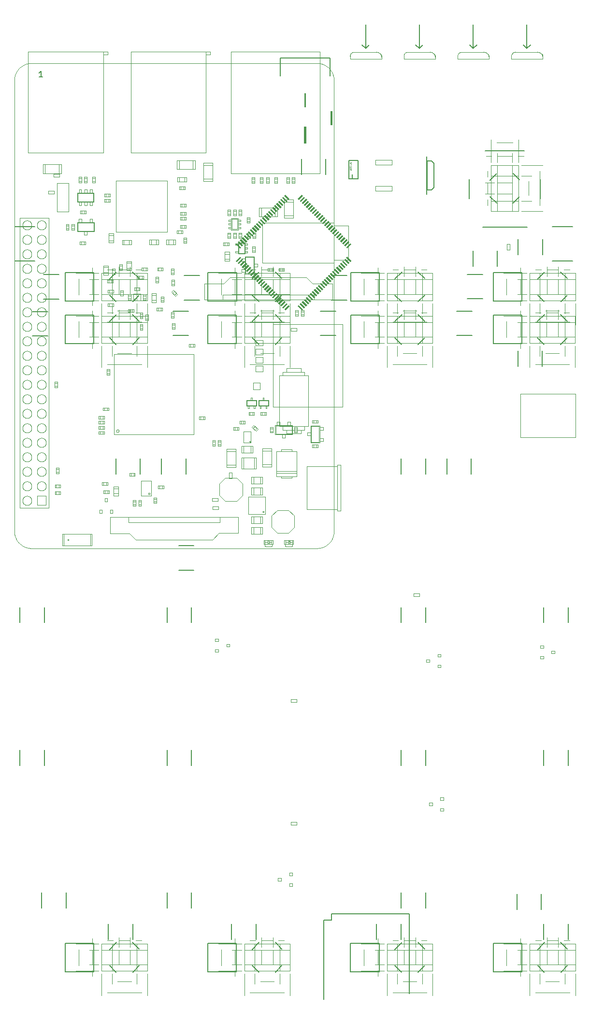
<source format=gbr>
G04 #@! TF.FileFunction,Drawing*
%FSLAX46Y46*%
G04 Gerber Fmt 4.6, Leading zero omitted, Abs format (unit mm)*
G04 Created by KiCad (PCBNEW 4.0.4-stable) date 07/12/17 09:58:22*
%MOMM*%
%LPD*%
G01*
G04 APERTURE LIST*
%ADD10C,2.000000*%
%ADD11C,0.100000*%
%ADD12C,0.203200*%
%ADD13C,0.025400*%
%ADD14C,0.127000*%
%ADD15C,0.066040*%
%ADD16C,0.198120*%
%ADD17C,0.150000*%
%ADD18C,0.152400*%
%ADD19C,0.007500*%
G04 APERTURE END LIST*
D10*
D11*
X24525000Y-76220000D02*
X24524664Y-76224870D01*
X24525505Y-76215145D02*
X24525000Y-76220000D01*
X24524664Y-76224870D02*
X24524495Y-76229748D01*
X10564077Y-84313315D02*
X10563367Y-84309937D01*
X10565145Y-84320135D02*
X10564670Y-84316716D01*
X10564670Y-84316716D02*
X10564077Y-84313315D01*
X10565502Y-84323569D02*
X10565145Y-84320135D01*
X10565740Y-84327013D02*
X10565502Y-84323569D01*
X10565859Y-84330463D02*
X10565740Y-84327013D01*
X10565859Y-84333915D02*
X10565859Y-84330463D01*
X10565740Y-84337365D02*
X10565859Y-84333915D01*
X10565502Y-84340809D02*
X10565740Y-84337365D01*
X10565145Y-84344243D02*
X10565502Y-84340809D01*
X10564670Y-84347662D02*
X10565145Y-84344243D01*
X10564077Y-84351063D02*
X10564670Y-84347662D01*
X10563367Y-84354441D02*
X10564077Y-84351063D01*
X10562541Y-84357793D02*
X10563367Y-84354441D01*
X10561599Y-84361114D02*
X10562541Y-84357793D01*
X10560544Y-84364401D02*
X10561599Y-84361114D01*
X10559376Y-84367649D02*
X10560544Y-84364401D01*
X10558096Y-84370856D02*
X10559376Y-84367649D01*
X10526864Y-84252941D02*
X10524093Y-84250883D01*
X10562541Y-84306585D02*
X10561599Y-84303264D01*
X10561599Y-84303264D02*
X10560544Y-84299977D01*
X10553604Y-84284195D02*
X10551895Y-84281196D01*
X10558096Y-84293522D02*
X10556706Y-84290362D01*
X10559376Y-84296729D02*
X10558096Y-84293522D01*
X10556706Y-84290362D02*
X10555209Y-84287252D01*
X10544057Y-84269840D02*
X10541859Y-84267179D01*
X10546163Y-84272576D02*
X10544057Y-84269840D01*
X25065874Y-74032289D02*
X23265874Y-74032289D01*
X10548172Y-84275383D02*
X10546163Y-84272576D01*
X10560544Y-84299977D02*
X10559376Y-84296729D01*
X10551895Y-84281196D02*
X10550084Y-84278257D01*
X10555209Y-84287252D02*
X10553604Y-84284195D01*
X10550084Y-84278257D02*
X10548172Y-84275383D01*
X10541859Y-84267179D02*
X10539569Y-84264595D01*
X24526177Y-76210310D02*
X24525505Y-76215145D01*
X24527015Y-76205502D02*
X24526177Y-76210310D01*
X24636794Y-76093812D02*
X24632035Y-76094898D01*
X10563367Y-84309937D02*
X10562541Y-84306585D01*
X24572108Y-76126350D02*
X24568511Y-76129649D01*
X24546801Y-76155929D02*
X24544240Y-76160085D01*
X24568511Y-76129649D02*
X24565030Y-76133071D01*
X24575817Y-76123176D02*
X24572108Y-76126350D01*
X24579634Y-76120133D02*
X24575817Y-76123176D01*
X24583553Y-76117223D02*
X24579634Y-76120133D01*
X24587570Y-76114450D02*
X24583553Y-76117223D01*
X24591681Y-76111817D02*
X24587570Y-76114450D01*
X24544240Y-76160085D02*
X24541823Y-76164326D01*
X24549504Y-76151865D02*
X24546801Y-76155929D01*
X24552346Y-76147896D02*
X24549504Y-76151865D01*
X24561669Y-76136611D02*
X24558432Y-76140264D01*
X24558432Y-76140264D02*
X24555323Y-76144028D01*
X24555323Y-76144028D02*
X24552346Y-76147896D01*
X24541823Y-76164326D02*
X24539555Y-76168648D01*
X24565030Y-76133071D02*
X24561669Y-76136611D01*
X24530518Y-76191289D02*
X24529187Y-76195985D01*
X24595880Y-76109328D02*
X24591681Y-76111817D01*
X24600162Y-76106986D02*
X24595880Y-76109328D01*
X24604523Y-76104792D02*
X24600162Y-76106986D01*
X24608957Y-76102750D02*
X24604523Y-76104792D01*
X24613458Y-76100863D02*
X24608957Y-76102750D01*
X24618022Y-76099132D02*
X24613458Y-76100863D01*
X24622644Y-76097560D02*
X24618022Y-76099132D01*
X24627316Y-76096148D02*
X24622644Y-76097560D01*
X24528019Y-76200725D02*
X24527015Y-76205502D01*
X24529187Y-76195985D02*
X24528019Y-76200725D01*
X24532011Y-76186641D02*
X24530518Y-76191289D01*
X24533663Y-76182048D02*
X24532011Y-76186641D01*
X24535472Y-76177514D02*
X24533663Y-76182048D01*
X24537437Y-76173046D02*
X24535472Y-76177514D01*
X24539555Y-76168648D02*
X24537437Y-76173046D01*
X24641587Y-76092890D02*
X24636794Y-76093812D01*
X24646410Y-76092135D02*
X24641587Y-76092890D01*
X24656119Y-76091126D02*
X24651256Y-76091547D01*
X24651256Y-76091547D02*
X24646410Y-76092135D01*
X23265874Y-74032289D02*
X23265874Y-76632089D01*
X25065874Y-76632089D02*
X25065874Y-74032289D01*
X24660993Y-76090873D02*
X24656119Y-76091126D01*
X24665874Y-76090789D02*
X24660993Y-76090873D01*
X24632035Y-76094898D02*
X24627316Y-76096148D01*
X23265874Y-76632089D02*
X25065874Y-76632089D01*
X10539569Y-84264595D02*
X10537192Y-84262091D01*
X14365874Y-85332189D02*
X14365874Y-83332189D01*
X9765874Y-83332189D02*
X9765874Y-85332189D01*
X10496447Y-84236977D02*
X10493143Y-84235979D01*
X10469326Y-84232249D02*
X10465874Y-84232189D01*
X10472773Y-84232427D02*
X10469326Y-84232249D01*
X10476212Y-84232725D02*
X10472773Y-84232427D01*
X10479639Y-84233141D02*
X10476212Y-84232725D01*
X10483050Y-84233675D02*
X10479639Y-84233141D01*
X10486440Y-84234327D02*
X10483050Y-84233675D01*
X10489806Y-84235095D02*
X10486440Y-84234327D01*
X10493143Y-84235979D02*
X10489806Y-84235095D01*
X10499715Y-84238089D02*
X10496447Y-84236977D01*
X10502943Y-84239313D02*
X10499715Y-84238089D01*
X10506127Y-84240648D02*
X10502943Y-84239313D01*
X10509262Y-84242092D02*
X10506127Y-84240648D01*
X10512346Y-84243643D02*
X10509262Y-84242092D01*
X10515375Y-84245300D02*
X10512346Y-84243643D01*
X10532186Y-84257338D02*
X10529563Y-84255094D01*
X10518344Y-84247061D02*
X10515375Y-84245300D01*
X10521251Y-84248922D02*
X10518344Y-84247061D01*
X10524093Y-84250883D02*
X10521251Y-84248922D01*
X10529563Y-84255094D02*
X10526864Y-84252941D01*
X10534730Y-84259671D02*
X10532186Y-84257338D01*
X10537192Y-84262091D02*
X10534730Y-84259671D01*
X42313404Y-67047061D02*
X42310497Y-67048922D01*
X42292179Y-67064595D02*
X42289889Y-67067179D01*
X42316373Y-67045300D02*
X42313404Y-67047061D01*
X42319402Y-67043643D02*
X42316373Y-67045300D01*
X42322486Y-67042092D02*
X42319402Y-67043643D01*
X42325621Y-67040648D02*
X42322486Y-67042092D01*
X42328805Y-67039313D02*
X42325621Y-67040648D01*
X42332033Y-67038089D02*
X42328805Y-67039313D01*
X42304884Y-67052941D02*
X42302185Y-67055094D01*
X42307655Y-67050883D02*
X42304884Y-67052941D01*
X42310497Y-67048922D02*
X42307655Y-67050883D01*
X42287691Y-67069840D02*
X42285585Y-67072576D01*
X42294556Y-67062091D02*
X42292179Y-67064595D01*
X42289889Y-67067179D02*
X42287691Y-67069840D01*
X42365874Y-67032189D02*
X42362422Y-67032249D01*
X42940874Y-58007189D02*
X44090874Y-58007189D01*
X42940874Y-56857189D02*
X42940874Y-58007189D01*
X44090874Y-58007189D02*
X44090874Y-56857189D01*
X44090874Y-56857189D02*
X42940874Y-56857189D01*
X42335301Y-67036977D02*
X42332033Y-67038089D01*
X42338605Y-67035979D02*
X42335301Y-67036977D01*
X42341942Y-67035095D02*
X42338605Y-67035979D01*
X42345308Y-67034327D02*
X42341942Y-67035095D01*
X42348698Y-67033675D02*
X42345308Y-67034327D01*
X42352109Y-67033141D02*
X42348698Y-67033675D01*
X42355536Y-67032725D02*
X42352109Y-67033141D01*
X42358975Y-67032427D02*
X42355536Y-67032725D01*
X42362422Y-67032249D02*
X42358975Y-67032427D01*
X42297018Y-67059671D02*
X42294556Y-67062091D01*
X42299562Y-67057338D02*
X42297018Y-67059671D01*
X42302185Y-67055094D02*
X42299562Y-67057338D01*
X42285585Y-67072576D02*
X42283576Y-67075383D01*
X42283576Y-67075383D02*
X42281664Y-67078257D01*
X42281664Y-67078257D02*
X42279853Y-67081196D01*
X42279853Y-67081196D02*
X42278144Y-67084195D01*
X42278144Y-67084195D02*
X42276539Y-67087252D01*
X42276539Y-67087252D02*
X42275042Y-67090362D01*
X42275042Y-67090362D02*
X42273652Y-67093522D01*
X42273652Y-67093522D02*
X42272372Y-67096729D01*
X42272372Y-67096729D02*
X42271204Y-67099977D01*
X42271204Y-67099977D02*
X42270149Y-67103264D01*
X42270149Y-67103264D02*
X42269207Y-67106585D01*
X42269207Y-67106585D02*
X42268381Y-67109937D01*
X42268381Y-67109937D02*
X42267671Y-67113315D01*
X42267671Y-67113315D02*
X42267078Y-67116716D01*
X42267078Y-67116716D02*
X42266603Y-67120135D01*
X42266603Y-67120135D02*
X42266246Y-67123569D01*
X42266246Y-67123569D02*
X42266008Y-67127013D01*
X42266008Y-67127013D02*
X42265889Y-67130463D01*
X42265889Y-67130463D02*
X42265889Y-67133915D01*
X42265889Y-67133915D02*
X42266008Y-67137365D01*
X42266008Y-67137365D02*
X42266246Y-67140809D01*
X42266246Y-67140809D02*
X42266603Y-67144243D01*
X42266603Y-67144243D02*
X42267078Y-67147662D01*
X42267078Y-67147662D02*
X42267671Y-67151063D01*
X42267671Y-67151063D02*
X42268381Y-67154441D01*
X42268381Y-67154441D02*
X42269207Y-67157793D01*
X42269207Y-67157793D02*
X42270149Y-67161114D01*
X42270149Y-67161114D02*
X42271204Y-67164401D01*
X42271204Y-67164401D02*
X42272372Y-67167649D01*
X42272372Y-67167649D02*
X42273652Y-67170856D01*
X42273652Y-67170856D02*
X42275042Y-67174016D01*
X42275042Y-67174016D02*
X42276539Y-67177126D01*
X42276539Y-67177126D02*
X42278144Y-67180183D01*
X42278144Y-67180183D02*
X42279853Y-67183182D01*
X42279853Y-67183182D02*
X42281664Y-67186121D01*
X42281664Y-67186121D02*
X42283576Y-67188995D01*
X42283576Y-67188995D02*
X42285585Y-67191802D01*
X42285585Y-67191802D02*
X42287691Y-67194538D01*
X42287691Y-67194538D02*
X42289889Y-67197199D01*
X42289889Y-67197199D02*
X42292179Y-67199783D01*
X42292179Y-67199783D02*
X42294556Y-67202287D01*
X42294556Y-67202287D02*
X42297018Y-67204707D01*
X42297018Y-67204707D02*
X42299562Y-67207040D01*
X42299562Y-67207040D02*
X42302185Y-67209284D01*
X42302185Y-67209284D02*
X42304884Y-67211437D01*
X42304884Y-67211437D02*
X42307655Y-67213495D01*
X42307655Y-67213495D02*
X42310497Y-67215456D01*
X42310497Y-67215456D02*
X42313404Y-67217317D01*
X42313404Y-67217317D02*
X42316373Y-67219078D01*
X42316373Y-67219078D02*
X42319402Y-67220735D01*
X42319402Y-67220735D02*
X42322486Y-67222286D01*
X42322486Y-67222286D02*
X42325621Y-67223730D01*
X42325621Y-67223730D02*
X42328805Y-67225065D01*
X42328805Y-67225065D02*
X42332033Y-67226289D01*
X42332033Y-67226289D02*
X42335301Y-67227401D01*
X42335301Y-67227401D02*
X42338605Y-67228399D01*
X42338605Y-67228399D02*
X42341942Y-67229283D01*
X42341942Y-67229283D02*
X42345308Y-67230051D01*
X42345308Y-67230051D02*
X42348698Y-67230703D01*
X42348698Y-67230703D02*
X42352109Y-67231237D01*
X42352109Y-67231237D02*
X42355536Y-67231653D01*
X42355536Y-67231653D02*
X42358975Y-67231951D01*
X42358975Y-67231951D02*
X42362422Y-67232129D01*
X42362422Y-67232129D02*
X42365874Y-67232189D01*
X42365874Y-67232189D02*
X42369326Y-67232129D01*
X42369326Y-67232129D02*
X42372773Y-67231951D01*
X42372773Y-67231951D02*
X42376212Y-67231653D01*
X42376212Y-67231653D02*
X42379639Y-67231237D01*
X42379639Y-67231237D02*
X42383050Y-67230703D01*
X42383050Y-67230703D02*
X42386440Y-67230051D01*
X42386440Y-67230051D02*
X42389806Y-67229283D01*
X42389806Y-67229283D02*
X42393143Y-67228399D01*
X42393143Y-67228399D02*
X42396447Y-67227401D01*
X42396447Y-67227401D02*
X42399715Y-67226289D01*
X42399715Y-67226289D02*
X42402943Y-67225065D01*
X42402943Y-67225065D02*
X42406127Y-67223730D01*
X42406127Y-67223730D02*
X42409262Y-67222286D01*
X42409262Y-67222286D02*
X42412346Y-67220735D01*
X42412346Y-67220735D02*
X42415375Y-67219078D01*
X42415375Y-67219078D02*
X42418344Y-67217317D01*
X42418344Y-67217317D02*
X42421251Y-67215456D01*
X42421251Y-67215456D02*
X42424093Y-67213495D01*
X42424093Y-67213495D02*
X42426864Y-67211437D01*
X42426864Y-67211437D02*
X42429563Y-67209284D01*
X42429563Y-67209284D02*
X42432186Y-67207040D01*
X42432186Y-67207040D02*
X42434730Y-67204707D01*
X42434730Y-67204707D02*
X42437192Y-67202287D01*
X42437192Y-67202287D02*
X42439569Y-67199783D01*
X42439569Y-67199783D02*
X42441859Y-67197199D01*
X42441859Y-67197199D02*
X42444057Y-67194538D01*
X42444057Y-67194538D02*
X42446163Y-67191802D01*
X42446163Y-67191802D02*
X42448172Y-67188995D01*
X42448172Y-67188995D02*
X42450084Y-67186121D01*
X42450084Y-67186121D02*
X42451895Y-67183182D01*
X42451895Y-67183182D02*
X42453604Y-67180183D01*
X42453604Y-67180183D02*
X42455209Y-67177126D01*
X42455209Y-67177126D02*
X42456706Y-67174016D01*
X42456706Y-67174016D02*
X42458096Y-67170856D01*
X42458096Y-67170856D02*
X42459376Y-67167649D01*
X42459376Y-67167649D02*
X42460544Y-67164401D01*
X42460544Y-67164401D02*
X42461599Y-67161114D01*
X42461599Y-67161114D02*
X42462541Y-67157793D01*
X42462541Y-67157793D02*
X42463367Y-67154441D01*
X42463367Y-67154441D02*
X42464077Y-67151063D01*
X42464077Y-67151063D02*
X42464670Y-67147662D01*
X42464670Y-67147662D02*
X42465145Y-67144243D01*
X42465145Y-67144243D02*
X42465502Y-67140809D01*
X42465502Y-67140809D02*
X42465740Y-67137365D01*
X42465740Y-67137365D02*
X42465859Y-67133915D01*
X42465859Y-67133915D02*
X42465859Y-67130463D01*
X42465859Y-67130463D02*
X42465740Y-67127013D01*
X42465740Y-67127013D02*
X42465502Y-67123569D01*
X42465502Y-67123569D02*
X42465145Y-67120135D01*
X42465145Y-67120135D02*
X42464670Y-67116716D01*
X42464670Y-67116716D02*
X42464077Y-67113315D01*
X42464077Y-67113315D02*
X42463367Y-67109937D01*
X42463367Y-67109937D02*
X42462541Y-67106585D01*
X42462541Y-67106585D02*
X42461599Y-67103264D01*
X42461599Y-67103264D02*
X42460544Y-67099977D01*
X42460544Y-67099977D02*
X42459376Y-67096729D01*
X42459376Y-67096729D02*
X42458096Y-67093522D01*
X42458096Y-67093522D02*
X42456706Y-67090362D01*
X42456706Y-67090362D02*
X42455209Y-67087252D01*
X42455209Y-67087252D02*
X42453604Y-67084195D01*
X42453604Y-67084195D02*
X42451895Y-67081196D01*
X42451895Y-67081196D02*
X42450084Y-67078257D01*
X42450084Y-67078257D02*
X42448172Y-67075383D01*
X42448172Y-67075383D02*
X42446163Y-67072576D01*
X42446163Y-67072576D02*
X42444057Y-67069840D01*
X42444057Y-67069840D02*
X42441859Y-67067179D01*
X42441859Y-67067179D02*
X42439569Y-67064595D01*
X42439569Y-67064595D02*
X42437192Y-67062091D01*
X42437192Y-67062091D02*
X42434730Y-67059671D01*
X42434730Y-67059671D02*
X42432186Y-67057338D01*
X42432186Y-67057338D02*
X42429563Y-67055094D01*
X42429563Y-67055094D02*
X42426864Y-67052941D01*
X42426864Y-67052941D02*
X42424093Y-67050883D01*
X42424093Y-67050883D02*
X42421251Y-67048922D01*
X42421251Y-67048922D02*
X42418344Y-67047061D01*
X42418344Y-67047061D02*
X42415375Y-67045300D01*
X42415375Y-67045300D02*
X42412346Y-67043643D01*
X42412346Y-67043643D02*
X42409262Y-67042092D01*
X42409262Y-67042092D02*
X42406127Y-67040648D01*
X42406127Y-67040648D02*
X42402943Y-67039313D01*
X42402943Y-67039313D02*
X42399715Y-67038089D01*
X42399715Y-67038089D02*
X42396447Y-67036977D01*
X42396447Y-67036977D02*
X42393143Y-67035979D01*
X42393143Y-67035979D02*
X42389806Y-67035095D01*
X42389806Y-67035095D02*
X42386440Y-67034327D01*
X42386440Y-67034327D02*
X42383050Y-67033675D01*
X42383050Y-67033675D02*
X42379639Y-67033141D01*
X42379639Y-67033141D02*
X42376212Y-67032725D01*
X42376212Y-67032725D02*
X42372773Y-67032427D01*
X42372773Y-67032427D02*
X42369326Y-67032249D01*
X42369326Y-67032249D02*
X42365874Y-67032189D01*
X42535874Y-65337189D02*
X41195874Y-65337189D01*
X41195874Y-65337189D02*
X41195874Y-67327189D01*
X41195874Y-67327189D02*
X42535874Y-67327189D01*
X42535874Y-67327189D02*
X42535874Y-65337189D01*
X9465874Y-83332189D02*
X9465874Y-85332189D01*
X9465874Y-85332189D02*
X14665874Y-85332189D01*
X14665874Y-85332189D02*
X14665874Y-83332189D01*
X14665874Y-83332189D02*
X9465874Y-83332189D01*
X10465874Y-84232189D02*
X10462422Y-84232249D01*
X10462422Y-84232249D02*
X10458975Y-84232427D01*
X10458975Y-84232427D02*
X10455536Y-84232725D01*
X10455536Y-84232725D02*
X10452109Y-84233141D01*
X10452109Y-84233141D02*
X10448698Y-84233675D01*
X10448698Y-84233675D02*
X10445308Y-84234327D01*
X10445308Y-84234327D02*
X10441942Y-84235095D01*
X10441942Y-84235095D02*
X10438605Y-84235979D01*
X10438605Y-84235979D02*
X10435301Y-84236977D01*
X10435301Y-84236977D02*
X10432033Y-84238089D01*
X10432033Y-84238089D02*
X10428805Y-84239313D01*
X10428805Y-84239313D02*
X10425621Y-84240648D01*
X10425621Y-84240648D02*
X10422486Y-84242092D01*
X10422486Y-84242092D02*
X10419402Y-84243643D01*
X10419402Y-84243643D02*
X10416373Y-84245300D01*
X10416373Y-84245300D02*
X10413404Y-84247061D01*
X10413404Y-84247061D02*
X10410497Y-84248922D01*
X10410497Y-84248922D02*
X10407655Y-84250883D01*
X10407655Y-84250883D02*
X10404884Y-84252941D01*
X10404884Y-84252941D02*
X10402185Y-84255094D01*
X10402185Y-84255094D02*
X10399562Y-84257338D01*
X10399562Y-84257338D02*
X10397018Y-84259671D01*
X10397018Y-84259671D02*
X10394556Y-84262091D01*
X10394556Y-84262091D02*
X10392179Y-84264595D01*
X10392179Y-84264595D02*
X10389889Y-84267179D01*
X10389889Y-84267179D02*
X10387691Y-84269840D01*
X10387691Y-84269840D02*
X10385585Y-84272576D01*
X10385585Y-84272576D02*
X10383576Y-84275383D01*
X10383576Y-84275383D02*
X10381664Y-84278257D01*
X10381664Y-84278257D02*
X10379853Y-84281196D01*
X10379853Y-84281196D02*
X10378144Y-84284195D01*
X10378144Y-84284195D02*
X10376539Y-84287252D01*
X10376539Y-84287252D02*
X10375042Y-84290362D01*
X10375042Y-84290362D02*
X10373652Y-84293522D01*
X10373652Y-84293522D02*
X10372372Y-84296729D01*
X10372372Y-84296729D02*
X10371204Y-84299977D01*
X10371204Y-84299977D02*
X10370149Y-84303264D01*
X10370149Y-84303264D02*
X10369207Y-84306585D01*
X10369207Y-84306585D02*
X10368381Y-84309937D01*
X10368381Y-84309937D02*
X10367671Y-84313315D01*
X10367671Y-84313315D02*
X10367078Y-84316716D01*
X10367078Y-84316716D02*
X10366603Y-84320135D01*
X10366603Y-84320135D02*
X10366246Y-84323569D01*
X10366246Y-84323569D02*
X10366008Y-84327013D01*
X10366008Y-84327013D02*
X10365889Y-84330463D01*
X10365889Y-84330463D02*
X10365889Y-84333915D01*
X10365889Y-84333915D02*
X10366008Y-84337365D01*
X10366008Y-84337365D02*
X10366246Y-84340809D01*
X10366246Y-84340809D02*
X10366603Y-84344243D01*
X10366603Y-84344243D02*
X10367078Y-84347662D01*
X10367078Y-84347662D02*
X10367671Y-84351063D01*
X10367671Y-84351063D02*
X10368381Y-84354441D01*
X10368381Y-84354441D02*
X10369207Y-84357793D01*
X10369207Y-84357793D02*
X10370149Y-84361114D01*
X10370149Y-84361114D02*
X10371204Y-84364401D01*
X10371204Y-84364401D02*
X10372372Y-84367649D01*
X10372372Y-84367649D02*
X10373652Y-84370856D01*
X10373652Y-84370856D02*
X10375042Y-84374016D01*
X10375042Y-84374016D02*
X10376539Y-84377126D01*
X10376539Y-84377126D02*
X10378144Y-84380183D01*
X10378144Y-84380183D02*
X10379853Y-84383182D01*
X10379853Y-84383182D02*
X10381664Y-84386121D01*
X10381664Y-84386121D02*
X10383576Y-84388995D01*
X10383576Y-84388995D02*
X10385585Y-84391802D01*
X10385585Y-84391802D02*
X10387691Y-84394538D01*
X10387691Y-84394538D02*
X10389889Y-84397199D01*
X10389889Y-84397199D02*
X10392179Y-84399783D01*
X10392179Y-84399783D02*
X10394556Y-84402287D01*
X10394556Y-84402287D02*
X10397018Y-84404707D01*
X10397018Y-84404707D02*
X10399562Y-84407040D01*
X10399562Y-84407040D02*
X10402185Y-84409284D01*
X10402185Y-84409284D02*
X10404884Y-84411437D01*
X10404884Y-84411437D02*
X10407655Y-84413495D01*
X10407655Y-84413495D02*
X10410497Y-84415456D01*
X10410497Y-84415456D02*
X10413404Y-84417317D01*
X10413404Y-84417317D02*
X10416373Y-84419078D01*
X10416373Y-84419078D02*
X10419402Y-84420735D01*
X10419402Y-84420735D02*
X10422486Y-84422286D01*
X10422486Y-84422286D02*
X10425621Y-84423730D01*
X10425621Y-84423730D02*
X10428805Y-84425065D01*
X10428805Y-84425065D02*
X10432033Y-84426289D01*
X10432033Y-84426289D02*
X10435301Y-84427401D01*
X10435301Y-84427401D02*
X10438605Y-84428399D01*
X10438605Y-84428399D02*
X10441942Y-84429283D01*
X10441942Y-84429283D02*
X10445308Y-84430051D01*
X10445308Y-84430051D02*
X10448698Y-84430703D01*
X10448698Y-84430703D02*
X10452109Y-84431237D01*
X10452109Y-84431237D02*
X10455536Y-84431653D01*
X10455536Y-84431653D02*
X10458975Y-84431951D01*
X10458975Y-84431951D02*
X10462422Y-84432129D01*
X10462422Y-84432129D02*
X10465874Y-84432189D01*
X10465874Y-84432189D02*
X10469326Y-84432129D01*
X10469326Y-84432129D02*
X10472773Y-84431951D01*
X10472773Y-84431951D02*
X10476212Y-84431653D01*
X10476212Y-84431653D02*
X10479639Y-84431237D01*
X10479639Y-84431237D02*
X10483050Y-84430703D01*
X10483050Y-84430703D02*
X10486440Y-84430051D01*
X10486440Y-84430051D02*
X10489806Y-84429283D01*
X10489806Y-84429283D02*
X10493143Y-84428399D01*
X10493143Y-84428399D02*
X10496447Y-84427401D01*
X10496447Y-84427401D02*
X10499715Y-84426289D01*
X10499715Y-84426289D02*
X10502943Y-84425065D01*
X10502943Y-84425065D02*
X10506127Y-84423730D01*
X10506127Y-84423730D02*
X10509262Y-84422286D01*
X10509262Y-84422286D02*
X10512346Y-84420735D01*
X10512346Y-84420735D02*
X10515375Y-84419078D01*
X10515375Y-84419078D02*
X10518344Y-84417317D01*
X10518344Y-84417317D02*
X10521251Y-84415456D01*
X10521251Y-84415456D02*
X10524093Y-84413495D01*
X10524093Y-84413495D02*
X10526864Y-84411437D01*
X10526864Y-84411437D02*
X10529563Y-84409284D01*
X10529563Y-84409284D02*
X10532186Y-84407040D01*
X10532186Y-84407040D02*
X10534730Y-84404707D01*
X10534730Y-84404707D02*
X10537192Y-84402287D01*
X10537192Y-84402287D02*
X10539569Y-84399783D01*
X10539569Y-84399783D02*
X10541859Y-84397199D01*
X10541859Y-84397199D02*
X10544057Y-84394538D01*
X10544057Y-84394538D02*
X10546163Y-84391802D01*
X10546163Y-84391802D02*
X10548172Y-84388995D01*
X10548172Y-84388995D02*
X10550084Y-84386121D01*
X10550084Y-84386121D02*
X10551895Y-84383182D01*
X10551895Y-84383182D02*
X10553604Y-84380183D01*
X10553604Y-84380183D02*
X10555209Y-84377126D01*
X10555209Y-84377126D02*
X10556706Y-84374016D01*
X10556706Y-84374016D02*
X10558096Y-84370856D01*
X2909984Y-62922967D02*
X2934539Y-62935937D01*
X2934539Y-62935937D02*
X2959528Y-62948048D01*
X2959528Y-62948048D02*
X2984923Y-62959284D01*
X2984923Y-62959284D02*
X3010693Y-62969632D01*
X3010693Y-62969632D02*
X3036806Y-62979080D01*
X3036806Y-62979080D02*
X3063231Y-62987615D01*
X3063231Y-62987615D02*
X3089937Y-62995228D01*
X3089937Y-62995228D02*
X3116890Y-63001910D01*
X3116890Y-63001910D02*
X3144060Y-63007652D01*
X3144060Y-63007652D02*
X3171412Y-63012448D01*
X3171412Y-63012448D02*
X3198915Y-63016292D01*
X3198915Y-63016292D02*
X3226534Y-63019178D01*
X3226534Y-63019178D02*
X3254236Y-63021105D01*
X3254236Y-63021105D02*
X3281989Y-63022068D01*
X3281989Y-63022068D02*
X3309759Y-63022068D01*
X3309759Y-63022068D02*
X3337512Y-63021105D01*
X3337512Y-63021105D02*
X3365214Y-63019178D01*
X3365214Y-63019178D02*
X3392833Y-63016292D01*
X3392833Y-63016292D02*
X3420336Y-63012448D01*
X3420336Y-63012448D02*
X3447688Y-63007652D01*
X3447688Y-63007652D02*
X3474858Y-63001910D01*
X3474858Y-63001910D02*
X3501811Y-62995228D01*
X3501811Y-62995228D02*
X3528517Y-62987615D01*
X3528517Y-62987615D02*
X3554942Y-62979080D01*
X3554942Y-62979080D02*
X3581055Y-62969632D01*
X3581055Y-62969632D02*
X3606825Y-62959284D01*
X3606825Y-62959284D02*
X3632220Y-62948048D01*
X3632220Y-62948048D02*
X3657209Y-62935937D01*
X3657209Y-62935937D02*
X3681764Y-62922967D01*
X3681764Y-62922967D02*
X3705853Y-62909151D01*
X3705853Y-62909151D02*
X3729448Y-62894509D01*
X3729448Y-62894509D02*
X3752521Y-62879056D01*
X3752521Y-62879056D02*
X3775043Y-62862811D01*
X3775043Y-62862811D02*
X3796989Y-62845795D01*
X3796989Y-62845795D02*
X3818330Y-62828027D01*
X3818330Y-62828027D02*
X3839042Y-62809529D01*
X3839042Y-62809529D02*
X3859099Y-62790324D01*
X3859099Y-62790324D02*
X3878478Y-62770434D01*
X3878478Y-62770434D02*
X3897155Y-62749883D01*
X3897155Y-62749883D02*
X3915107Y-62728697D01*
X3915107Y-62728697D02*
X3932314Y-62706900D01*
X3932314Y-62706900D02*
X3948753Y-62684519D01*
X3948753Y-62684519D02*
X3964406Y-62661581D01*
X3964406Y-62661581D02*
X3979253Y-62638114D01*
X3979253Y-62638114D02*
X3993276Y-62614146D01*
X3993276Y-62614146D02*
X4006460Y-62589705D01*
X4006460Y-62589705D02*
X4018787Y-62564821D01*
X4018787Y-62564821D02*
X4030243Y-62539525D01*
X4030243Y-62539525D02*
X4040814Y-62513846D01*
X4040814Y-62513846D02*
X4050488Y-62487816D01*
X4050488Y-62487816D02*
X4059252Y-62461466D01*
X4059252Y-62461466D02*
X4067097Y-62434827D01*
X4067097Y-62434827D02*
X4074012Y-62407932D01*
X4074012Y-62407932D02*
X4079990Y-62380814D01*
X4079990Y-62380814D02*
X4085023Y-62353504D01*
X4085023Y-62353504D02*
X4089105Y-62326036D01*
X4089105Y-62326036D02*
X4092232Y-62298443D01*
X4092232Y-62298443D02*
X4094398Y-62270758D01*
X4094398Y-62270758D02*
X4095603Y-62243015D01*
X4095603Y-62243015D02*
X4095844Y-62215246D01*
X4095844Y-62215246D02*
X4095121Y-62187486D01*
X4095121Y-62187486D02*
X4093435Y-62159768D01*
X4093435Y-62159768D02*
X4090788Y-62132125D01*
X4090788Y-62132125D02*
X4087183Y-62104590D01*
X4087183Y-62104590D02*
X4082625Y-62077197D01*
X4082625Y-62077197D02*
X4077119Y-62049979D01*
X4077119Y-62049979D02*
X4070671Y-62022968D01*
X4070671Y-62022968D02*
X4063290Y-61996197D01*
X4063290Y-61996197D02*
X4054985Y-61969699D01*
X4054985Y-61969699D02*
X4045764Y-61943505D01*
X4045764Y-61943505D02*
X4035640Y-61917647D01*
X4035640Y-61917647D02*
X4024625Y-61892155D01*
X4024625Y-61892155D02*
X4012731Y-61867061D01*
X4012731Y-61867061D02*
X3999974Y-61842396D01*
X3999974Y-61842396D02*
X3986368Y-61818187D01*
X3986368Y-61818187D02*
X3971931Y-61794466D01*
X3971931Y-61794466D02*
X3956679Y-61771260D01*
X3956679Y-61771260D02*
X3940630Y-61748597D01*
X3940630Y-61748597D02*
X3923805Y-61726505D01*
X3923805Y-61726505D02*
X3906223Y-61705010D01*
X3906223Y-61705010D02*
X3887906Y-61684139D01*
X3887906Y-61684139D02*
X3868875Y-61663915D01*
X3868875Y-61663915D02*
X3849154Y-61644365D01*
X3849154Y-61644365D02*
X3828766Y-61625510D01*
X3828766Y-61625510D02*
X3807737Y-61607375D01*
X3807737Y-61607375D02*
X3786090Y-61589980D01*
X3786090Y-61589980D02*
X3763853Y-61573347D01*
X3763853Y-61573347D02*
X3741052Y-61557496D01*
X3741052Y-61557496D02*
X3717714Y-61542446D01*
X3717714Y-61542446D02*
X3693868Y-61528214D01*
X3693868Y-61528214D02*
X3669543Y-61514819D01*
X3669543Y-61514819D02*
X3644767Y-61502277D01*
X3644767Y-61502277D02*
X3619571Y-61490602D01*
X3619571Y-61490602D02*
X3593985Y-61479808D01*
X3593985Y-61479808D02*
X3568040Y-61469909D01*
X3568040Y-61469909D02*
X3541767Y-61460916D01*
X3541767Y-61460916D02*
X3515197Y-61452840D01*
X3515197Y-61452840D02*
X3488363Y-61445692D01*
X3488363Y-61445692D02*
X3461298Y-61439479D01*
X3461298Y-61439479D02*
X3434033Y-61434209D01*
X3434033Y-61434209D02*
X3406601Y-61429889D01*
X3406601Y-61429889D02*
X3379036Y-61426523D01*
X3379036Y-61426523D02*
X3351371Y-61424116D01*
X3351371Y-61424116D02*
X3323639Y-61422671D01*
X3323639Y-61422671D02*
X3295874Y-61422189D01*
X3295874Y-58882189D02*
X3268109Y-58882671D01*
X3268109Y-58882671D02*
X3240377Y-58884116D01*
X3240377Y-58884116D02*
X3212712Y-58886523D01*
X3212712Y-58886523D02*
X3185147Y-58889889D01*
X3185147Y-58889889D02*
X3157715Y-58894209D01*
X3157715Y-58894209D02*
X3130450Y-58899479D01*
X3130450Y-58899479D02*
X3103385Y-58905692D01*
X3103385Y-58905692D02*
X3076551Y-58912840D01*
X3076551Y-58912840D02*
X3049981Y-58920916D01*
X3049981Y-58920916D02*
X3023708Y-58929909D01*
X3023708Y-58929909D02*
X2997763Y-58939808D01*
X2997763Y-58939808D02*
X2972177Y-58950602D01*
X2972177Y-58950602D02*
X2946981Y-58962277D01*
X2946981Y-58962277D02*
X2922205Y-58974819D01*
X2922205Y-58974819D02*
X2897880Y-58988214D01*
X2897880Y-58988214D02*
X2874034Y-59002446D01*
X2874034Y-59002446D02*
X2850696Y-59017496D01*
X2850696Y-59017496D02*
X2827895Y-59033347D01*
X2827895Y-59033347D02*
X2805658Y-59049980D01*
X2805658Y-59049980D02*
X2784011Y-59067375D01*
X2784011Y-59067375D02*
X2762982Y-59085510D01*
X2762982Y-59085510D02*
X2742594Y-59104365D01*
X2742594Y-59104365D02*
X2722873Y-59123915D01*
X2722873Y-59123915D02*
X2703842Y-59144139D01*
X2703842Y-59144139D02*
X2685525Y-59165010D01*
X2685525Y-59165010D02*
X2667943Y-59186505D01*
X2667943Y-59186505D02*
X2651118Y-59208597D01*
X2651118Y-59208597D02*
X2635069Y-59231260D01*
X2635069Y-59231260D02*
X2619817Y-59254466D01*
X2619817Y-59254466D02*
X2605380Y-59278187D01*
X2605380Y-59278187D02*
X2591774Y-59302396D01*
X2591774Y-59302396D02*
X2579017Y-59327061D01*
X2579017Y-59327061D02*
X2567123Y-59352155D01*
X2567123Y-59352155D02*
X2556108Y-59377647D01*
X2556108Y-59377647D02*
X2545984Y-59403505D01*
X2545984Y-59403505D02*
X2536763Y-59429699D01*
X2536763Y-59429699D02*
X2528458Y-59456197D01*
X2528458Y-59456197D02*
X2521077Y-59482968D01*
X2521077Y-59482968D02*
X2514629Y-59509979D01*
X2514629Y-59509979D02*
X2509123Y-59537197D01*
X2509123Y-59537197D02*
X2504565Y-59564590D01*
X2504565Y-59564590D02*
X2500960Y-59592125D01*
X2500960Y-59592125D02*
X2498313Y-59619768D01*
X2498313Y-59619768D02*
X2496627Y-59647486D01*
X2496627Y-59647486D02*
X2495904Y-59675246D01*
X2495904Y-59675246D02*
X2496145Y-59703015D01*
X2496145Y-59703015D02*
X2497350Y-59730758D01*
X2497350Y-59730758D02*
X2499516Y-59758443D01*
X2499516Y-59758443D02*
X2502643Y-59786036D01*
X2502643Y-59786036D02*
X2506725Y-59813504D01*
X2506725Y-59813504D02*
X2511758Y-59840814D01*
X2511758Y-59840814D02*
X2517736Y-59867932D01*
X2517736Y-59867932D02*
X2524651Y-59894827D01*
X2524651Y-59894827D02*
X2532496Y-59921466D01*
X2532496Y-59921466D02*
X2541260Y-59947816D01*
X2541260Y-59947816D02*
X2550934Y-59973846D01*
X2550934Y-59973846D02*
X2561505Y-59999525D01*
X2561505Y-59999525D02*
X2572961Y-60024821D01*
X2572961Y-60024821D02*
X2585288Y-60049705D01*
X2585288Y-60049705D02*
X2598472Y-60074146D01*
X2598472Y-60074146D02*
X2612495Y-60098114D01*
X2612495Y-60098114D02*
X2627342Y-60121581D01*
X2627342Y-60121581D02*
X2642995Y-60144519D01*
X2642995Y-60144519D02*
X2659434Y-60166900D01*
X2659434Y-60166900D02*
X2676641Y-60188697D01*
X2676641Y-60188697D02*
X2694593Y-60209883D01*
X2694593Y-60209883D02*
X2713270Y-60230434D01*
X2713270Y-60230434D02*
X2732649Y-60250324D01*
X2732649Y-60250324D02*
X2752706Y-60269529D01*
X2752706Y-60269529D02*
X2773418Y-60288027D01*
X2773418Y-60288027D02*
X2794759Y-60305795D01*
X2794759Y-60305795D02*
X2816705Y-60322811D01*
X2816705Y-60322811D02*
X2839227Y-60339056D01*
X2839227Y-60339056D02*
X2862300Y-60354509D01*
X2862300Y-60354509D02*
X2885895Y-60369151D01*
X2885895Y-60369151D02*
X2909984Y-60382967D01*
X2909984Y-60382967D02*
X2934539Y-60395937D01*
X2934539Y-60395937D02*
X2959528Y-60408048D01*
X2959528Y-60408048D02*
X2984923Y-60419284D01*
X2984923Y-60419284D02*
X3010693Y-60429632D01*
X3010693Y-60429632D02*
X3036806Y-60439080D01*
X3036806Y-60439080D02*
X3063231Y-60447615D01*
X3063231Y-60447615D02*
X3089937Y-60455228D01*
X3089937Y-60455228D02*
X3116890Y-60461910D01*
X3116890Y-60461910D02*
X3144060Y-60467652D01*
X3144060Y-60467652D02*
X3171412Y-60472448D01*
X3171412Y-60472448D02*
X3198915Y-60476292D01*
X3198915Y-60476292D02*
X3226534Y-60479178D01*
X3226534Y-60479178D02*
X3254236Y-60481105D01*
X3254236Y-60481105D02*
X3281989Y-60482068D01*
X3281989Y-60482068D02*
X3309759Y-60482068D01*
X3309759Y-60482068D02*
X3337512Y-60481105D01*
X3337512Y-60481105D02*
X3365214Y-60479178D01*
X3365214Y-60479178D02*
X3392833Y-60476292D01*
X3392833Y-60476292D02*
X3420336Y-60472448D01*
X3420336Y-60472448D02*
X3447688Y-60467652D01*
X3447688Y-60467652D02*
X3474858Y-60461910D01*
X3474858Y-60461910D02*
X3501811Y-60455228D01*
X3501811Y-60455228D02*
X3528517Y-60447615D01*
X3528517Y-60447615D02*
X3554942Y-60439080D01*
X3554942Y-60439080D02*
X3581055Y-60429632D01*
X3581055Y-60429632D02*
X3606825Y-60419284D01*
X3606825Y-60419284D02*
X3632220Y-60408048D01*
X3632220Y-60408048D02*
X3657209Y-60395937D01*
X3657209Y-60395937D02*
X3681764Y-60382967D01*
X3681764Y-60382967D02*
X3705853Y-60369151D01*
X3705853Y-60369151D02*
X3729448Y-60354509D01*
X3729448Y-60354509D02*
X3752521Y-60339056D01*
X3752521Y-60339056D02*
X3775043Y-60322811D01*
X3775043Y-60322811D02*
X3796989Y-60305795D01*
X3796989Y-60305795D02*
X3818330Y-60288027D01*
X3818330Y-60288027D02*
X3839042Y-60269529D01*
X3839042Y-60269529D02*
X3859099Y-60250324D01*
X3859099Y-60250324D02*
X3878478Y-60230434D01*
X3878478Y-60230434D02*
X3897155Y-60209883D01*
X3897155Y-60209883D02*
X3915107Y-60188697D01*
X3915107Y-60188697D02*
X3932314Y-60166900D01*
X3932314Y-60166900D02*
X3948753Y-60144519D01*
X3948753Y-60144519D02*
X3964406Y-60121581D01*
X3964406Y-60121581D02*
X3979253Y-60098114D01*
X3979253Y-60098114D02*
X3993276Y-60074146D01*
X3993276Y-60074146D02*
X4006460Y-60049705D01*
X4006460Y-60049705D02*
X4018787Y-60024821D01*
X4018787Y-60024821D02*
X4030243Y-59999525D01*
X4030243Y-59999525D02*
X4040814Y-59973846D01*
X4040814Y-59973846D02*
X4050488Y-59947816D01*
X4050488Y-59947816D02*
X4059252Y-59921466D01*
X4059252Y-59921466D02*
X4067097Y-59894827D01*
X4067097Y-59894827D02*
X4074012Y-59867932D01*
X4074012Y-59867932D02*
X4079990Y-59840814D01*
X4079990Y-59840814D02*
X4085023Y-59813504D01*
X4085023Y-59813504D02*
X4089105Y-59786036D01*
X4089105Y-59786036D02*
X4092232Y-59758443D01*
X4092232Y-59758443D02*
X4094398Y-59730758D01*
X4094398Y-59730758D02*
X4095603Y-59703015D01*
X4095603Y-59703015D02*
X4095844Y-59675246D01*
X4095844Y-59675246D02*
X4095121Y-59647486D01*
X4095121Y-59647486D02*
X4093435Y-59619768D01*
X4093435Y-59619768D02*
X4090788Y-59592125D01*
X4090788Y-59592125D02*
X4087183Y-59564590D01*
X4087183Y-59564590D02*
X4082625Y-59537197D01*
X4082625Y-59537197D02*
X4077119Y-59509979D01*
X4077119Y-59509979D02*
X4070671Y-59482968D01*
X4070671Y-59482968D02*
X4063290Y-59456197D01*
X4063290Y-59456197D02*
X4054985Y-59429699D01*
X4054985Y-59429699D02*
X4045764Y-59403505D01*
X4045764Y-59403505D02*
X4035640Y-59377647D01*
X4035640Y-59377647D02*
X4024625Y-59352155D01*
X4024625Y-59352155D02*
X4012731Y-59327061D01*
X4012731Y-59327061D02*
X3999974Y-59302396D01*
X3240377Y-63964116D02*
X3212712Y-63966523D01*
X3212712Y-63966523D02*
X3185147Y-63969889D01*
X3185147Y-63969889D02*
X3157715Y-63974209D01*
X3157715Y-63974209D02*
X3130450Y-63979479D01*
X3130450Y-63979479D02*
X3103385Y-63985692D01*
X3103385Y-63985692D02*
X3076551Y-63992840D01*
X3076551Y-63992840D02*
X3049981Y-64000916D01*
X3049981Y-64000916D02*
X3023708Y-64009909D01*
X3023708Y-64009909D02*
X2997763Y-64019808D01*
X2997763Y-64019808D02*
X2972177Y-64030602D01*
X2972177Y-64030602D02*
X2946981Y-64042277D01*
X2946981Y-64042277D02*
X2922205Y-64054819D01*
X2922205Y-64054819D02*
X2897880Y-64068214D01*
X2897880Y-64068214D02*
X2874034Y-64082446D01*
X2874034Y-64082446D02*
X2850696Y-64097496D01*
X2850696Y-64097496D02*
X2827895Y-64113347D01*
X2827895Y-64113347D02*
X2805658Y-64129980D01*
X2805658Y-64129980D02*
X2784011Y-64147375D01*
X2784011Y-64147375D02*
X2762982Y-64165510D01*
X2762982Y-64165510D02*
X2742594Y-64184365D01*
X2742594Y-64184365D02*
X2722873Y-64203915D01*
X2722873Y-64203915D02*
X2703842Y-64224139D01*
X2703842Y-64224139D02*
X2685525Y-64245010D01*
X2685525Y-64245010D02*
X2667943Y-64266505D01*
X2667943Y-64266505D02*
X2651118Y-64288597D01*
X2651118Y-64288597D02*
X2635069Y-64311260D01*
X2635069Y-64311260D02*
X2619817Y-64334466D01*
X2619817Y-64334466D02*
X2605380Y-64358187D01*
X2605380Y-64358187D02*
X2591774Y-64382396D01*
X2591774Y-64382396D02*
X2579017Y-64407061D01*
X2579017Y-64407061D02*
X2567123Y-64432155D01*
X2567123Y-64432155D02*
X2556108Y-64457647D01*
X2556108Y-64457647D02*
X2545984Y-64483505D01*
X2545984Y-64483505D02*
X2536763Y-64509699D01*
X2536763Y-64509699D02*
X2528458Y-64536197D01*
X2528458Y-64536197D02*
X2521077Y-64562968D01*
X2521077Y-64562968D02*
X2514629Y-64589979D01*
X2514629Y-64589979D02*
X2509123Y-64617197D01*
X2509123Y-64617197D02*
X2504565Y-64644590D01*
X2504565Y-64644590D02*
X2500960Y-64672125D01*
X2500960Y-64672125D02*
X2498313Y-64699768D01*
X2498313Y-64699768D02*
X2496627Y-64727486D01*
X2496627Y-64727486D02*
X2495904Y-64755246D01*
X2495904Y-64755246D02*
X2496145Y-64783015D01*
X2496145Y-64783015D02*
X2497350Y-64810758D01*
X2497350Y-64810758D02*
X2499516Y-64838443D01*
X2499516Y-64838443D02*
X2502643Y-64866036D01*
X2502643Y-64866036D02*
X2506725Y-64893504D01*
X2506725Y-64893504D02*
X2511758Y-64920814D01*
X2511758Y-64920814D02*
X2517736Y-64947932D01*
X2517736Y-64947932D02*
X2524651Y-64974827D01*
X2524651Y-64974827D02*
X2532496Y-65001466D01*
X2532496Y-65001466D02*
X2541260Y-65027816D01*
X2541260Y-65027816D02*
X2550934Y-65053846D01*
X2550934Y-65053846D02*
X2561505Y-65079525D01*
X2561505Y-65079525D02*
X2572961Y-65104821D01*
X2572961Y-65104821D02*
X2585288Y-65129705D01*
X2585288Y-65129705D02*
X2598472Y-65154146D01*
X2598472Y-65154146D02*
X2612495Y-65178114D01*
X2612495Y-65178114D02*
X2627342Y-65201581D01*
X2627342Y-65201581D02*
X2642995Y-65224519D01*
X2642995Y-65224519D02*
X2659434Y-65246900D01*
X2659434Y-65246900D02*
X2676641Y-65268697D01*
X2676641Y-65268697D02*
X2694593Y-65289883D01*
X2694593Y-65289883D02*
X2713270Y-65310434D01*
X2713270Y-65310434D02*
X2732649Y-65330324D01*
X2732649Y-65330324D02*
X2752706Y-65349529D01*
X2752706Y-65349529D02*
X2773418Y-65368027D01*
X2773418Y-65368027D02*
X2794759Y-65385795D01*
X2794759Y-65385795D02*
X2816705Y-65402811D01*
X2816705Y-65402811D02*
X2839227Y-65419056D01*
X2839227Y-65419056D02*
X2862300Y-65434509D01*
X2862300Y-65434509D02*
X2885895Y-65449151D01*
X2885895Y-65449151D02*
X2909984Y-65462967D01*
X2909984Y-65462967D02*
X2934539Y-65475937D01*
X2934539Y-65475937D02*
X2959528Y-65488048D01*
X2959528Y-65488048D02*
X2984923Y-65499284D01*
X2984923Y-65499284D02*
X3010693Y-65509632D01*
X3010693Y-65509632D02*
X3036806Y-65519080D01*
X3036806Y-65519080D02*
X3063231Y-65527615D01*
X3063231Y-65527615D02*
X3089937Y-65535228D01*
X3089937Y-65535228D02*
X3116890Y-65541910D01*
X3116890Y-65541910D02*
X3144060Y-65547652D01*
X3144060Y-65547652D02*
X3171412Y-65552448D01*
X3171412Y-65552448D02*
X3198915Y-65556292D01*
X3198915Y-65556292D02*
X3226534Y-65559178D01*
X3226534Y-65559178D02*
X3254236Y-65561105D01*
X3254236Y-65561105D02*
X3281989Y-65562068D01*
X3281989Y-65562068D02*
X3309759Y-65562068D01*
X3309759Y-65562068D02*
X3337512Y-65561105D01*
X3337512Y-65561105D02*
X3365214Y-65559178D01*
X3365214Y-65559178D02*
X3392833Y-65556292D01*
X3392833Y-65556292D02*
X3420336Y-65552448D01*
X3420336Y-65552448D02*
X3447688Y-65547652D01*
X3447688Y-65547652D02*
X3474858Y-65541910D01*
X3474858Y-65541910D02*
X3501811Y-65535228D01*
X3501811Y-65535228D02*
X3528517Y-65527615D01*
X3528517Y-65527615D02*
X3554942Y-65519080D01*
X3554942Y-65519080D02*
X3581055Y-65509632D01*
X3581055Y-65509632D02*
X3606825Y-65499284D01*
X3606825Y-65499284D02*
X3632220Y-65488048D01*
X3632220Y-65488048D02*
X3657209Y-65475937D01*
X3657209Y-65475937D02*
X3681764Y-65462967D01*
X3681764Y-65462967D02*
X3705853Y-65449151D01*
X3705853Y-65449151D02*
X3729448Y-65434509D01*
X3729448Y-65434509D02*
X3752521Y-65419056D01*
X3752521Y-65419056D02*
X3775043Y-65402811D01*
X3775043Y-65402811D02*
X3796989Y-65385795D01*
X3796989Y-65385795D02*
X3818330Y-65368027D01*
X3818330Y-65368027D02*
X3839042Y-65349529D01*
X3839042Y-65349529D02*
X3859099Y-65330324D01*
X3859099Y-65330324D02*
X3878478Y-65310434D01*
X3878478Y-65310434D02*
X3897155Y-65289883D01*
X3897155Y-65289883D02*
X3915107Y-65268697D01*
X3915107Y-65268697D02*
X3932314Y-65246900D01*
X3932314Y-65246900D02*
X3948753Y-65224519D01*
X3948753Y-65224519D02*
X3964406Y-65201581D01*
X3964406Y-65201581D02*
X3979253Y-65178114D01*
X3979253Y-65178114D02*
X3993276Y-65154146D01*
X3993276Y-65154146D02*
X4006460Y-65129705D01*
X4006460Y-65129705D02*
X4018787Y-65104821D01*
X4018787Y-65104821D02*
X4030243Y-65079525D01*
X4030243Y-65079525D02*
X4040814Y-65053846D01*
X4040814Y-65053846D02*
X4050488Y-65027816D01*
X4050488Y-65027816D02*
X4059252Y-65001466D01*
X4059252Y-65001466D02*
X4067097Y-64974827D01*
X4067097Y-64974827D02*
X4074012Y-64947932D01*
X4074012Y-64947932D02*
X4079990Y-64920814D01*
X4079990Y-64920814D02*
X4085023Y-64893504D01*
X4085023Y-64893504D02*
X4089105Y-64866036D01*
X4089105Y-64866036D02*
X4092232Y-64838443D01*
X4092232Y-64838443D02*
X4094398Y-64810758D01*
X4094398Y-64810758D02*
X4095603Y-64783015D01*
X4095603Y-64783015D02*
X4095844Y-64755246D01*
X4095844Y-64755246D02*
X4095121Y-64727486D01*
X4095121Y-64727486D02*
X4093435Y-64699768D01*
X4093435Y-64699768D02*
X4090788Y-64672125D01*
X4090788Y-64672125D02*
X4087183Y-64644590D01*
X4087183Y-64644590D02*
X4082625Y-64617197D01*
X4082625Y-64617197D02*
X4077119Y-64589979D01*
X4077119Y-64589979D02*
X4070671Y-64562968D01*
X4070671Y-64562968D02*
X4063290Y-64536197D01*
X4063290Y-64536197D02*
X4054985Y-64509699D01*
X4054985Y-64509699D02*
X4045764Y-64483505D01*
X4045764Y-64483505D02*
X4035640Y-64457647D01*
X4035640Y-64457647D02*
X4024625Y-64432155D01*
X4024625Y-64432155D02*
X4012731Y-64407061D01*
X4012731Y-64407061D02*
X3999974Y-64382396D01*
X3999974Y-64382396D02*
X3986368Y-64358187D01*
X3986368Y-64358187D02*
X3971931Y-64334466D01*
X3971931Y-64334466D02*
X3956679Y-64311260D01*
X3956679Y-64311260D02*
X3940630Y-64288597D01*
X3940630Y-64288597D02*
X3923805Y-64266505D01*
X3923805Y-64266505D02*
X3906223Y-64245010D01*
X3906223Y-64245010D02*
X3887906Y-64224139D01*
X3887906Y-64224139D02*
X3868875Y-64203915D01*
X3868875Y-64203915D02*
X3849154Y-64184365D01*
X3849154Y-64184365D02*
X3828766Y-64165510D01*
X3828766Y-64165510D02*
X3807737Y-64147375D01*
X3807737Y-64147375D02*
X3786090Y-64129980D01*
X3786090Y-64129980D02*
X3763853Y-64113347D01*
X3763853Y-64113347D02*
X3741052Y-64097496D01*
X3741052Y-64097496D02*
X3717714Y-64082446D01*
X3717714Y-64082446D02*
X3693868Y-64068214D01*
X3693868Y-64068214D02*
X3669543Y-64054819D01*
X3669543Y-64054819D02*
X3644767Y-64042277D01*
X3644767Y-64042277D02*
X3619571Y-64030602D01*
X3619571Y-64030602D02*
X3593985Y-64019808D01*
X3593985Y-64019808D02*
X3568040Y-64009909D01*
X3568040Y-64009909D02*
X3541767Y-64000916D01*
X3541767Y-64000916D02*
X3515197Y-63992840D01*
X3515197Y-63992840D02*
X3488363Y-63985692D01*
X3488363Y-63985692D02*
X3461298Y-63979479D01*
X3461298Y-63979479D02*
X3434033Y-63974209D01*
X3434033Y-63974209D02*
X3406601Y-63969889D01*
X3406601Y-63969889D02*
X3379036Y-63966523D01*
X3379036Y-63966523D02*
X3351371Y-63964116D01*
X3351371Y-63964116D02*
X3323639Y-63962671D01*
X3323639Y-63962671D02*
X3295874Y-63962189D01*
X3295874Y-61422189D02*
X3268109Y-61422671D01*
X3268109Y-61422671D02*
X3240377Y-61424116D01*
X3240377Y-61424116D02*
X3212712Y-61426523D01*
X3212712Y-61426523D02*
X3185147Y-61429889D01*
X3185147Y-61429889D02*
X3157715Y-61434209D01*
X3157715Y-61434209D02*
X3130450Y-61439479D01*
X3130450Y-61439479D02*
X3103385Y-61445692D01*
X3103385Y-61445692D02*
X3076551Y-61452840D01*
X3076551Y-61452840D02*
X3049981Y-61460916D01*
X3049981Y-61460916D02*
X3023708Y-61469909D01*
X3023708Y-61469909D02*
X2997763Y-61479808D01*
X2997763Y-61479808D02*
X2972177Y-61490602D01*
X2972177Y-61490602D02*
X2946981Y-61502277D01*
X2946981Y-61502277D02*
X2922205Y-61514819D01*
X2922205Y-61514819D02*
X2897880Y-61528214D01*
X2897880Y-61528214D02*
X2874034Y-61542446D01*
X2874034Y-61542446D02*
X2850696Y-61557496D01*
X2850696Y-61557496D02*
X2827895Y-61573347D01*
X2827895Y-61573347D02*
X2805658Y-61589980D01*
X2805658Y-61589980D02*
X2784011Y-61607375D01*
X2784011Y-61607375D02*
X2762982Y-61625510D01*
X2762982Y-61625510D02*
X2742594Y-61644365D01*
X2742594Y-61644365D02*
X2722873Y-61663915D01*
X2722873Y-61663915D02*
X2703842Y-61684139D01*
X2703842Y-61684139D02*
X2685525Y-61705010D01*
X2685525Y-61705010D02*
X2667943Y-61726505D01*
X2667943Y-61726505D02*
X2651118Y-61748597D01*
X2651118Y-61748597D02*
X2635069Y-61771260D01*
X2635069Y-61771260D02*
X2619817Y-61794466D01*
X2619817Y-61794466D02*
X2605380Y-61818187D01*
X2605380Y-61818187D02*
X2591774Y-61842396D01*
X2591774Y-61842396D02*
X2579017Y-61867061D01*
X2579017Y-61867061D02*
X2567123Y-61892155D01*
X2567123Y-61892155D02*
X2556108Y-61917647D01*
X2556108Y-61917647D02*
X2545984Y-61943505D01*
X2545984Y-61943505D02*
X2536763Y-61969699D01*
X2536763Y-61969699D02*
X2528458Y-61996197D01*
X2528458Y-61996197D02*
X2521077Y-62022968D01*
X2521077Y-62022968D02*
X2514629Y-62049979D01*
X2514629Y-62049979D02*
X2509123Y-62077197D01*
X2509123Y-62077197D02*
X2504565Y-62104590D01*
X2504565Y-62104590D02*
X2500960Y-62132125D01*
X2500960Y-62132125D02*
X2498313Y-62159768D01*
X2498313Y-62159768D02*
X2496627Y-62187486D01*
X2496627Y-62187486D02*
X2495904Y-62215246D01*
X2495904Y-62215246D02*
X2496145Y-62243015D01*
X2496145Y-62243015D02*
X2497350Y-62270758D01*
X2497350Y-62270758D02*
X2499516Y-62298443D01*
X2499516Y-62298443D02*
X2502643Y-62326036D01*
X2502643Y-62326036D02*
X2506725Y-62353504D01*
X2506725Y-62353504D02*
X2511758Y-62380814D01*
X2511758Y-62380814D02*
X2517736Y-62407932D01*
X2517736Y-62407932D02*
X2524651Y-62434827D01*
X2524651Y-62434827D02*
X2532496Y-62461466D01*
X2532496Y-62461466D02*
X2541260Y-62487816D01*
X2541260Y-62487816D02*
X2550934Y-62513846D01*
X2550934Y-62513846D02*
X2561505Y-62539525D01*
X2561505Y-62539525D02*
X2572961Y-62564821D01*
X2572961Y-62564821D02*
X2585288Y-62589705D01*
X2585288Y-62589705D02*
X2598472Y-62614146D01*
X2598472Y-62614146D02*
X2612495Y-62638114D01*
X2612495Y-62638114D02*
X2627342Y-62661581D01*
X2627342Y-62661581D02*
X2642995Y-62684519D01*
X2642995Y-62684519D02*
X2659434Y-62706900D01*
X2659434Y-62706900D02*
X2676641Y-62728697D01*
X2676641Y-62728697D02*
X2694593Y-62749883D01*
X2694593Y-62749883D02*
X2713270Y-62770434D01*
X2713270Y-62770434D02*
X2732649Y-62790324D01*
X2732649Y-62790324D02*
X2752706Y-62809529D01*
X2752706Y-62809529D02*
X2773418Y-62828027D01*
X2773418Y-62828027D02*
X2794759Y-62845795D01*
X2794759Y-62845795D02*
X2816705Y-62862811D01*
X2816705Y-62862811D02*
X2839227Y-62879056D01*
X2839227Y-62879056D02*
X2862300Y-62894509D01*
X2862300Y-62894509D02*
X2885895Y-62909151D01*
X2885895Y-62909151D02*
X2909984Y-62922967D01*
X3775043Y-70482811D02*
X3796989Y-70465795D01*
X3796989Y-70465795D02*
X3818330Y-70448027D01*
X3818330Y-70448027D02*
X3839042Y-70429529D01*
X3839042Y-70429529D02*
X3859099Y-70410324D01*
X3859099Y-70410324D02*
X3878478Y-70390434D01*
X3878478Y-70390434D02*
X3897155Y-70369883D01*
X3897155Y-70369883D02*
X3915107Y-70348697D01*
X3915107Y-70348697D02*
X3932314Y-70326900D01*
X3932314Y-70326900D02*
X3948753Y-70304519D01*
X3948753Y-70304519D02*
X3964406Y-70281581D01*
X3964406Y-70281581D02*
X3979253Y-70258114D01*
X3979253Y-70258114D02*
X3993276Y-70234146D01*
X3993276Y-70234146D02*
X4006460Y-70209705D01*
X4006460Y-70209705D02*
X4018787Y-70184821D01*
X4018787Y-70184821D02*
X4030243Y-70159525D01*
X4030243Y-70159525D02*
X4040814Y-70133846D01*
X4040814Y-70133846D02*
X4050488Y-70107816D01*
X4050488Y-70107816D02*
X4059252Y-70081466D01*
X4059252Y-70081466D02*
X4067097Y-70054827D01*
X4067097Y-70054827D02*
X4074012Y-70027932D01*
X4074012Y-70027932D02*
X4079990Y-70000814D01*
X4079990Y-70000814D02*
X4085023Y-69973504D01*
X4085023Y-69973504D02*
X4089105Y-69946036D01*
X4089105Y-69946036D02*
X4092232Y-69918443D01*
X4092232Y-69918443D02*
X4094398Y-69890758D01*
X4094398Y-69890758D02*
X4095603Y-69863015D01*
X4095603Y-69863015D02*
X4095844Y-69835246D01*
X4095844Y-69835246D02*
X4095121Y-69807486D01*
X4095121Y-69807486D02*
X4093435Y-69779768D01*
X4093435Y-69779768D02*
X4090788Y-69752125D01*
X4090788Y-69752125D02*
X4087183Y-69724590D01*
X4087183Y-69724590D02*
X4082625Y-69697197D01*
X4082625Y-69697197D02*
X4077119Y-69669979D01*
X4077119Y-69669979D02*
X4070671Y-69642968D01*
X4070671Y-69642968D02*
X4063290Y-69616197D01*
X4063290Y-69616197D02*
X4054985Y-69589699D01*
X4054985Y-69589699D02*
X4045764Y-69563505D01*
X4045764Y-69563505D02*
X4035640Y-69537647D01*
X4035640Y-69537647D02*
X4024625Y-69512155D01*
X4024625Y-69512155D02*
X4012731Y-69487061D01*
X4012731Y-69487061D02*
X3999974Y-69462396D01*
X3999974Y-69462396D02*
X3986368Y-69438187D01*
X3986368Y-69438187D02*
X3971931Y-69414466D01*
X3971931Y-69414466D02*
X3956679Y-69391260D01*
X3956679Y-69391260D02*
X3940630Y-69368597D01*
X3940630Y-69368597D02*
X3923805Y-69346505D01*
X3923805Y-69346505D02*
X3906223Y-69325010D01*
X3906223Y-69325010D02*
X3887906Y-69304139D01*
X3887906Y-69304139D02*
X3868875Y-69283915D01*
X3868875Y-69283915D02*
X3849154Y-69264365D01*
X3849154Y-69264365D02*
X3828766Y-69245510D01*
X3828766Y-69245510D02*
X3807737Y-69227375D01*
X3807737Y-69227375D02*
X3786090Y-69209980D01*
X3786090Y-69209980D02*
X3763853Y-69193347D01*
X3763853Y-69193347D02*
X3741052Y-69177496D01*
X3741052Y-69177496D02*
X3717714Y-69162446D01*
X3717714Y-69162446D02*
X3693868Y-69148214D01*
X3693868Y-69148214D02*
X3669543Y-69134819D01*
X3669543Y-69134819D02*
X3644767Y-69122277D01*
X3644767Y-69122277D02*
X3619571Y-69110602D01*
X3619571Y-69110602D02*
X3593985Y-69099808D01*
X3593985Y-69099808D02*
X3568040Y-69089909D01*
X3568040Y-69089909D02*
X3541767Y-69080916D01*
X3541767Y-69080916D02*
X3515197Y-69072840D01*
X3515197Y-69072840D02*
X3488363Y-69065692D01*
X3488363Y-69065692D02*
X3461298Y-69059479D01*
X3461298Y-69059479D02*
X3434033Y-69054209D01*
X3434033Y-69054209D02*
X3406601Y-69049889D01*
X3406601Y-69049889D02*
X3379036Y-69046523D01*
X3379036Y-69046523D02*
X3351371Y-69044116D01*
X3351371Y-69044116D02*
X3323639Y-69042671D01*
X3323639Y-69042671D02*
X3295874Y-69042189D01*
X3295874Y-66502189D02*
X3268109Y-66502671D01*
X3268109Y-66502671D02*
X3240377Y-66504116D01*
X3240377Y-66504116D02*
X3212712Y-66506523D01*
X3212712Y-66506523D02*
X3185147Y-66509889D01*
X3185147Y-66509889D02*
X3157715Y-66514209D01*
X3157715Y-66514209D02*
X3130450Y-66519479D01*
X3130450Y-66519479D02*
X3103385Y-66525692D01*
X3103385Y-66525692D02*
X3076551Y-66532840D01*
X3076551Y-66532840D02*
X3049981Y-66540916D01*
X3049981Y-66540916D02*
X3023708Y-66549909D01*
X3023708Y-66549909D02*
X2997763Y-66559808D01*
X2997763Y-66559808D02*
X2972177Y-66570602D01*
X2972177Y-66570602D02*
X2946981Y-66582277D01*
X2946981Y-66582277D02*
X2922205Y-66594819D01*
X2922205Y-66594819D02*
X2897880Y-66608214D01*
X2897880Y-66608214D02*
X2874034Y-66622446D01*
X2874034Y-66622446D02*
X2850696Y-66637496D01*
X2850696Y-66637496D02*
X2827895Y-66653347D01*
X2827895Y-66653347D02*
X2805658Y-66669980D01*
X2805658Y-66669980D02*
X2784011Y-66687375D01*
X2784011Y-66687375D02*
X2762982Y-66705510D01*
X2762982Y-66705510D02*
X2742594Y-66724365D01*
X2742594Y-66724365D02*
X2722873Y-66743915D01*
X2722873Y-66743915D02*
X2703842Y-66764139D01*
X2703842Y-66764139D02*
X2685525Y-66785010D01*
X2685525Y-66785010D02*
X2667943Y-66806505D01*
X2667943Y-66806505D02*
X2651118Y-66828597D01*
X2651118Y-66828597D02*
X2635069Y-66851260D01*
X2635069Y-66851260D02*
X2619817Y-66874466D01*
X2619817Y-66874466D02*
X2605380Y-66898187D01*
X2605380Y-66898187D02*
X2591774Y-66922396D01*
X2591774Y-66922396D02*
X2579017Y-66947061D01*
X2579017Y-66947061D02*
X2567123Y-66972155D01*
X2567123Y-66972155D02*
X2556108Y-66997647D01*
X2556108Y-66997647D02*
X2545984Y-67023505D01*
X2545984Y-67023505D02*
X2536763Y-67049699D01*
X2536763Y-67049699D02*
X2528458Y-67076197D01*
X2528458Y-67076197D02*
X2521077Y-67102968D01*
X2521077Y-67102968D02*
X2514629Y-67129979D01*
X2514629Y-67129979D02*
X2509123Y-67157197D01*
X2509123Y-67157197D02*
X2504565Y-67184590D01*
X2504565Y-67184590D02*
X2500960Y-67212125D01*
X2500960Y-67212125D02*
X2498313Y-67239768D01*
X2498313Y-67239768D02*
X2496627Y-67267486D01*
X2496627Y-67267486D02*
X2495904Y-67295246D01*
X2495904Y-67295246D02*
X2496145Y-67323015D01*
X2496145Y-67323015D02*
X2497350Y-67350758D01*
X2497350Y-67350758D02*
X2499516Y-67378443D01*
X2499516Y-67378443D02*
X2502643Y-67406036D01*
X2502643Y-67406036D02*
X2506725Y-67433504D01*
X2506725Y-67433504D02*
X2511758Y-67460814D01*
X2511758Y-67460814D02*
X2517736Y-67487932D01*
X2517736Y-67487932D02*
X2524651Y-67514827D01*
X2524651Y-67514827D02*
X2532496Y-67541466D01*
X2532496Y-67541466D02*
X2541260Y-67567816D01*
X2541260Y-67567816D02*
X2550934Y-67593846D01*
X2550934Y-67593846D02*
X2561505Y-67619525D01*
X2561505Y-67619525D02*
X2572961Y-67644821D01*
X2572961Y-67644821D02*
X2585288Y-67669705D01*
X2585288Y-67669705D02*
X2598472Y-67694146D01*
X2598472Y-67694146D02*
X2612495Y-67718114D01*
X2612495Y-67718114D02*
X2627342Y-67741581D01*
X2627342Y-67741581D02*
X2642995Y-67764519D01*
X2642995Y-67764519D02*
X2659434Y-67786900D01*
X2659434Y-67786900D02*
X2676641Y-67808697D01*
X2676641Y-67808697D02*
X2694593Y-67829883D01*
X2694593Y-67829883D02*
X2713270Y-67850434D01*
X2713270Y-67850434D02*
X2732649Y-67870324D01*
X2732649Y-67870324D02*
X2752706Y-67889529D01*
X2752706Y-67889529D02*
X2773418Y-67908027D01*
X2773418Y-67908027D02*
X2794759Y-67925795D01*
X2794759Y-67925795D02*
X2816705Y-67942811D01*
X2816705Y-67942811D02*
X2839227Y-67959056D01*
X2839227Y-67959056D02*
X2862300Y-67974509D01*
X2862300Y-67974509D02*
X2885895Y-67989151D01*
X2885895Y-67989151D02*
X2909984Y-68002967D01*
X2909984Y-68002967D02*
X2934539Y-68015937D01*
X2934539Y-68015937D02*
X2959528Y-68028048D01*
X2959528Y-68028048D02*
X2984923Y-68039284D01*
X2984923Y-68039284D02*
X3010693Y-68049632D01*
X3010693Y-68049632D02*
X3036806Y-68059080D01*
X3036806Y-68059080D02*
X3063231Y-68067615D01*
X3063231Y-68067615D02*
X3089937Y-68075228D01*
X3089937Y-68075228D02*
X3116890Y-68081910D01*
X3116890Y-68081910D02*
X3144060Y-68087652D01*
X3144060Y-68087652D02*
X3171412Y-68092448D01*
X3171412Y-68092448D02*
X3198915Y-68096292D01*
X3198915Y-68096292D02*
X3226534Y-68099178D01*
X3226534Y-68099178D02*
X3254236Y-68101105D01*
X3254236Y-68101105D02*
X3281989Y-68102068D01*
X3281989Y-68102068D02*
X3309759Y-68102068D01*
X3309759Y-68102068D02*
X3337512Y-68101105D01*
X3337512Y-68101105D02*
X3365214Y-68099178D01*
X3365214Y-68099178D02*
X3392833Y-68096292D01*
X3392833Y-68096292D02*
X3420336Y-68092448D01*
X3420336Y-68092448D02*
X3447688Y-68087652D01*
X3447688Y-68087652D02*
X3474858Y-68081910D01*
X3474858Y-68081910D02*
X3501811Y-68075228D01*
X3501811Y-68075228D02*
X3528517Y-68067615D01*
X3528517Y-68067615D02*
X3554942Y-68059080D01*
X3554942Y-68059080D02*
X3581055Y-68049632D01*
X3581055Y-68049632D02*
X3606825Y-68039284D01*
X3606825Y-68039284D02*
X3632220Y-68028048D01*
X3632220Y-68028048D02*
X3657209Y-68015937D01*
X3657209Y-68015937D02*
X3681764Y-68002967D01*
X3681764Y-68002967D02*
X3705853Y-67989151D01*
X3705853Y-67989151D02*
X3729448Y-67974509D01*
X3729448Y-67974509D02*
X3752521Y-67959056D01*
X3752521Y-67959056D02*
X3775043Y-67942811D01*
X3775043Y-67942811D02*
X3796989Y-67925795D01*
X3796989Y-67925795D02*
X3818330Y-67908027D01*
X3818330Y-67908027D02*
X3839042Y-67889529D01*
X3839042Y-67889529D02*
X3859099Y-67870324D01*
X3859099Y-67870324D02*
X3878478Y-67850434D01*
X3878478Y-67850434D02*
X3897155Y-67829883D01*
X3897155Y-67829883D02*
X3915107Y-67808697D01*
X3915107Y-67808697D02*
X3932314Y-67786900D01*
X3932314Y-67786900D02*
X3948753Y-67764519D01*
X3948753Y-67764519D02*
X3964406Y-67741581D01*
X3964406Y-67741581D02*
X3979253Y-67718114D01*
X3979253Y-67718114D02*
X3993276Y-67694146D01*
X3993276Y-67694146D02*
X4006460Y-67669705D01*
X4006460Y-67669705D02*
X4018787Y-67644821D01*
X4018787Y-67644821D02*
X4030243Y-67619525D01*
X4030243Y-67619525D02*
X4040814Y-67593846D01*
X4040814Y-67593846D02*
X4050488Y-67567816D01*
X4050488Y-67567816D02*
X4059252Y-67541466D01*
X4059252Y-67541466D02*
X4067097Y-67514827D01*
X4067097Y-67514827D02*
X4074012Y-67487932D01*
X4074012Y-67487932D02*
X4079990Y-67460814D01*
X4079990Y-67460814D02*
X4085023Y-67433504D01*
X4085023Y-67433504D02*
X4089105Y-67406036D01*
X4089105Y-67406036D02*
X4092232Y-67378443D01*
X4092232Y-67378443D02*
X4094398Y-67350758D01*
X4094398Y-67350758D02*
X4095603Y-67323015D01*
X4095603Y-67323015D02*
X4095844Y-67295246D01*
X4095844Y-67295246D02*
X4095121Y-67267486D01*
X4095121Y-67267486D02*
X4093435Y-67239768D01*
X4093435Y-67239768D02*
X4090788Y-67212125D01*
X4090788Y-67212125D02*
X4087183Y-67184590D01*
X4087183Y-67184590D02*
X4082625Y-67157197D01*
X4082625Y-67157197D02*
X4077119Y-67129979D01*
X4077119Y-67129979D02*
X4070671Y-67102968D01*
X4070671Y-67102968D02*
X4063290Y-67076197D01*
X4063290Y-67076197D02*
X4054985Y-67049699D01*
X4054985Y-67049699D02*
X4045764Y-67023505D01*
X4045764Y-67023505D02*
X4035640Y-66997647D01*
X4035640Y-66997647D02*
X4024625Y-66972155D01*
X4024625Y-66972155D02*
X4012731Y-66947061D01*
X4012731Y-66947061D02*
X3999974Y-66922396D01*
X3999974Y-66922396D02*
X3986368Y-66898187D01*
X3986368Y-66898187D02*
X3971931Y-66874466D01*
X3971931Y-66874466D02*
X3956679Y-66851260D01*
X3956679Y-66851260D02*
X3940630Y-66828597D01*
X3940630Y-66828597D02*
X3923805Y-66806505D01*
X3923805Y-66806505D02*
X3906223Y-66785010D01*
X3906223Y-66785010D02*
X3887906Y-66764139D01*
X3887906Y-66764139D02*
X3868875Y-66743915D01*
X3868875Y-66743915D02*
X3849154Y-66724365D01*
X3849154Y-66724365D02*
X3828766Y-66705510D01*
X3828766Y-66705510D02*
X3807737Y-66687375D01*
X3807737Y-66687375D02*
X3786090Y-66669980D01*
X3786090Y-66669980D02*
X3763853Y-66653347D01*
X3763853Y-66653347D02*
X3741052Y-66637496D01*
X3741052Y-66637496D02*
X3717714Y-66622446D01*
X3717714Y-66622446D02*
X3693868Y-66608214D01*
X3693868Y-66608214D02*
X3669543Y-66594819D01*
X3669543Y-66594819D02*
X3644767Y-66582277D01*
X3644767Y-66582277D02*
X3619571Y-66570602D01*
X3619571Y-66570602D02*
X3593985Y-66559808D01*
X3593985Y-66559808D02*
X3568040Y-66549909D01*
X3568040Y-66549909D02*
X3541767Y-66540916D01*
X3541767Y-66540916D02*
X3515197Y-66532840D01*
X3515197Y-66532840D02*
X3488363Y-66525692D01*
X3488363Y-66525692D02*
X3461298Y-66519479D01*
X3461298Y-66519479D02*
X3434033Y-66514209D01*
X3434033Y-66514209D02*
X3406601Y-66509889D01*
X3406601Y-66509889D02*
X3379036Y-66506523D01*
X3379036Y-66506523D02*
X3351371Y-66504116D01*
X3351371Y-66504116D02*
X3323639Y-66502671D01*
X3323639Y-66502671D02*
X3295874Y-66502189D01*
X3295874Y-63962189D02*
X3268109Y-63962671D01*
X3268109Y-63962671D02*
X3240377Y-63964116D01*
X2545984Y-72103505D02*
X2536763Y-72129699D01*
X2536763Y-72129699D02*
X2528458Y-72156197D01*
X2528458Y-72156197D02*
X2521077Y-72182968D01*
X2521077Y-72182968D02*
X2514629Y-72209979D01*
X2514629Y-72209979D02*
X2509123Y-72237197D01*
X2509123Y-72237197D02*
X2504565Y-72264590D01*
X2504565Y-72264590D02*
X2500960Y-72292125D01*
X2500960Y-72292125D02*
X2498313Y-72319768D01*
X2498313Y-72319768D02*
X2496627Y-72347486D01*
X2496627Y-72347486D02*
X2495904Y-72375246D01*
X2495904Y-72375246D02*
X2496145Y-72403015D01*
X2496145Y-72403015D02*
X2497350Y-72430758D01*
X2497350Y-72430758D02*
X2499516Y-72458443D01*
X2499516Y-72458443D02*
X2502643Y-72486036D01*
X2502643Y-72486036D02*
X2506725Y-72513504D01*
X2506725Y-72513504D02*
X2511758Y-72540814D01*
X2511758Y-72540814D02*
X2517736Y-72567932D01*
X2517736Y-72567932D02*
X2524651Y-72594827D01*
X2524651Y-72594827D02*
X2532496Y-72621466D01*
X2532496Y-72621466D02*
X2541260Y-72647816D01*
X2541260Y-72647816D02*
X2550934Y-72673846D01*
X2550934Y-72673846D02*
X2561505Y-72699525D01*
X2561505Y-72699525D02*
X2572961Y-72724821D01*
X2572961Y-72724821D02*
X2585288Y-72749705D01*
X2585288Y-72749705D02*
X2598472Y-72774146D01*
X2598472Y-72774146D02*
X2612495Y-72798114D01*
X2612495Y-72798114D02*
X2627342Y-72821581D01*
X2627342Y-72821581D02*
X2642995Y-72844519D01*
X2642995Y-72844519D02*
X2659434Y-72866900D01*
X2659434Y-72866900D02*
X2676641Y-72888697D01*
X2676641Y-72888697D02*
X2694593Y-72909883D01*
X2694593Y-72909883D02*
X2713270Y-72930434D01*
X2713270Y-72930434D02*
X2732649Y-72950324D01*
X2732649Y-72950324D02*
X2752706Y-72969529D01*
X2752706Y-72969529D02*
X2773418Y-72988027D01*
X2773418Y-72988027D02*
X2794759Y-73005795D01*
X2794759Y-73005795D02*
X2816705Y-73022811D01*
X2816705Y-73022811D02*
X2839227Y-73039056D01*
X2839227Y-73039056D02*
X2862300Y-73054509D01*
X2862300Y-73054509D02*
X2885895Y-73069151D01*
X2885895Y-73069151D02*
X2909984Y-73082967D01*
X2909984Y-73082967D02*
X2934539Y-73095937D01*
X2934539Y-73095937D02*
X2959528Y-73108048D01*
X2959528Y-73108048D02*
X2984923Y-73119284D01*
X2984923Y-73119284D02*
X3010693Y-73129632D01*
X3010693Y-73129632D02*
X3036806Y-73139080D01*
X3036806Y-73139080D02*
X3063231Y-73147615D01*
X3063231Y-73147615D02*
X3089937Y-73155228D01*
X3089937Y-73155228D02*
X3116890Y-73161910D01*
X3116890Y-73161910D02*
X3144060Y-73167652D01*
X3144060Y-73167652D02*
X3171412Y-73172448D01*
X3171412Y-73172448D02*
X3198915Y-73176292D01*
X3198915Y-73176292D02*
X3226534Y-73179178D01*
X3226534Y-73179178D02*
X3254236Y-73181105D01*
X3254236Y-73181105D02*
X3281989Y-73182068D01*
X3281989Y-73182068D02*
X3309759Y-73182068D01*
X3309759Y-73182068D02*
X3337512Y-73181105D01*
X3337512Y-73181105D02*
X3365214Y-73179178D01*
X3365214Y-73179178D02*
X3392833Y-73176292D01*
X3392833Y-73176292D02*
X3420336Y-73172448D01*
X3420336Y-73172448D02*
X3447688Y-73167652D01*
X3447688Y-73167652D02*
X3474858Y-73161910D01*
X3474858Y-73161910D02*
X3501811Y-73155228D01*
X3501811Y-73155228D02*
X3528517Y-73147615D01*
X3528517Y-73147615D02*
X3554942Y-73139080D01*
X3554942Y-73139080D02*
X3581055Y-73129632D01*
X3581055Y-73129632D02*
X3606825Y-73119284D01*
X3606825Y-73119284D02*
X3632220Y-73108048D01*
X3632220Y-73108048D02*
X3657209Y-73095937D01*
X3657209Y-73095937D02*
X3681764Y-73082967D01*
X3681764Y-73082967D02*
X3705853Y-73069151D01*
X3705853Y-73069151D02*
X3729448Y-73054509D01*
X3729448Y-73054509D02*
X3752521Y-73039056D01*
X3752521Y-73039056D02*
X3775043Y-73022811D01*
X3775043Y-73022811D02*
X3796989Y-73005795D01*
X3796989Y-73005795D02*
X3818330Y-72988027D01*
X3818330Y-72988027D02*
X3839042Y-72969529D01*
X3839042Y-72969529D02*
X3859099Y-72950324D01*
X3859099Y-72950324D02*
X3878478Y-72930434D01*
X3878478Y-72930434D02*
X3897155Y-72909883D01*
X3897155Y-72909883D02*
X3915107Y-72888697D01*
X3915107Y-72888697D02*
X3932314Y-72866900D01*
X3932314Y-72866900D02*
X3948753Y-72844519D01*
X3948753Y-72844519D02*
X3964406Y-72821581D01*
X3964406Y-72821581D02*
X3979253Y-72798114D01*
X3979253Y-72798114D02*
X3993276Y-72774146D01*
X3993276Y-72774146D02*
X4006460Y-72749705D01*
X4006460Y-72749705D02*
X4018787Y-72724821D01*
X4018787Y-72724821D02*
X4030243Y-72699525D01*
X4030243Y-72699525D02*
X4040814Y-72673846D01*
X4040814Y-72673846D02*
X4050488Y-72647816D01*
X4050488Y-72647816D02*
X4059252Y-72621466D01*
X4059252Y-72621466D02*
X4067097Y-72594827D01*
X4067097Y-72594827D02*
X4074012Y-72567932D01*
X4074012Y-72567932D02*
X4079990Y-72540814D01*
X4079990Y-72540814D02*
X4085023Y-72513504D01*
X4085023Y-72513504D02*
X4089105Y-72486036D01*
X4089105Y-72486036D02*
X4092232Y-72458443D01*
X4092232Y-72458443D02*
X4094398Y-72430758D01*
X4094398Y-72430758D02*
X4095603Y-72403015D01*
X4095603Y-72403015D02*
X4095844Y-72375246D01*
X4095844Y-72375246D02*
X4095121Y-72347486D01*
X4095121Y-72347486D02*
X4093435Y-72319768D01*
X4093435Y-72319768D02*
X4090788Y-72292125D01*
X4090788Y-72292125D02*
X4087183Y-72264590D01*
X4087183Y-72264590D02*
X4082625Y-72237197D01*
X4082625Y-72237197D02*
X4077119Y-72209979D01*
X4077119Y-72209979D02*
X4070671Y-72182968D01*
X4070671Y-72182968D02*
X4063290Y-72156197D01*
X4063290Y-72156197D02*
X4054985Y-72129699D01*
X4054985Y-72129699D02*
X4045764Y-72103505D01*
X4045764Y-72103505D02*
X4035640Y-72077647D01*
X4035640Y-72077647D02*
X4024625Y-72052155D01*
X4024625Y-72052155D02*
X4012731Y-72027061D01*
X4012731Y-72027061D02*
X3999974Y-72002396D01*
X3999974Y-72002396D02*
X3986368Y-71978187D01*
X3986368Y-71978187D02*
X3971931Y-71954466D01*
X3971931Y-71954466D02*
X3956679Y-71931260D01*
X3956679Y-71931260D02*
X3940630Y-71908597D01*
X3940630Y-71908597D02*
X3923805Y-71886505D01*
X3923805Y-71886505D02*
X3906223Y-71865010D01*
X3906223Y-71865010D02*
X3887906Y-71844139D01*
X3887906Y-71844139D02*
X3868875Y-71823915D01*
X3868875Y-71823915D02*
X3849154Y-71804365D01*
X3849154Y-71804365D02*
X3828766Y-71785510D01*
X3828766Y-71785510D02*
X3807737Y-71767375D01*
X3807737Y-71767375D02*
X3786090Y-71749980D01*
X3786090Y-71749980D02*
X3763853Y-71733347D01*
X3763853Y-71733347D02*
X3741052Y-71717496D01*
X3741052Y-71717496D02*
X3717714Y-71702446D01*
X3717714Y-71702446D02*
X3693868Y-71688214D01*
X3693868Y-71688214D02*
X3669543Y-71674819D01*
X3669543Y-71674819D02*
X3644767Y-71662277D01*
X3644767Y-71662277D02*
X3619571Y-71650602D01*
X3619571Y-71650602D02*
X3593985Y-71639808D01*
X3593985Y-71639808D02*
X3568040Y-71629909D01*
X3568040Y-71629909D02*
X3541767Y-71620916D01*
X3541767Y-71620916D02*
X3515197Y-71612840D01*
X3515197Y-71612840D02*
X3488363Y-71605692D01*
X3488363Y-71605692D02*
X3461298Y-71599479D01*
X3461298Y-71599479D02*
X3434033Y-71594209D01*
X3434033Y-71594209D02*
X3406601Y-71589889D01*
X3406601Y-71589889D02*
X3379036Y-71586523D01*
X3379036Y-71586523D02*
X3351371Y-71584116D01*
X3351371Y-71584116D02*
X3323639Y-71582671D01*
X3323639Y-71582671D02*
X3295874Y-71582189D01*
X3295874Y-69042189D02*
X3268109Y-69042671D01*
X3268109Y-69042671D02*
X3240377Y-69044116D01*
X3240377Y-69044116D02*
X3212712Y-69046523D01*
X3212712Y-69046523D02*
X3185147Y-69049889D01*
X3185147Y-69049889D02*
X3157715Y-69054209D01*
X3157715Y-69054209D02*
X3130450Y-69059479D01*
X3130450Y-69059479D02*
X3103385Y-69065692D01*
X3103385Y-69065692D02*
X3076551Y-69072840D01*
X3076551Y-69072840D02*
X3049981Y-69080916D01*
X3049981Y-69080916D02*
X3023708Y-69089909D01*
X3023708Y-69089909D02*
X2997763Y-69099808D01*
X2997763Y-69099808D02*
X2972177Y-69110602D01*
X2972177Y-69110602D02*
X2946981Y-69122277D01*
X2946981Y-69122277D02*
X2922205Y-69134819D01*
X2922205Y-69134819D02*
X2897880Y-69148214D01*
X2897880Y-69148214D02*
X2874034Y-69162446D01*
X2874034Y-69162446D02*
X2850696Y-69177496D01*
X2850696Y-69177496D02*
X2827895Y-69193347D01*
X2827895Y-69193347D02*
X2805658Y-69209980D01*
X2805658Y-69209980D02*
X2784011Y-69227375D01*
X2784011Y-69227375D02*
X2762982Y-69245510D01*
X2762982Y-69245510D02*
X2742594Y-69264365D01*
X2742594Y-69264365D02*
X2722873Y-69283915D01*
X2722873Y-69283915D02*
X2703842Y-69304139D01*
X2703842Y-69304139D02*
X2685525Y-69325010D01*
X2685525Y-69325010D02*
X2667943Y-69346505D01*
X2667943Y-69346505D02*
X2651118Y-69368597D01*
X2651118Y-69368597D02*
X2635069Y-69391260D01*
X2635069Y-69391260D02*
X2619817Y-69414466D01*
X2619817Y-69414466D02*
X2605380Y-69438187D01*
X2605380Y-69438187D02*
X2591774Y-69462396D01*
X2591774Y-69462396D02*
X2579017Y-69487061D01*
X2579017Y-69487061D02*
X2567123Y-69512155D01*
X2567123Y-69512155D02*
X2556108Y-69537647D01*
X2556108Y-69537647D02*
X2545984Y-69563505D01*
X2545984Y-69563505D02*
X2536763Y-69589699D01*
X2536763Y-69589699D02*
X2528458Y-69616197D01*
X2528458Y-69616197D02*
X2521077Y-69642968D01*
X2521077Y-69642968D02*
X2514629Y-69669979D01*
X2514629Y-69669979D02*
X2509123Y-69697197D01*
X2509123Y-69697197D02*
X2504565Y-69724590D01*
X2504565Y-69724590D02*
X2500960Y-69752125D01*
X2500960Y-69752125D02*
X2498313Y-69779768D01*
X2498313Y-69779768D02*
X2496627Y-69807486D01*
X2496627Y-69807486D02*
X2495904Y-69835246D01*
X2495904Y-69835246D02*
X2496145Y-69863015D01*
X2496145Y-69863015D02*
X2497350Y-69890758D01*
X2497350Y-69890758D02*
X2499516Y-69918443D01*
X2499516Y-69918443D02*
X2502643Y-69946036D01*
X2502643Y-69946036D02*
X2506725Y-69973504D01*
X2506725Y-69973504D02*
X2511758Y-70000814D01*
X2511758Y-70000814D02*
X2517736Y-70027932D01*
X2517736Y-70027932D02*
X2524651Y-70054827D01*
X2524651Y-70054827D02*
X2532496Y-70081466D01*
X2532496Y-70081466D02*
X2541260Y-70107816D01*
X2541260Y-70107816D02*
X2550934Y-70133846D01*
X2550934Y-70133846D02*
X2561505Y-70159525D01*
X2561505Y-70159525D02*
X2572961Y-70184821D01*
X2572961Y-70184821D02*
X2585288Y-70209705D01*
X2585288Y-70209705D02*
X2598472Y-70234146D01*
X2598472Y-70234146D02*
X2612495Y-70258114D01*
X2612495Y-70258114D02*
X2627342Y-70281581D01*
X2627342Y-70281581D02*
X2642995Y-70304519D01*
X2642995Y-70304519D02*
X2659434Y-70326900D01*
X2659434Y-70326900D02*
X2676641Y-70348697D01*
X2676641Y-70348697D02*
X2694593Y-70369883D01*
X2694593Y-70369883D02*
X2713270Y-70390434D01*
X2713270Y-70390434D02*
X2732649Y-70410324D01*
X2732649Y-70410324D02*
X2752706Y-70429529D01*
X2752706Y-70429529D02*
X2773418Y-70448027D01*
X2773418Y-70448027D02*
X2794759Y-70465795D01*
X2794759Y-70465795D02*
X2816705Y-70482811D01*
X2816705Y-70482811D02*
X2839227Y-70499056D01*
X2839227Y-70499056D02*
X2862300Y-70514509D01*
X2862300Y-70514509D02*
X2885895Y-70529151D01*
X2885895Y-70529151D02*
X2909984Y-70542967D01*
X2909984Y-70542967D02*
X2934539Y-70555937D01*
X2934539Y-70555937D02*
X2959528Y-70568048D01*
X2959528Y-70568048D02*
X2984923Y-70579284D01*
X2984923Y-70579284D02*
X3010693Y-70589632D01*
X3010693Y-70589632D02*
X3036806Y-70599080D01*
X3036806Y-70599080D02*
X3063231Y-70607615D01*
X3063231Y-70607615D02*
X3089937Y-70615228D01*
X3089937Y-70615228D02*
X3116890Y-70621910D01*
X3116890Y-70621910D02*
X3144060Y-70627652D01*
X3144060Y-70627652D02*
X3171412Y-70632448D01*
X3171412Y-70632448D02*
X3198915Y-70636292D01*
X3198915Y-70636292D02*
X3226534Y-70639178D01*
X3226534Y-70639178D02*
X3254236Y-70641105D01*
X3254236Y-70641105D02*
X3281989Y-70642068D01*
X3281989Y-70642068D02*
X3309759Y-70642068D01*
X3309759Y-70642068D02*
X3337512Y-70641105D01*
X3337512Y-70641105D02*
X3365214Y-70639178D01*
X3365214Y-70639178D02*
X3392833Y-70636292D01*
X3392833Y-70636292D02*
X3420336Y-70632448D01*
X3420336Y-70632448D02*
X3447688Y-70627652D01*
X3447688Y-70627652D02*
X3474858Y-70621910D01*
X3474858Y-70621910D02*
X3501811Y-70615228D01*
X3501811Y-70615228D02*
X3528517Y-70607615D01*
X3528517Y-70607615D02*
X3554942Y-70599080D01*
X3554942Y-70599080D02*
X3581055Y-70589632D01*
X3581055Y-70589632D02*
X3606825Y-70579284D01*
X3606825Y-70579284D02*
X3632220Y-70568048D01*
X3632220Y-70568048D02*
X3657209Y-70555937D01*
X3657209Y-70555937D02*
X3681764Y-70542967D01*
X3681764Y-70542967D02*
X3705853Y-70529151D01*
X3705853Y-70529151D02*
X3729448Y-70514509D01*
X3729448Y-70514509D02*
X3752521Y-70499056D01*
X3752521Y-70499056D02*
X3775043Y-70482811D01*
X12615874Y-27182189D02*
X13615874Y-27182189D01*
X13615874Y-27182189D02*
X13615874Y-26682189D01*
X13615874Y-26682189D02*
X12615874Y-26682189D01*
X12865874Y-26682189D02*
X12865874Y-27182189D01*
X13365874Y-26682189D02*
X13365874Y-27182189D01*
X50215874Y-20832189D02*
X49715874Y-20832189D01*
X49715874Y-20832189D02*
X49715874Y-21832189D01*
X49715874Y-21832189D02*
X50215874Y-21832189D01*
X50215874Y-21832189D02*
X50215874Y-20832189D01*
X50215874Y-21082189D02*
X49715874Y-21082189D01*
X50215874Y-21582189D02*
X49715874Y-21582189D01*
X45715874Y-20832189D02*
X45215874Y-20832189D01*
X45215874Y-20832189D02*
X45215874Y-21832189D01*
X45215874Y-21832189D02*
X45715874Y-21832189D01*
X45715874Y-21832189D02*
X45715874Y-20832189D01*
X45715874Y-21082189D02*
X45215874Y-21082189D01*
X45715874Y-21582189D02*
X45215874Y-21582189D01*
X47165874Y-20832189D02*
X46665874Y-20832189D01*
X46665874Y-20832189D02*
X46665874Y-21832189D01*
X46665874Y-21832189D02*
X47165874Y-21832189D01*
X47165874Y-21832189D02*
X47165874Y-20832189D01*
X47165874Y-21082189D02*
X46665874Y-21082189D01*
X47165874Y-21582189D02*
X46665874Y-21582189D01*
X43165874Y-20832189D02*
X42665874Y-20832189D01*
X42665874Y-20832189D02*
X42665874Y-21832189D01*
X42665874Y-21832189D02*
X43165874Y-21832189D01*
X43165874Y-21832189D02*
X43165874Y-20832189D01*
X43165874Y-21082189D02*
X42665874Y-21082189D01*
X43165874Y-21582189D02*
X42665874Y-21582189D01*
X44615874Y-20832189D02*
X44115874Y-20832189D01*
X44115874Y-20832189D02*
X44115874Y-21832189D01*
X44115874Y-21832189D02*
X44615874Y-21832189D01*
X44615874Y-21832189D02*
X44615874Y-20832189D01*
X44615874Y-21082189D02*
X44115874Y-21082189D01*
X44615874Y-21582189D02*
X44115874Y-21582189D01*
X38415874Y-31532189D02*
X38915874Y-31532189D01*
X38915874Y-31532189D02*
X38915874Y-30532189D01*
X38915874Y-30532189D02*
X38415874Y-30532189D01*
X38415874Y-30532189D02*
X38415874Y-31532189D01*
X38415874Y-31282189D02*
X38915874Y-31282189D01*
X38415874Y-30782189D02*
X38915874Y-30782189D01*
X41815874Y-28832189D02*
X42315874Y-28832189D01*
X42315874Y-28832189D02*
X42315874Y-27832189D01*
X42315874Y-27832189D02*
X41815874Y-27832189D01*
X41815874Y-27832189D02*
X41815874Y-28832189D01*
X41815874Y-28582189D02*
X42315874Y-28582189D01*
X41815874Y-28082189D02*
X42315874Y-28082189D01*
X38915874Y-26532189D02*
X38415874Y-26532189D01*
X38415874Y-26532189D02*
X38415874Y-27532189D01*
X38415874Y-27532189D02*
X38915874Y-27532189D01*
X38915874Y-27532189D02*
X38915874Y-26532189D01*
X38915874Y-26782189D02*
X38415874Y-26782189D01*
X38915874Y-27282189D02*
X38415874Y-27282189D01*
X38665874Y-32782189D02*
X38665874Y-32282189D01*
X38665874Y-32282189D02*
X37665874Y-32282189D01*
X37665874Y-32282189D02*
X37665874Y-32782189D01*
X37665874Y-32782189D02*
X38665874Y-32782189D01*
X38415874Y-32782189D02*
X38415874Y-32282189D01*
X37915874Y-32782189D02*
X37915874Y-32282189D01*
X42765874Y-33932189D02*
X43265874Y-33932189D01*
X43265874Y-33932189D02*
X43265874Y-32932189D01*
X43265874Y-32932189D02*
X42765874Y-32932189D01*
X42765874Y-32932189D02*
X42765874Y-33932189D01*
X42765874Y-33682189D02*
X43265874Y-33682189D01*
X42765874Y-33182189D02*
X43265874Y-33182189D01*
X50615874Y-64582189D02*
X50115874Y-64582189D01*
X50115874Y-64582189D02*
X50115874Y-65582189D01*
X50115874Y-65582189D02*
X50615874Y-65582189D01*
X50615874Y-65582189D02*
X50615874Y-64582189D01*
X50615874Y-64832189D02*
X50115874Y-64832189D01*
X50615874Y-65332189D02*
X50115874Y-65332189D01*
X46415874Y-64582189D02*
X45915874Y-64582189D01*
X45915874Y-64582189D02*
X45915874Y-65582189D01*
X45915874Y-65582189D02*
X46415874Y-65582189D01*
X46415874Y-65582189D02*
X46415874Y-64582189D01*
X46415874Y-64832189D02*
X45915874Y-64832189D01*
X46415874Y-65332189D02*
X45915874Y-65332189D01*
X53265874Y-67682189D02*
X53265874Y-68182189D01*
X53265874Y-68182189D02*
X54265874Y-68182189D01*
X54265874Y-68182189D02*
X54265874Y-67682189D01*
X54265874Y-67682189D02*
X53265874Y-67682189D01*
X53515874Y-67682189D02*
X53515874Y-68182189D01*
X54015874Y-67682189D02*
X54015874Y-68182189D01*
X43340874Y-54832189D02*
X43340874Y-53832189D01*
X43340874Y-53832189D02*
X44590874Y-53832189D01*
X44590874Y-53832189D02*
X44590874Y-54832189D01*
X44590874Y-54832189D02*
X43340874Y-54832189D01*
X43340874Y-53332189D02*
X43340874Y-52332189D01*
X43340874Y-52332189D02*
X44590874Y-52332189D01*
X44590874Y-52332189D02*
X44590874Y-53332189D01*
X44590874Y-53332189D02*
X43340874Y-53332189D01*
X43340874Y-51882189D02*
X43340874Y-50882189D01*
X43340874Y-50882189D02*
X44590874Y-50882189D01*
X44590874Y-50882189D02*
X44590874Y-51882189D01*
X44590874Y-51882189D02*
X43340874Y-51882189D01*
X43340874Y-50332189D02*
X43340874Y-49332189D01*
X43340874Y-49332189D02*
X44590874Y-49332189D01*
X44590874Y-49332189D02*
X44590874Y-50332189D01*
X44590874Y-50332189D02*
X43340874Y-50332189D01*
X46965874Y-73232189D02*
X46965874Y-68832189D01*
X46965874Y-68832189D02*
X50565874Y-68832189D01*
X50565874Y-68832189D02*
X50565874Y-73232189D01*
X50565874Y-73232189D02*
X46965874Y-73232189D01*
X47865874Y-73232189D02*
X47865874Y-73532189D01*
X47865874Y-73532189D02*
X49665874Y-73532189D01*
X49665874Y-73532189D02*
X49665874Y-73232189D01*
X47865874Y-68832189D02*
X47865874Y-68532189D01*
X47865874Y-68532189D02*
X49665874Y-68532189D01*
X49665874Y-68532189D02*
X49665874Y-68832189D01*
X46965874Y-72632189D02*
X50565874Y-72632189D01*
X50565874Y-72632189D02*
X50565874Y-72332189D01*
X50565874Y-72332189D02*
X46965874Y-72332189D01*
X46965874Y-72332189D02*
X46965874Y-72632189D01*
X3295874Y-76662189D02*
X3268109Y-76662671D01*
X3268109Y-76662671D02*
X3240377Y-76664116D01*
X3240377Y-76664116D02*
X3212712Y-76666523D01*
X3212712Y-76666523D02*
X3185147Y-76669889D01*
X3185147Y-76669889D02*
X3157715Y-76674209D01*
X3157715Y-76674209D02*
X3130450Y-76679479D01*
X3130450Y-76679479D02*
X3103385Y-76685692D01*
X3103385Y-76685692D02*
X3076551Y-76692840D01*
X3076551Y-76692840D02*
X3049981Y-76700916D01*
X3049981Y-76700916D02*
X3023708Y-76709909D01*
X3023708Y-76709909D02*
X2997763Y-76719808D01*
X2997763Y-76719808D02*
X2972177Y-76730602D01*
X2972177Y-76730602D02*
X2946981Y-76742277D01*
X2946981Y-76742277D02*
X2922205Y-76754819D01*
X2922205Y-76754819D02*
X2897880Y-76768214D01*
X2897880Y-76768214D02*
X2874034Y-76782446D01*
X2874034Y-76782446D02*
X2850696Y-76797496D01*
X2850696Y-76797496D02*
X2827895Y-76813347D01*
X2827895Y-76813347D02*
X2805658Y-76829980D01*
X2805658Y-76829980D02*
X2784011Y-76847375D01*
X2784011Y-76847375D02*
X2762982Y-76865510D01*
X2762982Y-76865510D02*
X2742594Y-76884365D01*
X2742594Y-76884365D02*
X2722873Y-76903915D01*
X2722873Y-76903915D02*
X2703842Y-76924139D01*
X2703842Y-76924139D02*
X2685525Y-76945010D01*
X2685525Y-76945010D02*
X2667943Y-76966505D01*
X2667943Y-76966505D02*
X2651118Y-76988597D01*
X2651118Y-76988597D02*
X2635069Y-77011260D01*
X2635069Y-77011260D02*
X2619817Y-77034466D01*
X2619817Y-77034466D02*
X2605380Y-77058187D01*
X2605380Y-77058187D02*
X2591774Y-77082396D01*
X2591774Y-77082396D02*
X2579017Y-77107061D01*
X2579017Y-77107061D02*
X2567123Y-77132155D01*
X2567123Y-77132155D02*
X2556108Y-77157647D01*
X2556108Y-77157647D02*
X2545984Y-77183505D01*
X2545984Y-77183505D02*
X2536763Y-77209699D01*
X2536763Y-77209699D02*
X2528458Y-77236197D01*
X2528458Y-77236197D02*
X2521077Y-77262968D01*
X2521077Y-77262968D02*
X2514629Y-77289979D01*
X2514629Y-77289979D02*
X2509123Y-77317197D01*
X2509123Y-77317197D02*
X2504565Y-77344590D01*
X2504565Y-77344590D02*
X2500960Y-77372125D01*
X2500960Y-77372125D02*
X2498313Y-77399768D01*
X2498313Y-77399768D02*
X2496627Y-77427486D01*
X2496627Y-77427486D02*
X2495904Y-77455246D01*
X2495904Y-77455246D02*
X2496145Y-77483015D01*
X2496145Y-77483015D02*
X2497350Y-77510758D01*
X2497350Y-77510758D02*
X2499516Y-77538443D01*
X2499516Y-77538443D02*
X2502643Y-77566036D01*
X2502643Y-77566036D02*
X2506725Y-77593504D01*
X2506725Y-77593504D02*
X2511758Y-77620814D01*
X2511758Y-77620814D02*
X2517736Y-77647932D01*
X2517736Y-77647932D02*
X2524651Y-77674827D01*
X2524651Y-77674827D02*
X2532496Y-77701466D01*
X2532496Y-77701466D02*
X2541260Y-77727816D01*
X2541260Y-77727816D02*
X2550934Y-77753846D01*
X2550934Y-77753846D02*
X2561505Y-77779525D01*
X2561505Y-77779525D02*
X2572961Y-77804821D01*
X2572961Y-77804821D02*
X2585288Y-77829705D01*
X2585288Y-77829705D02*
X2598472Y-77854146D01*
X2598472Y-77854146D02*
X2612495Y-77878114D01*
X2612495Y-77878114D02*
X2627342Y-77901581D01*
X2627342Y-77901581D02*
X2642995Y-77924519D01*
X2642995Y-77924519D02*
X2659434Y-77946900D01*
X2659434Y-77946900D02*
X2676641Y-77968697D01*
X2676641Y-77968697D02*
X2694593Y-77989883D01*
X2694593Y-77989883D02*
X2713270Y-78010434D01*
X2713270Y-78010434D02*
X2732649Y-78030324D01*
X2732649Y-78030324D02*
X2752706Y-78049529D01*
X2752706Y-78049529D02*
X2773418Y-78068027D01*
X2773418Y-78068027D02*
X2794759Y-78085795D01*
X2794759Y-78085795D02*
X2816705Y-78102811D01*
X2816705Y-78102811D02*
X2839227Y-78119056D01*
X2839227Y-78119056D02*
X2862300Y-78134509D01*
X2862300Y-78134509D02*
X2885895Y-78149151D01*
X2885895Y-78149151D02*
X2909984Y-78162967D01*
X2909984Y-78162967D02*
X2934539Y-78175937D01*
X2934539Y-78175937D02*
X2959528Y-78188048D01*
X2959528Y-78188048D02*
X2984923Y-78199284D01*
X2984923Y-78199284D02*
X3010693Y-78209632D01*
X3010693Y-78209632D02*
X3036806Y-78219080D01*
X3036806Y-78219080D02*
X3063231Y-78227615D01*
X3063231Y-78227615D02*
X3089937Y-78235228D01*
X3089937Y-78235228D02*
X3116890Y-78241910D01*
X3116890Y-78241910D02*
X3144060Y-78247652D01*
X3144060Y-78247652D02*
X3171412Y-78252448D01*
X3171412Y-78252448D02*
X3198915Y-78256292D01*
X3198915Y-78256292D02*
X3226534Y-78259178D01*
X3226534Y-78259178D02*
X3254236Y-78261105D01*
X3254236Y-78261105D02*
X3281989Y-78262068D01*
X3281989Y-78262068D02*
X3309759Y-78262068D01*
X3309759Y-78262068D02*
X3337512Y-78261105D01*
X3337512Y-78261105D02*
X3365214Y-78259178D01*
X3365214Y-78259178D02*
X3392833Y-78256292D01*
X3392833Y-78256292D02*
X3420336Y-78252448D01*
X3420336Y-78252448D02*
X3447688Y-78247652D01*
X3447688Y-78247652D02*
X3474858Y-78241910D01*
X3474858Y-78241910D02*
X3501811Y-78235228D01*
X3501811Y-78235228D02*
X3528517Y-78227615D01*
X3528517Y-78227615D02*
X3554942Y-78219080D01*
X3554942Y-78219080D02*
X3581055Y-78209632D01*
X3581055Y-78209632D02*
X3606825Y-78199284D01*
X3606825Y-78199284D02*
X3632220Y-78188048D01*
X3632220Y-78188048D02*
X3657209Y-78175937D01*
X3657209Y-78175937D02*
X3681764Y-78162967D01*
X3681764Y-78162967D02*
X3705853Y-78149151D01*
X3705853Y-78149151D02*
X3729448Y-78134509D01*
X3729448Y-78134509D02*
X3752521Y-78119056D01*
X3752521Y-78119056D02*
X3775043Y-78102811D01*
X3775043Y-78102811D02*
X3796989Y-78085795D01*
X3796989Y-78085795D02*
X3818330Y-78068027D01*
X3818330Y-78068027D02*
X3839042Y-78049529D01*
X3839042Y-78049529D02*
X3859099Y-78030324D01*
X3859099Y-78030324D02*
X3878478Y-78010434D01*
X3878478Y-78010434D02*
X3897155Y-77989883D01*
X3897155Y-77989883D02*
X3915107Y-77968697D01*
X3915107Y-77968697D02*
X3932314Y-77946900D01*
X3932314Y-77946900D02*
X3948753Y-77924519D01*
X3948753Y-77924519D02*
X3964406Y-77901581D01*
X3964406Y-77901581D02*
X3979253Y-77878114D01*
X3979253Y-77878114D02*
X3993276Y-77854146D01*
X3993276Y-77854146D02*
X4006460Y-77829705D01*
X4006460Y-77829705D02*
X4018787Y-77804821D01*
X4018787Y-77804821D02*
X4030243Y-77779525D01*
X4030243Y-77779525D02*
X4040814Y-77753846D01*
X4040814Y-77753846D02*
X4050488Y-77727816D01*
X4050488Y-77727816D02*
X4059252Y-77701466D01*
X4059252Y-77701466D02*
X4067097Y-77674827D01*
X4067097Y-77674827D02*
X4074012Y-77647932D01*
X4074012Y-77647932D02*
X4079990Y-77620814D01*
X4079990Y-77620814D02*
X4085023Y-77593504D01*
X4085023Y-77593504D02*
X4089105Y-77566036D01*
X4089105Y-77566036D02*
X4092232Y-77538443D01*
X4092232Y-77538443D02*
X4094398Y-77510758D01*
X4094398Y-77510758D02*
X4095603Y-77483015D01*
X4095603Y-77483015D02*
X4095844Y-77455246D01*
X4095844Y-77455246D02*
X4095121Y-77427486D01*
X4095121Y-77427486D02*
X4093435Y-77399768D01*
X4093435Y-77399768D02*
X4090788Y-77372125D01*
X4090788Y-77372125D02*
X4087183Y-77344590D01*
X4087183Y-77344590D02*
X4082625Y-77317197D01*
X4082625Y-77317197D02*
X4077119Y-77289979D01*
X4077119Y-77289979D02*
X4070671Y-77262968D01*
X4070671Y-77262968D02*
X4063290Y-77236197D01*
X4063290Y-77236197D02*
X4054985Y-77209699D01*
X4054985Y-77209699D02*
X4045764Y-77183505D01*
X4045764Y-77183505D02*
X4035640Y-77157647D01*
X4035640Y-77157647D02*
X4024625Y-77132155D01*
X4024625Y-77132155D02*
X4012731Y-77107061D01*
X4012731Y-77107061D02*
X3999974Y-77082396D01*
X3999974Y-77082396D02*
X3986368Y-77058187D01*
X3986368Y-77058187D02*
X3971931Y-77034466D01*
X3971931Y-77034466D02*
X3956679Y-77011260D01*
X3956679Y-77011260D02*
X3940630Y-76988597D01*
X3940630Y-76988597D02*
X3923805Y-76966505D01*
X3923805Y-76966505D02*
X3906223Y-76945010D01*
X3906223Y-76945010D02*
X3887906Y-76924139D01*
X3887906Y-76924139D02*
X3868875Y-76903915D01*
X3868875Y-76903915D02*
X3849154Y-76884365D01*
X3849154Y-76884365D02*
X3828766Y-76865510D01*
X3828766Y-76865510D02*
X3807737Y-76847375D01*
X3807737Y-76847375D02*
X3786090Y-76829980D01*
X3786090Y-76829980D02*
X3763853Y-76813347D01*
X3763853Y-76813347D02*
X3741052Y-76797496D01*
X3741052Y-76797496D02*
X3717714Y-76782446D01*
X3717714Y-76782446D02*
X3693868Y-76768214D01*
X3693868Y-76768214D02*
X3669543Y-76754819D01*
X3669543Y-76754819D02*
X3644767Y-76742277D01*
X3644767Y-76742277D02*
X3619571Y-76730602D01*
X3619571Y-76730602D02*
X3593985Y-76719808D01*
X3593985Y-76719808D02*
X3568040Y-76709909D01*
X3568040Y-76709909D02*
X3541767Y-76700916D01*
X3541767Y-76700916D02*
X3515197Y-76692840D01*
X3515197Y-76692840D02*
X3488363Y-76685692D01*
X3488363Y-76685692D02*
X3461298Y-76679479D01*
X3461298Y-76679479D02*
X3434033Y-76674209D01*
X3434033Y-76674209D02*
X3406601Y-76669889D01*
X3406601Y-76669889D02*
X3379036Y-76666523D01*
X3379036Y-76666523D02*
X3351371Y-76664116D01*
X3351371Y-76664116D02*
X3323639Y-76662671D01*
X3323639Y-76662671D02*
X3295874Y-76662189D01*
X3295874Y-74122189D02*
X3268109Y-74122671D01*
X3268109Y-74122671D02*
X3240377Y-74124116D01*
X3240377Y-74124116D02*
X3212712Y-74126523D01*
X3212712Y-74126523D02*
X3185147Y-74129889D01*
X3185147Y-74129889D02*
X3157715Y-74134209D01*
X3157715Y-74134209D02*
X3130450Y-74139479D01*
X3130450Y-74139479D02*
X3103385Y-74145692D01*
X3103385Y-74145692D02*
X3076551Y-74152840D01*
X3076551Y-74152840D02*
X3049981Y-74160916D01*
X3049981Y-74160916D02*
X3023708Y-74169909D01*
X3023708Y-74169909D02*
X2997763Y-74179808D01*
X2997763Y-74179808D02*
X2972177Y-74190602D01*
X2972177Y-74190602D02*
X2946981Y-74202277D01*
X2946981Y-74202277D02*
X2922205Y-74214819D01*
X2922205Y-74214819D02*
X2897880Y-74228214D01*
X2897880Y-74228214D02*
X2874034Y-74242446D01*
X2874034Y-74242446D02*
X2850696Y-74257496D01*
X2850696Y-74257496D02*
X2827895Y-74273347D01*
X2827895Y-74273347D02*
X2805658Y-74289980D01*
X2805658Y-74289980D02*
X2784011Y-74307375D01*
X2784011Y-74307375D02*
X2762982Y-74325510D01*
X2762982Y-74325510D02*
X2742594Y-74344365D01*
X2742594Y-74344365D02*
X2722873Y-74363915D01*
X2722873Y-74363915D02*
X2703842Y-74384139D01*
X2703842Y-74384139D02*
X2685525Y-74405010D01*
X2685525Y-74405010D02*
X2667943Y-74426505D01*
X2667943Y-74426505D02*
X2651118Y-74448597D01*
X2651118Y-74448597D02*
X2635069Y-74471260D01*
X2635069Y-74471260D02*
X2619817Y-74494466D01*
X2619817Y-74494466D02*
X2605380Y-74518187D01*
X2605380Y-74518187D02*
X2591774Y-74542396D01*
X2591774Y-74542396D02*
X2579017Y-74567061D01*
X2579017Y-74567061D02*
X2567123Y-74592155D01*
X2567123Y-74592155D02*
X2556108Y-74617647D01*
X2556108Y-74617647D02*
X2545984Y-74643505D01*
X2545984Y-74643505D02*
X2536763Y-74669699D01*
X2536763Y-74669699D02*
X2528458Y-74696197D01*
X2528458Y-74696197D02*
X2521077Y-74722968D01*
X2521077Y-74722968D02*
X2514629Y-74749979D01*
X2514629Y-74749979D02*
X2509123Y-74777197D01*
X2509123Y-74777197D02*
X2504565Y-74804590D01*
X2504565Y-74804590D02*
X2500960Y-74832125D01*
X2500960Y-74832125D02*
X2498313Y-74859768D01*
X2498313Y-74859768D02*
X2496627Y-74887486D01*
X2496627Y-74887486D02*
X2495904Y-74915246D01*
X2495904Y-74915246D02*
X2496145Y-74943015D01*
X2496145Y-74943015D02*
X2497350Y-74970758D01*
X2497350Y-74970758D02*
X2499516Y-74998443D01*
X2499516Y-74998443D02*
X2502643Y-75026036D01*
X2502643Y-75026036D02*
X2506725Y-75053504D01*
X2506725Y-75053504D02*
X2511758Y-75080814D01*
X2511758Y-75080814D02*
X2517736Y-75107932D01*
X2517736Y-75107932D02*
X2524651Y-75134827D01*
X2524651Y-75134827D02*
X2532496Y-75161466D01*
X2532496Y-75161466D02*
X2541260Y-75187816D01*
X2541260Y-75187816D02*
X2550934Y-75213846D01*
X2550934Y-75213846D02*
X2561505Y-75239525D01*
X2561505Y-75239525D02*
X2572961Y-75264821D01*
X2572961Y-75264821D02*
X2585288Y-75289705D01*
X2585288Y-75289705D02*
X2598472Y-75314146D01*
X2598472Y-75314146D02*
X2612495Y-75338114D01*
X2612495Y-75338114D02*
X2627342Y-75361581D01*
X2627342Y-75361581D02*
X2642995Y-75384519D01*
X2642995Y-75384519D02*
X2659434Y-75406900D01*
X2659434Y-75406900D02*
X2676641Y-75428697D01*
X2676641Y-75428697D02*
X2694593Y-75449883D01*
X2694593Y-75449883D02*
X2713270Y-75470434D01*
X2713270Y-75470434D02*
X2732649Y-75490324D01*
X2732649Y-75490324D02*
X2752706Y-75509529D01*
X2752706Y-75509529D02*
X2773418Y-75528027D01*
X2773418Y-75528027D02*
X2794759Y-75545795D01*
X2794759Y-75545795D02*
X2816705Y-75562811D01*
X2816705Y-75562811D02*
X2839227Y-75579056D01*
X2839227Y-75579056D02*
X2862300Y-75594509D01*
X2862300Y-75594509D02*
X2885895Y-75609151D01*
X2885895Y-75609151D02*
X2909984Y-75622967D01*
X2909984Y-75622967D02*
X2934539Y-75635937D01*
X2934539Y-75635937D02*
X2959528Y-75648048D01*
X2959528Y-75648048D02*
X2984923Y-75659284D01*
X2984923Y-75659284D02*
X3010693Y-75669632D01*
X3010693Y-75669632D02*
X3036806Y-75679080D01*
X3036806Y-75679080D02*
X3063231Y-75687615D01*
X3063231Y-75687615D02*
X3089937Y-75695228D01*
X3089937Y-75695228D02*
X3116890Y-75701910D01*
X3116890Y-75701910D02*
X3144060Y-75707652D01*
X3144060Y-75707652D02*
X3171412Y-75712448D01*
X3171412Y-75712448D02*
X3198915Y-75716292D01*
X3198915Y-75716292D02*
X3226534Y-75719178D01*
X3226534Y-75719178D02*
X3254236Y-75721105D01*
X3254236Y-75721105D02*
X3281989Y-75722068D01*
X3281989Y-75722068D02*
X3309759Y-75722068D01*
X3309759Y-75722068D02*
X3337512Y-75721105D01*
X3337512Y-75721105D02*
X3365214Y-75719178D01*
X3365214Y-75719178D02*
X3392833Y-75716292D01*
X3392833Y-75716292D02*
X3420336Y-75712448D01*
X3420336Y-75712448D02*
X3447688Y-75707652D01*
X3447688Y-75707652D02*
X3474858Y-75701910D01*
X3474858Y-75701910D02*
X3501811Y-75695228D01*
X3501811Y-75695228D02*
X3528517Y-75687615D01*
X3528517Y-75687615D02*
X3554942Y-75679080D01*
X3554942Y-75679080D02*
X3581055Y-75669632D01*
X3581055Y-75669632D02*
X3606825Y-75659284D01*
X3606825Y-75659284D02*
X3632220Y-75648048D01*
X3632220Y-75648048D02*
X3657209Y-75635937D01*
X3657209Y-75635937D02*
X3681764Y-75622967D01*
X3681764Y-75622967D02*
X3705853Y-75609151D01*
X3705853Y-75609151D02*
X3729448Y-75594509D01*
X3729448Y-75594509D02*
X3752521Y-75579056D01*
X3752521Y-75579056D02*
X3775043Y-75562811D01*
X3775043Y-75562811D02*
X3796989Y-75545795D01*
X3796989Y-75545795D02*
X3818330Y-75528027D01*
X3818330Y-75528027D02*
X3839042Y-75509529D01*
X3839042Y-75509529D02*
X3859099Y-75490324D01*
X3859099Y-75490324D02*
X3878478Y-75470434D01*
X3878478Y-75470434D02*
X3897155Y-75449883D01*
X3897155Y-75449883D02*
X3915107Y-75428697D01*
X3915107Y-75428697D02*
X3932314Y-75406900D01*
X3932314Y-75406900D02*
X3948753Y-75384519D01*
X3948753Y-75384519D02*
X3964406Y-75361581D01*
X3964406Y-75361581D02*
X3979253Y-75338114D01*
X3979253Y-75338114D02*
X3993276Y-75314146D01*
X3993276Y-75314146D02*
X4006460Y-75289705D01*
X4006460Y-75289705D02*
X4018787Y-75264821D01*
X4018787Y-75264821D02*
X4030243Y-75239525D01*
X4030243Y-75239525D02*
X4040814Y-75213846D01*
X4040814Y-75213846D02*
X4050488Y-75187816D01*
X4050488Y-75187816D02*
X4059252Y-75161466D01*
X4059252Y-75161466D02*
X4067097Y-75134827D01*
X4067097Y-75134827D02*
X4074012Y-75107932D01*
X4074012Y-75107932D02*
X4079990Y-75080814D01*
X4079990Y-75080814D02*
X4085023Y-75053504D01*
X4085023Y-75053504D02*
X4089105Y-75026036D01*
X4089105Y-75026036D02*
X4092232Y-74998443D01*
X4092232Y-74998443D02*
X4094398Y-74970758D01*
X4094398Y-74970758D02*
X4095603Y-74943015D01*
X4095603Y-74943015D02*
X4095844Y-74915246D01*
X4095844Y-74915246D02*
X4095121Y-74887486D01*
X4095121Y-74887486D02*
X4093435Y-74859768D01*
X4093435Y-74859768D02*
X4090788Y-74832125D01*
X4090788Y-74832125D02*
X4087183Y-74804590D01*
X4087183Y-74804590D02*
X4082625Y-74777197D01*
X4082625Y-74777197D02*
X4077119Y-74749979D01*
X4077119Y-74749979D02*
X4070671Y-74722968D01*
X4070671Y-74722968D02*
X4063290Y-74696197D01*
X4063290Y-74696197D02*
X4054985Y-74669699D01*
X4054985Y-74669699D02*
X4045764Y-74643505D01*
X4045764Y-74643505D02*
X4035640Y-74617647D01*
X4035640Y-74617647D02*
X4024625Y-74592155D01*
X4024625Y-74592155D02*
X4012731Y-74567061D01*
X4012731Y-74567061D02*
X3999974Y-74542396D01*
X3999974Y-74542396D02*
X3986368Y-74518187D01*
X3986368Y-74518187D02*
X3971931Y-74494466D01*
X3971931Y-74494466D02*
X3956679Y-74471260D01*
X3956679Y-74471260D02*
X3940630Y-74448597D01*
X3940630Y-74448597D02*
X3923805Y-74426505D01*
X3923805Y-74426505D02*
X3906223Y-74405010D01*
X3906223Y-74405010D02*
X3887906Y-74384139D01*
X3887906Y-74384139D02*
X3868875Y-74363915D01*
X3868875Y-74363915D02*
X3849154Y-74344365D01*
X3849154Y-74344365D02*
X3828766Y-74325510D01*
X3828766Y-74325510D02*
X3807737Y-74307375D01*
X3807737Y-74307375D02*
X3786090Y-74289980D01*
X3786090Y-74289980D02*
X3763853Y-74273347D01*
X3763853Y-74273347D02*
X3741052Y-74257496D01*
X3741052Y-74257496D02*
X3717714Y-74242446D01*
X3717714Y-74242446D02*
X3693868Y-74228214D01*
X3693868Y-74228214D02*
X3669543Y-74214819D01*
X3669543Y-74214819D02*
X3644767Y-74202277D01*
X3644767Y-74202277D02*
X3619571Y-74190602D01*
X3619571Y-74190602D02*
X3593985Y-74179808D01*
X3593985Y-74179808D02*
X3568040Y-74169909D01*
X3568040Y-74169909D02*
X3541767Y-74160916D01*
X3541767Y-74160916D02*
X3515197Y-74152840D01*
X3515197Y-74152840D02*
X3488363Y-74145692D01*
X3488363Y-74145692D02*
X3461298Y-74139479D01*
X3461298Y-74139479D02*
X3434033Y-74134209D01*
X3434033Y-74134209D02*
X3406601Y-74129889D01*
X3406601Y-74129889D02*
X3379036Y-74126523D01*
X3379036Y-74126523D02*
X3351371Y-74124116D01*
X3351371Y-74124116D02*
X3323639Y-74122671D01*
X3323639Y-74122671D02*
X3295874Y-74122189D01*
X3295874Y-71582189D02*
X3268109Y-71582671D01*
X3268109Y-71582671D02*
X3240377Y-71584116D01*
X3240377Y-71584116D02*
X3212712Y-71586523D01*
X3212712Y-71586523D02*
X3185147Y-71589889D01*
X3185147Y-71589889D02*
X3157715Y-71594209D01*
X3157715Y-71594209D02*
X3130450Y-71599479D01*
X3130450Y-71599479D02*
X3103385Y-71605692D01*
X3103385Y-71605692D02*
X3076551Y-71612840D01*
X3076551Y-71612840D02*
X3049981Y-71620916D01*
X3049981Y-71620916D02*
X3023708Y-71629909D01*
X3023708Y-71629909D02*
X2997763Y-71639808D01*
X2997763Y-71639808D02*
X2972177Y-71650602D01*
X2972177Y-71650602D02*
X2946981Y-71662277D01*
X2946981Y-71662277D02*
X2922205Y-71674819D01*
X2922205Y-71674819D02*
X2897880Y-71688214D01*
X2897880Y-71688214D02*
X2874034Y-71702446D01*
X2874034Y-71702446D02*
X2850696Y-71717496D01*
X2850696Y-71717496D02*
X2827895Y-71733347D01*
X2827895Y-71733347D02*
X2805658Y-71749980D01*
X2805658Y-71749980D02*
X2784011Y-71767375D01*
X2784011Y-71767375D02*
X2762982Y-71785510D01*
X2762982Y-71785510D02*
X2742594Y-71804365D01*
X2742594Y-71804365D02*
X2722873Y-71823915D01*
X2722873Y-71823915D02*
X2703842Y-71844139D01*
X2703842Y-71844139D02*
X2685525Y-71865010D01*
X2685525Y-71865010D02*
X2667943Y-71886505D01*
X2667943Y-71886505D02*
X2651118Y-71908597D01*
X2651118Y-71908597D02*
X2635069Y-71931260D01*
X2635069Y-71931260D02*
X2619817Y-71954466D01*
X2619817Y-71954466D02*
X2605380Y-71978187D01*
X2605380Y-71978187D02*
X2591774Y-72002396D01*
X2591774Y-72002396D02*
X2579017Y-72027061D01*
X2579017Y-72027061D02*
X2567123Y-72052155D01*
X2567123Y-72052155D02*
X2556108Y-72077647D01*
X2556108Y-72077647D02*
X2545984Y-72103505D01*
X24524495Y-76229748D02*
X24524495Y-76234630D01*
X24524495Y-76234630D02*
X24524664Y-76239508D01*
X24524664Y-76239508D02*
X24525000Y-76244378D01*
X24525000Y-76244378D02*
X24525505Y-76249233D01*
X24525505Y-76249233D02*
X24526177Y-76254068D01*
X24526177Y-76254068D02*
X24527015Y-76258876D01*
X24527015Y-76258876D02*
X24528019Y-76263653D01*
X24528019Y-76263653D02*
X24529187Y-76268393D01*
X24529187Y-76268393D02*
X24530518Y-76273089D01*
X24530518Y-76273089D02*
X24532011Y-76277737D01*
X24532011Y-76277737D02*
X24533663Y-76282330D01*
X24533663Y-76282330D02*
X24535472Y-76286864D01*
X24535472Y-76286864D02*
X24537437Y-76291332D01*
X24537437Y-76291332D02*
X24539555Y-76295730D01*
X24539555Y-76295730D02*
X24541823Y-76300052D01*
X24541823Y-76300052D02*
X24544240Y-76304293D01*
X24544240Y-76304293D02*
X24546801Y-76308449D01*
X24546801Y-76308449D02*
X24549504Y-76312513D01*
X24549504Y-76312513D02*
X24552346Y-76316482D01*
X24552346Y-76316482D02*
X24555323Y-76320350D01*
X24555323Y-76320350D02*
X24558432Y-76324114D01*
X24558432Y-76324114D02*
X24561669Y-76327767D01*
X24561669Y-76327767D02*
X24565030Y-76331307D01*
X24565030Y-76331307D02*
X24568511Y-76334729D01*
X24568511Y-76334729D02*
X24572108Y-76338028D01*
X24572108Y-76338028D02*
X24575817Y-76341202D01*
X24575817Y-76341202D02*
X24579634Y-76344245D01*
X24579634Y-76344245D02*
X24583553Y-76347155D01*
X24583553Y-76347155D02*
X24587570Y-76349928D01*
X24587570Y-76349928D02*
X24591681Y-76352561D01*
X24591681Y-76352561D02*
X24595880Y-76355050D01*
X24595880Y-76355050D02*
X24600162Y-76357392D01*
X24600162Y-76357392D02*
X24604523Y-76359586D01*
X24604523Y-76359586D02*
X24608957Y-76361628D01*
X24608957Y-76361628D02*
X24613458Y-76363515D01*
X24613458Y-76363515D02*
X24618022Y-76365246D01*
X24618022Y-76365246D02*
X24622644Y-76366818D01*
X24622644Y-76366818D02*
X24627316Y-76368230D01*
X24627316Y-76368230D02*
X24632035Y-76369480D01*
X24632035Y-76369480D02*
X24636794Y-76370566D01*
X24636794Y-76370566D02*
X24641587Y-76371488D01*
X24641587Y-76371488D02*
X24646410Y-76372243D01*
X24646410Y-76372243D02*
X24651256Y-76372831D01*
X24651256Y-76372831D02*
X24656119Y-76373252D01*
X24656119Y-76373252D02*
X24660993Y-76373505D01*
X24660993Y-76373505D02*
X24665874Y-76373589D01*
X24665874Y-76373589D02*
X24670755Y-76373505D01*
X24670755Y-76373505D02*
X24675629Y-76373252D01*
X24675629Y-76373252D02*
X24680492Y-76372831D01*
X24680492Y-76372831D02*
X24685338Y-76372243D01*
X24685338Y-76372243D02*
X24690161Y-76371488D01*
X24690161Y-76371488D02*
X24694954Y-76370566D01*
X24694954Y-76370566D02*
X24699713Y-76369480D01*
X24699713Y-76369480D02*
X24704432Y-76368230D01*
X24704432Y-76368230D02*
X24709104Y-76366818D01*
X24709104Y-76366818D02*
X24713726Y-76365246D01*
X24713726Y-76365246D02*
X24718290Y-76363515D01*
X24718290Y-76363515D02*
X24722791Y-76361628D01*
X24722791Y-76361628D02*
X24727225Y-76359586D01*
X24727225Y-76359586D02*
X24731586Y-76357392D01*
X24731586Y-76357392D02*
X24735868Y-76355050D01*
X24735868Y-76355050D02*
X24740067Y-76352561D01*
X24740067Y-76352561D02*
X24744178Y-76349928D01*
X24744178Y-76349928D02*
X24748195Y-76347155D01*
X24748195Y-76347155D02*
X24752114Y-76344245D01*
X24752114Y-76344245D02*
X24755931Y-76341202D01*
X24755931Y-76341202D02*
X24759640Y-76338028D01*
X24759640Y-76338028D02*
X24763237Y-76334729D01*
X24763237Y-76334729D02*
X24766718Y-76331307D01*
X24766718Y-76331307D02*
X24770079Y-76327767D01*
X24770079Y-76327767D02*
X24773316Y-76324114D01*
X24773316Y-76324114D02*
X24776425Y-76320350D01*
X24776425Y-76320350D02*
X24779402Y-76316482D01*
X24779402Y-76316482D02*
X24782244Y-76312513D01*
X24782244Y-76312513D02*
X24784947Y-76308449D01*
X24784947Y-76308449D02*
X24787508Y-76304293D01*
X24787508Y-76304293D02*
X24789925Y-76300052D01*
X24789925Y-76300052D02*
X24792193Y-76295730D01*
X24792193Y-76295730D02*
X24794311Y-76291332D01*
X24794311Y-76291332D02*
X24796276Y-76286864D01*
X24796276Y-76286864D02*
X24798085Y-76282330D01*
X24798085Y-76282330D02*
X24799737Y-76277737D01*
X24799737Y-76277737D02*
X24801230Y-76273089D01*
X24801230Y-76273089D02*
X24802561Y-76268393D01*
X24802561Y-76268393D02*
X24803729Y-76263653D01*
X24803729Y-76263653D02*
X24804733Y-76258876D01*
X24804733Y-76258876D02*
X24805571Y-76254068D01*
X24805571Y-76254068D02*
X24806243Y-76249233D01*
X24806243Y-76249233D02*
X24806748Y-76244378D01*
X24806748Y-76244378D02*
X24807084Y-76239508D01*
X24807084Y-76239508D02*
X24807253Y-76234630D01*
X24807253Y-76234630D02*
X24807253Y-76229748D01*
X24807253Y-76229748D02*
X24807084Y-76224870D01*
X24807084Y-76224870D02*
X24806748Y-76220000D01*
X24806748Y-76220000D02*
X24806243Y-76215145D01*
X24806243Y-76215145D02*
X24805571Y-76210310D01*
X24805571Y-76210310D02*
X24804733Y-76205502D01*
X24804733Y-76205502D02*
X24803729Y-76200725D01*
X24803729Y-76200725D02*
X24802561Y-76195985D01*
X24802561Y-76195985D02*
X24801230Y-76191289D01*
X24801230Y-76191289D02*
X24799737Y-76186641D01*
X24799737Y-76186641D02*
X24798085Y-76182048D01*
X24798085Y-76182048D02*
X24796276Y-76177514D01*
X24796276Y-76177514D02*
X24794311Y-76173046D01*
X24794311Y-76173046D02*
X24792193Y-76168648D01*
X24792193Y-76168648D02*
X24789925Y-76164326D01*
X24789925Y-76164326D02*
X24787508Y-76160085D01*
X24787508Y-76160085D02*
X24784947Y-76155929D01*
X24784947Y-76155929D02*
X24782244Y-76151865D01*
X24782244Y-76151865D02*
X24779402Y-76147896D01*
X24779402Y-76147896D02*
X24776425Y-76144028D01*
X24776425Y-76144028D02*
X24773316Y-76140264D01*
X24773316Y-76140264D02*
X24770079Y-76136611D01*
X24770079Y-76136611D02*
X24766718Y-76133071D01*
X24766718Y-76133071D02*
X24763237Y-76129649D01*
X24763237Y-76129649D02*
X24759640Y-76126350D01*
X24759640Y-76126350D02*
X24755931Y-76123176D01*
X24755931Y-76123176D02*
X24752114Y-76120133D01*
X24752114Y-76120133D02*
X24748195Y-76117223D01*
X24748195Y-76117223D02*
X24744178Y-76114450D01*
X24744178Y-76114450D02*
X24740067Y-76111817D01*
X24740067Y-76111817D02*
X24735868Y-76109328D01*
X24735868Y-76109328D02*
X24731586Y-76106986D01*
X24731586Y-76106986D02*
X24727225Y-76104792D01*
X24727225Y-76104792D02*
X24722791Y-76102750D01*
X24722791Y-76102750D02*
X24718290Y-76100863D01*
X24718290Y-76100863D02*
X24713726Y-76099132D01*
X24713726Y-76099132D02*
X24709104Y-76097560D01*
X24709104Y-76097560D02*
X24704432Y-76096148D01*
X24704432Y-76096148D02*
X24699713Y-76094898D01*
X24699713Y-76094898D02*
X24694954Y-76093812D01*
X24694954Y-76093812D02*
X24690161Y-76092890D01*
X24690161Y-76092890D02*
X24685338Y-76092135D01*
X24685338Y-76092135D02*
X24680492Y-76091547D01*
X24680492Y-76091547D02*
X24675629Y-76091126D01*
X24675629Y-76091126D02*
X24670755Y-76090873D01*
X24670755Y-76090873D02*
X24665874Y-76090789D01*
X32540874Y-65857189D02*
X32540874Y-51857189D01*
X32540874Y-51857189D02*
X18540874Y-51857189D01*
X18540874Y-51857189D02*
X18540874Y-65857189D01*
X18540874Y-65857189D02*
X32540874Y-65857189D01*
X19140874Y-65033589D02*
X19133156Y-65033722D01*
X19133156Y-65033722D02*
X19125448Y-65034122D01*
X19125448Y-65034122D02*
X19117757Y-65034787D01*
X19117757Y-65034787D02*
X19110095Y-65035718D01*
X19110095Y-65035718D02*
X19102469Y-65036912D01*
X19102469Y-65036912D02*
X19094888Y-65038369D01*
X19094888Y-65038369D02*
X19087363Y-65040086D01*
X19087363Y-65040086D02*
X19079901Y-65042063D01*
X19079901Y-65042063D02*
X19072512Y-65044295D01*
X19072512Y-65044295D02*
X19065205Y-65046782D01*
X19065205Y-65046782D02*
X19057987Y-65049519D01*
X19057987Y-65049519D02*
X19050869Y-65052504D01*
X19050869Y-65052504D02*
X19043858Y-65055732D01*
X19043858Y-65055732D02*
X19036962Y-65059201D01*
X19036962Y-65059201D02*
X19030190Y-65062906D01*
X19030190Y-65062906D02*
X19023550Y-65066842D01*
X19023550Y-65066842D02*
X19017050Y-65071005D01*
X19017050Y-65071005D02*
X19010697Y-65075390D01*
X19010697Y-65075390D02*
X19004500Y-65079991D01*
X19004500Y-65079991D02*
X18998465Y-65084804D01*
X18998465Y-65084804D02*
X18992600Y-65089822D01*
X18992600Y-65089822D02*
X18986911Y-65095040D01*
X18986911Y-65095040D02*
X18981406Y-65100450D01*
X18981406Y-65100450D02*
X18976091Y-65106048D01*
X18976091Y-65106048D02*
X18970973Y-65111826D01*
X18970973Y-65111826D02*
X18966056Y-65117777D01*
X18966056Y-65117777D02*
X18961349Y-65123894D01*
X18961349Y-65123894D02*
X18956855Y-65130170D01*
X18956855Y-65130170D02*
X18952580Y-65136597D01*
X18952580Y-65136597D02*
X18948530Y-65143168D01*
X18948530Y-65143168D02*
X18944709Y-65149875D01*
X18944709Y-65149875D02*
X18941122Y-65156710D01*
X18941122Y-65156710D02*
X18937773Y-65163664D01*
X18937773Y-65163664D02*
X18934666Y-65170730D01*
X18934666Y-65170730D02*
X18931804Y-65177899D01*
X18931804Y-65177899D02*
X18929192Y-65185163D01*
X18929192Y-65185163D02*
X18926832Y-65192512D01*
X18926832Y-65192512D02*
X18924727Y-65199939D01*
X18924727Y-65199939D02*
X18922880Y-65207433D01*
X18922880Y-65207433D02*
X18921293Y-65214987D01*
X18921293Y-65214987D02*
X18919967Y-65222592D01*
X18919967Y-65222592D02*
X18918904Y-65230237D01*
X18918904Y-65230237D02*
X18918106Y-65237915D01*
X18918106Y-65237915D02*
X18917574Y-65245615D01*
X18917574Y-65245615D02*
X18917307Y-65253330D01*
X18917307Y-65253330D02*
X18917307Y-65261048D01*
X18917307Y-65261048D02*
X18917574Y-65268763D01*
X18917574Y-65268763D02*
X18918106Y-65276463D01*
X18918106Y-65276463D02*
X18918904Y-65284141D01*
X18918904Y-65284141D02*
X18919967Y-65291786D01*
X18919967Y-65291786D02*
X18921293Y-65299391D01*
X18921293Y-65299391D02*
X18922880Y-65306945D01*
X18922880Y-65306945D02*
X18924727Y-65314439D01*
X18924727Y-65314439D02*
X18926832Y-65321866D01*
X18926832Y-65321866D02*
X18929192Y-65329215D01*
X18929192Y-65329215D02*
X18931804Y-65336479D01*
X18931804Y-65336479D02*
X18934666Y-65343648D01*
X18934666Y-65343648D02*
X18937773Y-65350714D01*
X18937773Y-65350714D02*
X18941122Y-65357668D01*
X18941122Y-65357668D02*
X18944709Y-65364503D01*
X18944709Y-65364503D02*
X18948530Y-65371210D01*
X18948530Y-65371210D02*
X18952580Y-65377781D01*
X18952580Y-65377781D02*
X18956855Y-65384208D01*
X18956855Y-65384208D02*
X18961349Y-65390484D01*
X18961349Y-65390484D02*
X18966056Y-65396601D01*
X18966056Y-65396601D02*
X18970973Y-65402552D01*
X18970973Y-65402552D02*
X18976091Y-65408330D01*
X18976091Y-65408330D02*
X18981406Y-65413928D01*
X18981406Y-65413928D02*
X18986911Y-65419338D01*
X18986911Y-65419338D02*
X18992600Y-65424556D01*
X18992600Y-65424556D02*
X18998465Y-65429574D01*
X18998465Y-65429574D02*
X19004500Y-65434387D01*
X19004500Y-65434387D02*
X19010697Y-65438988D01*
X19010697Y-65438988D02*
X19017050Y-65443373D01*
X19017050Y-65443373D02*
X19023550Y-65447536D01*
X19023550Y-65447536D02*
X19030190Y-65451472D01*
X19030190Y-65451472D02*
X19036962Y-65455177D01*
X19036962Y-65455177D02*
X19043858Y-65458646D01*
X19043858Y-65458646D02*
X19050869Y-65461874D01*
X19050869Y-65461874D02*
X19057987Y-65464859D01*
X19057987Y-65464859D02*
X19065205Y-65467596D01*
X19065205Y-65467596D02*
X19072512Y-65470083D01*
X19072512Y-65470083D02*
X19079901Y-65472315D01*
X19079901Y-65472315D02*
X19087363Y-65474292D01*
X19087363Y-65474292D02*
X19094888Y-65476009D01*
X19094888Y-65476009D02*
X19102469Y-65477466D01*
X19102469Y-65477466D02*
X19110095Y-65478660D01*
X19110095Y-65478660D02*
X19117757Y-65479591D01*
X19117757Y-65479591D02*
X19125448Y-65480256D01*
X19125448Y-65480256D02*
X19133156Y-65480656D01*
X19133156Y-65480656D02*
X19140874Y-65480789D01*
X19140874Y-65480789D02*
X19148592Y-65480656D01*
X19148592Y-65480656D02*
X19156300Y-65480256D01*
X19156300Y-65480256D02*
X19163991Y-65479591D01*
X19163991Y-65479591D02*
X19171653Y-65478660D01*
X19171653Y-65478660D02*
X19179279Y-65477466D01*
X19179279Y-65477466D02*
X19186860Y-65476009D01*
X19186860Y-65476009D02*
X19194385Y-65474292D01*
X19194385Y-65474292D02*
X19201847Y-65472315D01*
X19201847Y-65472315D02*
X19209236Y-65470083D01*
X19209236Y-65470083D02*
X19216543Y-65467596D01*
X19216543Y-65467596D02*
X19223761Y-65464859D01*
X19223761Y-65464859D02*
X19230879Y-65461874D01*
X19230879Y-65461874D02*
X19237890Y-65458646D01*
X19237890Y-65458646D02*
X19244786Y-65455177D01*
X19244786Y-65455177D02*
X19251558Y-65451472D01*
X19251558Y-65451472D02*
X19258198Y-65447536D01*
X19258198Y-65447536D02*
X19264698Y-65443373D01*
X19264698Y-65443373D02*
X19271051Y-65438988D01*
X19271051Y-65438988D02*
X19277248Y-65434387D01*
X19277248Y-65434387D02*
X19283283Y-65429574D01*
X19283283Y-65429574D02*
X19289148Y-65424556D01*
X19289148Y-65424556D02*
X19294837Y-65419338D01*
X19294837Y-65419338D02*
X19300342Y-65413928D01*
X19300342Y-65413928D02*
X19305657Y-65408330D01*
X19305657Y-65408330D02*
X19310775Y-65402552D01*
X19310775Y-65402552D02*
X19315692Y-65396601D01*
X19315692Y-65396601D02*
X19320399Y-65390484D01*
X19320399Y-65390484D02*
X19324893Y-65384208D01*
X19324893Y-65384208D02*
X19329168Y-65377781D01*
X19329168Y-65377781D02*
X19333218Y-65371210D01*
X19333218Y-65371210D02*
X19337039Y-65364503D01*
X19337039Y-65364503D02*
X19340626Y-65357668D01*
X19340626Y-65357668D02*
X19343975Y-65350714D01*
X19343975Y-65350714D02*
X19347082Y-65343648D01*
X19347082Y-65343648D02*
X19349944Y-65336479D01*
X19349944Y-65336479D02*
X19352556Y-65329215D01*
X19352556Y-65329215D02*
X19354916Y-65321866D01*
X19354916Y-65321866D02*
X19357021Y-65314439D01*
X19357021Y-65314439D02*
X19358868Y-65306945D01*
X19358868Y-65306945D02*
X19360455Y-65299391D01*
X19360455Y-65299391D02*
X19361781Y-65291786D01*
X19361781Y-65291786D02*
X19362844Y-65284141D01*
X19362844Y-65284141D02*
X19363642Y-65276463D01*
X19363642Y-65276463D02*
X19364174Y-65268763D01*
X19364174Y-65268763D02*
X19364441Y-65261048D01*
X19364441Y-65261048D02*
X19364441Y-65253330D01*
X19364441Y-65253330D02*
X19364174Y-65245615D01*
X19364174Y-65245615D02*
X19363642Y-65237915D01*
X19363642Y-65237915D02*
X19362844Y-65230237D01*
X19362844Y-65230237D02*
X19361781Y-65222592D01*
X19361781Y-65222592D02*
X19360455Y-65214987D01*
X19360455Y-65214987D02*
X19358868Y-65207433D01*
X19358868Y-65207433D02*
X19357021Y-65199939D01*
X19357021Y-65199939D02*
X19354916Y-65192512D01*
X19354916Y-65192512D02*
X19352556Y-65185163D01*
X19352556Y-65185163D02*
X19349944Y-65177899D01*
X19349944Y-65177899D02*
X19347082Y-65170730D01*
X19347082Y-65170730D02*
X19343975Y-65163664D01*
X19343975Y-65163664D02*
X19340626Y-65156710D01*
X19340626Y-65156710D02*
X19337039Y-65149875D01*
X19337039Y-65149875D02*
X19333218Y-65143168D01*
X19333218Y-65143168D02*
X19329168Y-65136597D01*
X19329168Y-65136597D02*
X19324893Y-65130170D01*
X19324893Y-65130170D02*
X19320399Y-65123894D01*
X19320399Y-65123894D02*
X19315692Y-65117777D01*
X19315692Y-65117777D02*
X19310775Y-65111826D01*
X19310775Y-65111826D02*
X19305657Y-65106048D01*
X19305657Y-65106048D02*
X19300342Y-65100450D01*
X19300342Y-65100450D02*
X19294837Y-65095040D01*
X19294837Y-65095040D02*
X19289148Y-65089822D01*
X19289148Y-65089822D02*
X19283283Y-65084804D01*
X19283283Y-65084804D02*
X19277248Y-65079991D01*
X19277248Y-65079991D02*
X19271051Y-65075390D01*
X19271051Y-65075390D02*
X19264698Y-65071005D01*
X19264698Y-65071005D02*
X19258198Y-65066842D01*
X19258198Y-65066842D02*
X19251558Y-65062906D01*
X19251558Y-65062906D02*
X19244786Y-65059201D01*
X19244786Y-65059201D02*
X19237890Y-65055732D01*
X19237890Y-65055732D02*
X19230879Y-65052504D01*
X19230879Y-65052504D02*
X19223761Y-65049519D01*
X19223761Y-65049519D02*
X19216543Y-65046782D01*
X19216543Y-65046782D02*
X19209236Y-65044295D01*
X19209236Y-65044295D02*
X19201847Y-65042063D01*
X19201847Y-65042063D02*
X19194385Y-65040086D01*
X19194385Y-65040086D02*
X19186860Y-65038369D01*
X19186860Y-65038369D02*
X19179279Y-65036912D01*
X19179279Y-65036912D02*
X19171653Y-65035718D01*
X19171653Y-65035718D02*
X19163991Y-65034787D01*
X19163991Y-65034787D02*
X19156300Y-65034122D01*
X19156300Y-65034122D02*
X19148592Y-65033722D01*
X19148592Y-65033722D02*
X19140874Y-65033589D01*
X43415874Y-69932189D02*
X40915874Y-69932189D01*
X40915874Y-69932189D02*
X40915874Y-71932189D01*
X40915874Y-71932189D02*
X43415874Y-71932189D01*
X43415874Y-71932189D02*
X43415874Y-69932189D01*
X43065874Y-71932189D02*
X43065874Y-69932189D01*
X41265874Y-71932189D02*
X41265874Y-69932189D01*
X23160874Y-42399689D02*
X23160874Y-41199689D01*
X23160874Y-41199689D02*
X21960874Y-41199689D01*
X21960874Y-41199689D02*
X21960874Y-42399689D01*
X21960874Y-42399689D02*
X23160874Y-42399689D01*
X22160874Y-42099689D02*
X22157422Y-42099749D01*
X22157422Y-42099749D02*
X22153975Y-42099927D01*
X22153975Y-42099927D02*
X22150536Y-42100225D01*
X22150536Y-42100225D02*
X22147109Y-42100641D01*
X22147109Y-42100641D02*
X22143698Y-42101175D01*
X22143698Y-42101175D02*
X22140308Y-42101827D01*
X22140308Y-42101827D02*
X22136942Y-42102595D01*
X22136942Y-42102595D02*
X22133605Y-42103479D01*
X22133605Y-42103479D02*
X22130301Y-42104477D01*
X22130301Y-42104477D02*
X22127033Y-42105589D01*
X22127033Y-42105589D02*
X22123805Y-42106813D01*
X22123805Y-42106813D02*
X22120621Y-42108148D01*
X22120621Y-42108148D02*
X22117486Y-42109592D01*
X22117486Y-42109592D02*
X22114402Y-42111143D01*
X22114402Y-42111143D02*
X22111373Y-42112800D01*
X22111373Y-42112800D02*
X22108404Y-42114561D01*
X22108404Y-42114561D02*
X22105497Y-42116422D01*
X22105497Y-42116422D02*
X22102655Y-42118383D01*
X22102655Y-42118383D02*
X22099884Y-42120441D01*
X22099884Y-42120441D02*
X22097185Y-42122594D01*
X22097185Y-42122594D02*
X22094562Y-42124838D01*
X22094562Y-42124838D02*
X22092018Y-42127171D01*
X22092018Y-42127171D02*
X22089556Y-42129591D01*
X22089556Y-42129591D02*
X22087179Y-42132095D01*
X22087179Y-42132095D02*
X22084889Y-42134679D01*
X22084889Y-42134679D02*
X22082691Y-42137340D01*
X22082691Y-42137340D02*
X22080585Y-42140076D01*
X22080585Y-42140076D02*
X22078576Y-42142883D01*
X22078576Y-42142883D02*
X22076664Y-42145757D01*
X22076664Y-42145757D02*
X22074853Y-42148696D01*
X22074853Y-42148696D02*
X22073144Y-42151695D01*
X22073144Y-42151695D02*
X22071539Y-42154752D01*
X22071539Y-42154752D02*
X22070042Y-42157862D01*
X22070042Y-42157862D02*
X22068652Y-42161022D01*
X22068652Y-42161022D02*
X22067372Y-42164229D01*
X22067372Y-42164229D02*
X22066204Y-42167477D01*
X22066204Y-42167477D02*
X22065149Y-42170764D01*
X22065149Y-42170764D02*
X22064207Y-42174085D01*
X22064207Y-42174085D02*
X22063381Y-42177437D01*
X22063381Y-42177437D02*
X22062671Y-42180815D01*
X22062671Y-42180815D02*
X22062078Y-42184216D01*
X22062078Y-42184216D02*
X22061603Y-42187635D01*
X22061603Y-42187635D02*
X22061246Y-42191069D01*
X22061246Y-42191069D02*
X22061008Y-42194513D01*
X22061008Y-42194513D02*
X22060889Y-42197963D01*
X22060889Y-42197963D02*
X22060889Y-42201415D01*
X22060889Y-42201415D02*
X22061008Y-42204865D01*
X22061008Y-42204865D02*
X22061246Y-42208309D01*
X22061246Y-42208309D02*
X22061603Y-42211743D01*
X22061603Y-42211743D02*
X22062078Y-42215162D01*
X22062078Y-42215162D02*
X22062671Y-42218563D01*
X22062671Y-42218563D02*
X22063381Y-42221941D01*
X22063381Y-42221941D02*
X22064207Y-42225293D01*
X22064207Y-42225293D02*
X22065149Y-42228614D01*
X22065149Y-42228614D02*
X22066204Y-42231901D01*
X22066204Y-42231901D02*
X22067372Y-42235149D01*
X22067372Y-42235149D02*
X22068652Y-42238356D01*
X22068652Y-42238356D02*
X22070042Y-42241516D01*
X22070042Y-42241516D02*
X22071539Y-42244626D01*
X22071539Y-42244626D02*
X22073144Y-42247683D01*
X22073144Y-42247683D02*
X22074853Y-42250682D01*
X22074853Y-42250682D02*
X22076664Y-42253621D01*
X22076664Y-42253621D02*
X22078576Y-42256495D01*
X22078576Y-42256495D02*
X22080585Y-42259302D01*
X22080585Y-42259302D02*
X22082691Y-42262038D01*
X22082691Y-42262038D02*
X22084889Y-42264699D01*
X22084889Y-42264699D02*
X22087179Y-42267283D01*
X22087179Y-42267283D02*
X22089556Y-42269787D01*
X22089556Y-42269787D02*
X22092018Y-42272207D01*
X22092018Y-42272207D02*
X22094562Y-42274540D01*
X22094562Y-42274540D02*
X22097185Y-42276784D01*
X22097185Y-42276784D02*
X22099884Y-42278937D01*
X22099884Y-42278937D02*
X22102655Y-42280995D01*
X22102655Y-42280995D02*
X22105497Y-42282956D01*
X22105497Y-42282956D02*
X22108404Y-42284817D01*
X22108404Y-42284817D02*
X22111373Y-42286578D01*
X22111373Y-42286578D02*
X22114402Y-42288235D01*
X22114402Y-42288235D02*
X22117486Y-42289786D01*
X22117486Y-42289786D02*
X22120621Y-42291230D01*
X22120621Y-42291230D02*
X22123805Y-42292565D01*
X22123805Y-42292565D02*
X22127033Y-42293789D01*
X22127033Y-42293789D02*
X22130301Y-42294901D01*
X22130301Y-42294901D02*
X22133605Y-42295899D01*
X22133605Y-42295899D02*
X22136942Y-42296783D01*
X22136942Y-42296783D02*
X22140308Y-42297551D01*
X22140308Y-42297551D02*
X22143698Y-42298203D01*
X22143698Y-42298203D02*
X22147109Y-42298737D01*
X22147109Y-42298737D02*
X22150536Y-42299153D01*
X22150536Y-42299153D02*
X22153975Y-42299451D01*
X22153975Y-42299451D02*
X22157422Y-42299629D01*
X22157422Y-42299629D02*
X22160874Y-42299689D01*
X22160874Y-42299689D02*
X22164326Y-42299629D01*
X22164326Y-42299629D02*
X22167773Y-42299451D01*
X22167773Y-42299451D02*
X22171212Y-42299153D01*
X22171212Y-42299153D02*
X22174639Y-42298737D01*
X22174639Y-42298737D02*
X22178050Y-42298203D01*
X22178050Y-42298203D02*
X22181440Y-42297551D01*
X22181440Y-42297551D02*
X22184806Y-42296783D01*
X22184806Y-42296783D02*
X22188143Y-42295899D01*
X22188143Y-42295899D02*
X22191447Y-42294901D01*
X22191447Y-42294901D02*
X22194715Y-42293789D01*
X22194715Y-42293789D02*
X22197943Y-42292565D01*
X22197943Y-42292565D02*
X22201127Y-42291230D01*
X22201127Y-42291230D02*
X22204262Y-42289786D01*
X22204262Y-42289786D02*
X22207346Y-42288235D01*
X22207346Y-42288235D02*
X22210375Y-42286578D01*
X22210375Y-42286578D02*
X22213344Y-42284817D01*
X22213344Y-42284817D02*
X22216251Y-42282956D01*
X22216251Y-42282956D02*
X22219093Y-42280995D01*
X22219093Y-42280995D02*
X22221864Y-42278937D01*
X22221864Y-42278937D02*
X22224563Y-42276784D01*
X22224563Y-42276784D02*
X22227186Y-42274540D01*
X22227186Y-42274540D02*
X22229730Y-42272207D01*
X22229730Y-42272207D02*
X22232192Y-42269787D01*
X22232192Y-42269787D02*
X22234569Y-42267283D01*
X22234569Y-42267283D02*
X22236859Y-42264699D01*
X22236859Y-42264699D02*
X22239057Y-42262038D01*
X22239057Y-42262038D02*
X22241163Y-42259302D01*
X22241163Y-42259302D02*
X22243172Y-42256495D01*
X22243172Y-42256495D02*
X22245084Y-42253621D01*
X22245084Y-42253621D02*
X22246895Y-42250682D01*
X22246895Y-42250682D02*
X22248604Y-42247683D01*
X22248604Y-42247683D02*
X22250209Y-42244626D01*
X22250209Y-42244626D02*
X22251706Y-42241516D01*
X22251706Y-42241516D02*
X22253096Y-42238356D01*
X22253096Y-42238356D02*
X22254376Y-42235149D01*
X22254376Y-42235149D02*
X22255544Y-42231901D01*
X22255544Y-42231901D02*
X22256599Y-42228614D01*
X22256599Y-42228614D02*
X22257541Y-42225293D01*
X22257541Y-42225293D02*
X22258367Y-42221941D01*
X22258367Y-42221941D02*
X22259077Y-42218563D01*
X22259077Y-42218563D02*
X22259670Y-42215162D01*
X22259670Y-42215162D02*
X22260145Y-42211743D01*
X22260145Y-42211743D02*
X22260502Y-42208309D01*
X22260502Y-42208309D02*
X22260740Y-42204865D01*
X22260740Y-42204865D02*
X22260859Y-42201415D01*
X22260859Y-42201415D02*
X22260859Y-42197963D01*
X22260859Y-42197963D02*
X22260740Y-42194513D01*
X22260740Y-42194513D02*
X22260502Y-42191069D01*
X22260502Y-42191069D02*
X22260145Y-42187635D01*
X22260145Y-42187635D02*
X22259670Y-42184216D01*
X22259670Y-42184216D02*
X22259077Y-42180815D01*
X22259077Y-42180815D02*
X22258367Y-42177437D01*
X22258367Y-42177437D02*
X22257541Y-42174085D01*
X22257541Y-42174085D02*
X22256599Y-42170764D01*
X22256599Y-42170764D02*
X22255544Y-42167477D01*
X22255544Y-42167477D02*
X22254376Y-42164229D01*
X22254376Y-42164229D02*
X22253096Y-42161022D01*
X22253096Y-42161022D02*
X22251706Y-42157862D01*
X22251706Y-42157862D02*
X22250209Y-42154752D01*
X22250209Y-42154752D02*
X22248604Y-42151695D01*
X22248604Y-42151695D02*
X22246895Y-42148696D01*
X22246895Y-42148696D02*
X22245084Y-42145757D01*
X22245084Y-42145757D02*
X22243172Y-42142883D01*
X22243172Y-42142883D02*
X22241163Y-42140076D01*
X22241163Y-42140076D02*
X22239057Y-42137340D01*
X22239057Y-42137340D02*
X22236859Y-42134679D01*
X22236859Y-42134679D02*
X22234569Y-42132095D01*
X22234569Y-42132095D02*
X22232192Y-42129591D01*
X22232192Y-42129591D02*
X22229730Y-42127171D01*
X22229730Y-42127171D02*
X22227186Y-42124838D01*
X22227186Y-42124838D02*
X22224563Y-42122594D01*
X22224563Y-42122594D02*
X22221864Y-42120441D01*
X22221864Y-42120441D02*
X22219093Y-42118383D01*
X22219093Y-42118383D02*
X22216251Y-42116422D01*
X22216251Y-42116422D02*
X22213344Y-42114561D01*
X22213344Y-42114561D02*
X22210375Y-42112800D01*
X22210375Y-42112800D02*
X22207346Y-42111143D01*
X22207346Y-42111143D02*
X22204262Y-42109592D01*
X22204262Y-42109592D02*
X22201127Y-42108148D01*
X22201127Y-42108148D02*
X22197943Y-42106813D01*
X22197943Y-42106813D02*
X22194715Y-42105589D01*
X22194715Y-42105589D02*
X22191447Y-42104477D01*
X22191447Y-42104477D02*
X22188143Y-42103479D01*
X22188143Y-42103479D02*
X22184806Y-42102595D01*
X22184806Y-42102595D02*
X22181440Y-42101827D01*
X22181440Y-42101827D02*
X22178050Y-42101175D01*
X22178050Y-42101175D02*
X22174639Y-42100641D01*
X22174639Y-42100641D02*
X22171212Y-42100225D01*
X22171212Y-42100225D02*
X22167773Y-42099927D01*
X22167773Y-42099927D02*
X22164326Y-42099749D01*
X22164326Y-42099749D02*
X22160874Y-42099689D01*
X18865874Y-21432189D02*
X18865874Y-30432189D01*
X18865874Y-30432189D02*
X27865874Y-30432189D01*
X27865874Y-30432189D02*
X27865874Y-21432189D01*
X27865874Y-21432189D02*
X18865874Y-21432189D01*
X54570874Y1167811D02*
X39060874Y1167811D01*
X39060874Y1167811D02*
X39060874Y-20182189D01*
X39060874Y-20182189D02*
X54570874Y-20182189D01*
X54570874Y-20182189D02*
X54570874Y1167811D01*
X46365874Y-85082189D02*
X44765874Y-85082189D01*
X44765874Y-85082189D02*
X44765874Y-84382189D01*
X44765874Y-84382189D02*
X46365874Y-84382189D01*
X46365874Y-84382189D02*
X46365874Y-85082189D01*
X45765874Y-84732189D02*
X45465874Y-84432189D01*
X45465874Y-84432189D02*
X45465874Y-85032189D01*
X45465874Y-85032189D02*
X45765874Y-84732189D01*
X45765874Y-84732189D02*
X46065874Y-84732189D01*
X45765874Y-85032189D02*
X45765874Y-84432189D01*
X45465874Y-84732189D02*
X45065874Y-84732189D01*
X46165874Y-84382189D02*
X46165874Y-85082189D01*
X44965874Y-84382189D02*
X44965874Y-85082189D01*
X44915874Y-85082189D02*
X44915874Y-85382189D01*
X44915874Y-85382189D02*
X45015874Y-85482189D01*
X45015874Y-85482189D02*
X46115874Y-85482189D01*
X46115874Y-85482189D02*
X46215874Y-85382189D01*
X46215874Y-85382189D02*
X46215874Y-85082189D01*
X49965874Y-85082189D02*
X48365874Y-85082189D01*
X48365874Y-85082189D02*
X48365874Y-84382189D01*
X48365874Y-84382189D02*
X49965874Y-84382189D01*
X49965874Y-84382189D02*
X49965874Y-85082189D01*
X49365874Y-84732189D02*
X49065874Y-84432189D01*
X49065874Y-84432189D02*
X49065874Y-85032189D01*
X49065874Y-85032189D02*
X49365874Y-84732189D01*
X49365874Y-84732189D02*
X49665874Y-84732189D01*
X49365874Y-85032189D02*
X49365874Y-84432189D01*
X49065874Y-84732189D02*
X48665874Y-84732189D01*
X49765874Y-84382189D02*
X49765874Y-85082189D01*
X48565874Y-84382189D02*
X48565874Y-85082189D01*
X48515874Y-85082189D02*
X48515874Y-85382189D01*
X48515874Y-85382189D02*
X48615874Y-85482189D01*
X48615874Y-85482189D02*
X49715874Y-85482189D01*
X49715874Y-85482189D02*
X49815874Y-85382189D01*
X49815874Y-85382189D02*
X49815874Y-85082189D01*
X15815874Y-65332189D02*
X15815874Y-65832189D01*
X15815874Y-65832189D02*
X16815874Y-65832189D01*
X16815874Y-65832189D02*
X16815874Y-65332189D01*
X16815874Y-65332189D02*
X15815874Y-65332189D01*
X16065874Y-65832189D02*
X16065874Y-65332189D01*
X16565874Y-65832189D02*
X16565874Y-65332189D01*
X15215874Y-20732189D02*
X14715874Y-20732189D01*
X14715874Y-20732189D02*
X14715874Y-21732189D01*
X14715874Y-21732189D02*
X15215874Y-21732189D01*
X15215874Y-21732189D02*
X15215874Y-20732189D01*
X14715874Y-20982189D02*
X15215874Y-20982189D01*
X14715874Y-21482189D02*
X15215874Y-21482189D01*
X21215874Y-72682189D02*
X21215874Y-73182189D01*
X21215874Y-73182189D02*
X22215874Y-73182189D01*
X22215874Y-73182189D02*
X22215874Y-72682189D01*
X22215874Y-72682189D02*
X21215874Y-72682189D01*
X21465874Y-73182189D02*
X21465874Y-72682189D01*
X21965874Y-73182189D02*
X21965874Y-72682189D01*
X35765874Y-67882189D02*
X36265874Y-67882189D01*
X36265874Y-67882189D02*
X36265874Y-66882189D01*
X36265874Y-66882189D02*
X35765874Y-66882189D01*
X35765874Y-66882189D02*
X35765874Y-67882189D01*
X36265874Y-67632189D02*
X35765874Y-67632189D01*
X36265874Y-67132189D02*
X35765874Y-67132189D01*
X36765874Y-67882189D02*
X37265874Y-67882189D01*
X37265874Y-67882189D02*
X37265874Y-66882189D01*
X37265874Y-66882189D02*
X36765874Y-66882189D01*
X36765874Y-66882189D02*
X36765874Y-67882189D01*
X37265874Y-67632189D02*
X36765874Y-67632189D01*
X37265874Y-67132189D02*
X36765874Y-67132189D01*
X17565874Y-61682189D02*
X17565874Y-61182189D01*
X17565874Y-61182189D02*
X16565874Y-61182189D01*
X16565874Y-61182189D02*
X16565874Y-61682189D01*
X16565874Y-61682189D02*
X17565874Y-61682189D01*
X17315874Y-61182189D02*
X17315874Y-61682189D01*
X16815874Y-61182189D02*
X16815874Y-61682189D01*
X21815874Y-78432189D02*
X22315874Y-78432189D01*
X22315874Y-78432189D02*
X22315874Y-77432189D01*
X22315874Y-77432189D02*
X21815874Y-77432189D01*
X21815874Y-77432189D02*
X21815874Y-78432189D01*
X22315874Y-78182189D02*
X21815874Y-78182189D01*
X22315874Y-77682189D02*
X21815874Y-77682189D01*
X42815874Y-31532189D02*
X43315874Y-31532189D01*
X43315874Y-31532189D02*
X43315874Y-30532189D01*
X43315874Y-30532189D02*
X42815874Y-30532189D01*
X42815874Y-30532189D02*
X42815874Y-31532189D01*
X43315874Y-31282189D02*
X42815874Y-31282189D01*
X43315874Y-30782189D02*
X42815874Y-30782189D01*
X42415874Y-30532189D02*
X41915874Y-30532189D01*
X41915874Y-30532189D02*
X41915874Y-31532189D01*
X41915874Y-31532189D02*
X42415874Y-31532189D01*
X42415874Y-31532189D02*
X42415874Y-30532189D01*
X41915874Y-30782189D02*
X42415874Y-30782189D01*
X41915874Y-31282189D02*
X42415874Y-31282189D01*
X27265874Y-75382189D02*
X27265874Y-74882189D01*
X27265874Y-74882189D02*
X26265874Y-74882189D01*
X26265874Y-74882189D02*
X26265874Y-75382189D01*
X26265874Y-75382189D02*
X27265874Y-75382189D01*
X27015874Y-74882189D02*
X27015874Y-75382189D01*
X26515874Y-74882189D02*
X26515874Y-75382189D01*
X22815874Y-78432189D02*
X23315874Y-78432189D01*
X23315874Y-78432189D02*
X23315874Y-77432189D01*
X23315874Y-77432189D02*
X22815874Y-77432189D01*
X22815874Y-77432189D02*
X22815874Y-78432189D01*
X23315874Y-78182189D02*
X22815874Y-78182189D01*
X23315874Y-77682189D02*
X22815874Y-77682189D01*
X53265874Y-63382189D02*
X53265874Y-63882189D01*
X53265874Y-63882189D02*
X54265874Y-63882189D01*
X54265874Y-63882189D02*
X54265874Y-63382189D01*
X54265874Y-63382189D02*
X53265874Y-63382189D01*
X53515874Y-63882189D02*
X53515874Y-63382189D01*
X54015874Y-63882189D02*
X54015874Y-63382189D01*
X40515874Y-63482189D02*
X40515874Y-63982189D01*
X40515874Y-63982189D02*
X41515874Y-63982189D01*
X41515874Y-63982189D02*
X41515874Y-63482189D01*
X41515874Y-63482189D02*
X40515874Y-63482189D01*
X40765874Y-63982189D02*
X40765874Y-63482189D01*
X41265874Y-63982189D02*
X41265874Y-63482189D01*
X39415874Y-64632189D02*
X39415874Y-65132189D01*
X39415874Y-65132189D02*
X40415874Y-65132189D01*
X40415874Y-65132189D02*
X40415874Y-64632189D01*
X40415874Y-64632189D02*
X39415874Y-64632189D01*
X39665874Y-65132189D02*
X39665874Y-64632189D01*
X40165874Y-65132189D02*
X40165874Y-64632189D01*
X18365874Y-39282189D02*
X18365874Y-38782189D01*
X18365874Y-38782189D02*
X17365874Y-38782189D01*
X17365874Y-38782189D02*
X17365874Y-39282189D01*
X17365874Y-39282189D02*
X18365874Y-39282189D01*
X18115874Y-38782189D02*
X18115874Y-39282189D01*
X17615874Y-38782189D02*
X17615874Y-39282189D01*
X16815874Y-64032189D02*
X16815874Y-63532189D01*
X16815874Y-63532189D02*
X15815874Y-63532189D01*
X15815874Y-63532189D02*
X15815874Y-64032189D01*
X15815874Y-64032189D02*
X16815874Y-64032189D01*
X16565874Y-63532189D02*
X16565874Y-64032189D01*
X16065874Y-63532189D02*
X16065874Y-64032189D01*
X16815874Y-64932189D02*
X16815874Y-64432189D01*
X16815874Y-64432189D02*
X15815874Y-64432189D01*
X15815874Y-64432189D02*
X15815874Y-64932189D01*
X15815874Y-64932189D02*
X16815874Y-64932189D01*
X16565874Y-64432189D02*
X16565874Y-64932189D01*
X16065874Y-64432189D02*
X16065874Y-64932189D01*
X16815874Y-63132189D02*
X16815874Y-62632189D01*
X16815874Y-62632189D02*
X15815874Y-62632189D01*
X15815874Y-62632189D02*
X15815874Y-63132189D01*
X15815874Y-63132189D02*
X16815874Y-63132189D01*
X16565874Y-62632189D02*
X16565874Y-63132189D01*
X16065874Y-62632189D02*
X16065874Y-63132189D01*
X17265874Y-55482189D02*
X17765874Y-55482189D01*
X17765874Y-55482189D02*
X17765874Y-54482189D01*
X17765874Y-54482189D02*
X17265874Y-54482189D01*
X17265874Y-54482189D02*
X17265874Y-55482189D01*
X17765874Y-55232189D02*
X17265874Y-55232189D01*
X17765874Y-54732189D02*
X17265874Y-54732189D01*
X31665874Y-50082189D02*
X31665874Y-50582189D01*
X31665874Y-50582189D02*
X32665874Y-50582189D01*
X32665874Y-50582189D02*
X32665874Y-50082189D01*
X32665874Y-50082189D02*
X31665874Y-50082189D01*
X31915874Y-50582189D02*
X31915874Y-50082189D01*
X32415874Y-50582189D02*
X32415874Y-50082189D01*
X34465874Y-63282189D02*
X34465874Y-62782189D01*
X34465874Y-62782189D02*
X33465874Y-62782189D01*
X33465874Y-62782189D02*
X33465874Y-63282189D01*
X33465874Y-63282189D02*
X34465874Y-63282189D01*
X34215874Y-62782189D02*
X34215874Y-63282189D01*
X33715874Y-62782189D02*
X33715874Y-63282189D01*
X50315874Y-45132189D02*
X50815874Y-45132189D01*
X50815874Y-45132189D02*
X50815874Y-44132189D01*
X50815874Y-44132189D02*
X50315874Y-44132189D01*
X50315874Y-44132189D02*
X50315874Y-45132189D01*
X50815874Y-44882189D02*
X50315874Y-44882189D01*
X50815874Y-44382189D02*
X50315874Y-44382189D01*
X51315874Y-45132189D02*
X51815874Y-45132189D01*
X51815874Y-45132189D02*
X51815874Y-44132189D01*
X51815874Y-44132189D02*
X51315874Y-44132189D01*
X51315874Y-44132189D02*
X51315874Y-45132189D01*
X51815874Y-44882189D02*
X51315874Y-44882189D01*
X51815874Y-44382189D02*
X51315874Y-44382189D01*
X9165874Y-75182189D02*
X9165874Y-74682189D01*
X9165874Y-74682189D02*
X8165874Y-74682189D01*
X8165874Y-74682189D02*
X8165874Y-75182189D01*
X8165874Y-75182189D02*
X9165874Y-75182189D01*
X8915874Y-74682189D02*
X8915874Y-75182189D01*
X8415874Y-74682189D02*
X8415874Y-75182189D01*
X8915874Y-71732189D02*
X8415874Y-71732189D01*
X8415874Y-71732189D02*
X8415874Y-72732189D01*
X8415874Y-72732189D02*
X8915874Y-72732189D01*
X8915874Y-72732189D02*
X8915874Y-71732189D01*
X8415874Y-71982189D02*
X8915874Y-71982189D01*
X8415874Y-72482189D02*
X8915874Y-72482189D01*
X13315874Y-21732189D02*
X13815874Y-21732189D01*
X13815874Y-21732189D02*
X13815874Y-20732189D01*
X13815874Y-20732189D02*
X13315874Y-20732189D01*
X13315874Y-20732189D02*
X13315874Y-21732189D01*
X13815874Y-21482189D02*
X13315874Y-21482189D01*
X13815874Y-20982189D02*
X13315874Y-20982189D01*
X12565874Y-32082189D02*
X12565874Y-32582189D01*
X12565874Y-32582189D02*
X13565874Y-32582189D01*
X13565874Y-32582189D02*
X13565874Y-32082189D01*
X13565874Y-32082189D02*
X12565874Y-32082189D01*
X12815874Y-32582189D02*
X12815874Y-32082189D01*
X13315874Y-32582189D02*
X13315874Y-32082189D01*
X11615874Y-29032189D02*
X11115874Y-29032189D01*
X11115874Y-29032189D02*
X11115874Y-30032189D01*
X11115874Y-30032189D02*
X11615874Y-30032189D01*
X11615874Y-30032189D02*
X11615874Y-29032189D01*
X11115874Y-29282189D02*
X11615874Y-29282189D01*
X11115874Y-29782189D02*
X11615874Y-29782189D01*
X17865874Y-25132189D02*
X17865874Y-24632189D01*
X17865874Y-24632189D02*
X16865874Y-24632189D01*
X16865874Y-24632189D02*
X16865874Y-25132189D01*
X16865874Y-25132189D02*
X17865874Y-25132189D01*
X17615874Y-24632189D02*
X17615874Y-25132189D01*
X17115874Y-24632189D02*
X17115874Y-25132189D01*
X17865874Y-24232189D02*
X17865874Y-23732189D01*
X17865874Y-23732189D02*
X16865874Y-23732189D01*
X16865874Y-23732189D02*
X16865874Y-24232189D01*
X16865874Y-24232189D02*
X17865874Y-24232189D01*
X17615874Y-23732189D02*
X17615874Y-24232189D01*
X17115874Y-23732189D02*
X17115874Y-24232189D01*
X48765874Y-21832189D02*
X49265874Y-21832189D01*
X49265874Y-21832189D02*
X49265874Y-20832189D01*
X49265874Y-20832189D02*
X48765874Y-20832189D01*
X48765874Y-20832189D02*
X48765874Y-21832189D01*
X49265874Y-21582189D02*
X48765874Y-21582189D01*
X49265874Y-21082189D02*
X48765874Y-21082189D01*
X30165874Y-27782189D02*
X30165874Y-28282189D01*
X30165874Y-28282189D02*
X31165874Y-28282189D01*
X31165874Y-28282189D02*
X31165874Y-27782189D01*
X31165874Y-27782189D02*
X30165874Y-27782189D01*
X30415874Y-28282189D02*
X30415874Y-27782189D01*
X30915874Y-28282189D02*
X30915874Y-27782189D01*
X30165874Y-29232189D02*
X30165874Y-29732189D01*
X30165874Y-29732189D02*
X31165874Y-29732189D01*
X31165874Y-29732189D02*
X31165874Y-29232189D01*
X31165874Y-29232189D02*
X30165874Y-29232189D01*
X30415874Y-29732189D02*
X30415874Y-29232189D01*
X30915874Y-29732189D02*
X30915874Y-29232189D01*
X30165874Y-25482189D02*
X30165874Y-25982189D01*
X30165874Y-25982189D02*
X31165874Y-25982189D01*
X31165874Y-25982189D02*
X31165874Y-25482189D01*
X31165874Y-25482189D02*
X30165874Y-25482189D01*
X30415874Y-25982189D02*
X30415874Y-25482189D01*
X30915874Y-25982189D02*
X30915874Y-25482189D01*
X30165874Y-26932189D02*
X30165874Y-27432189D01*
X30165874Y-27432189D02*
X31165874Y-27432189D01*
X31165874Y-27432189D02*
X31165874Y-26932189D01*
X31165874Y-26932189D02*
X30165874Y-26932189D01*
X30415874Y-27432189D02*
X30415874Y-26932189D01*
X30915874Y-27432189D02*
X30915874Y-26932189D01*
X30515874Y-30632189D02*
X30515874Y-30132189D01*
X30515874Y-30132189D02*
X29515874Y-30132189D01*
X29515874Y-30132189D02*
X29515874Y-30632189D01*
X29515874Y-30632189D02*
X30515874Y-30632189D01*
X30265874Y-30132189D02*
X30265874Y-30632189D01*
X29765874Y-30132189D02*
X29765874Y-30632189D01*
X29965874Y-22432189D02*
X29965874Y-22932189D01*
X29965874Y-22932189D02*
X30965874Y-22932189D01*
X30965874Y-22932189D02*
X30965874Y-22432189D01*
X30965874Y-22432189D02*
X29965874Y-22432189D01*
X30215874Y-22932189D02*
X30215874Y-22432189D01*
X30715874Y-22932189D02*
X30715874Y-22432189D01*
X31215874Y-31382189D02*
X30715874Y-31382189D01*
X30715874Y-31382189D02*
X30715874Y-32382189D01*
X30715874Y-32382189D02*
X31215874Y-32382189D01*
X31215874Y-32382189D02*
X31215874Y-31382189D01*
X30715874Y-31632189D02*
X31215874Y-31632189D01*
X30715874Y-32132189D02*
X31215874Y-32132189D01*
X39415874Y-31532189D02*
X39915874Y-31532189D01*
X39915874Y-31532189D02*
X39915874Y-30532189D01*
X39915874Y-30532189D02*
X39415874Y-30532189D01*
X39415874Y-30532189D02*
X39415874Y-31532189D01*
X39915874Y-31282189D02*
X39415874Y-31282189D01*
X39915874Y-30782189D02*
X39415874Y-30782189D01*
X40915874Y-30532189D02*
X40415874Y-30532189D01*
X40415874Y-30532189D02*
X40415874Y-31532189D01*
X40415874Y-31532189D02*
X40915874Y-31532189D01*
X40915874Y-31532189D02*
X40915874Y-30532189D01*
X40415874Y-30782189D02*
X40915874Y-30782189D01*
X40415874Y-31282189D02*
X40915874Y-31282189D01*
X39915874Y-26532189D02*
X39415874Y-26532189D01*
X39415874Y-26532189D02*
X39415874Y-27532189D01*
X39415874Y-27532189D02*
X39915874Y-27532189D01*
X39915874Y-27532189D02*
X39915874Y-26532189D01*
X39415874Y-26782189D02*
X39915874Y-26782189D01*
X39415874Y-27282189D02*
X39915874Y-27282189D01*
X40415874Y-27532189D02*
X40915874Y-27532189D01*
X40915874Y-27532189D02*
X40915874Y-26532189D01*
X40915874Y-26532189D02*
X40415874Y-26532189D01*
X40415874Y-26532189D02*
X40415874Y-27532189D01*
X40915874Y-27282189D02*
X40415874Y-27282189D01*
X40915874Y-26782189D02*
X40415874Y-26782189D01*
X43115874Y-62482189D02*
X43115874Y-61982189D01*
X43115874Y-61982189D02*
X42115874Y-61982189D01*
X42115874Y-61982189D02*
X42115874Y-62482189D01*
X42115874Y-62482189D02*
X43115874Y-62482189D01*
X42865874Y-61982189D02*
X42865874Y-62482189D01*
X42365874Y-61982189D02*
X42365874Y-62482189D01*
X44215874Y-61982189D02*
X44215874Y-62482189D01*
X44215874Y-62482189D02*
X45215874Y-62482189D01*
X45215874Y-62482189D02*
X45215874Y-61982189D01*
X45215874Y-61982189D02*
X44215874Y-61982189D01*
X44465874Y-62482189D02*
X44465874Y-61982189D01*
X44965874Y-62482189D02*
X44965874Y-61982189D01*
X24350874Y-37202189D02*
X24350874Y-36702189D01*
X24350874Y-36702189D02*
X23350874Y-36702189D01*
X23350874Y-36702189D02*
X23350874Y-37202189D01*
X23350874Y-37202189D02*
X24350874Y-37202189D01*
X24100874Y-37202189D02*
X24100874Y-36702189D01*
X23600874Y-37202189D02*
X23600874Y-36702189D01*
X16415874Y-74232189D02*
X16415874Y-74732189D01*
X16415874Y-74732189D02*
X17415874Y-74732189D01*
X17415874Y-74732189D02*
X17415874Y-74232189D01*
X17415874Y-74232189D02*
X16415874Y-74232189D01*
X16665874Y-74232189D02*
X16665874Y-74732189D01*
X17165874Y-74232189D02*
X17165874Y-74732189D01*
X25515874Y-77932189D02*
X26015874Y-77932189D01*
X26015874Y-77932189D02*
X26015874Y-76932189D01*
X26015874Y-76932189D02*
X25515874Y-76932189D01*
X25515874Y-76932189D02*
X25515874Y-77932189D01*
X25515874Y-77682189D02*
X26015874Y-77682189D01*
X25515874Y-77182189D02*
X26015874Y-77182189D01*
X16665874Y-75682189D02*
X16665874Y-76182189D01*
X16665874Y-76182189D02*
X17665874Y-76182189D01*
X17665874Y-76182189D02*
X17665874Y-75682189D01*
X17665874Y-75682189D02*
X16665874Y-75682189D01*
X16915874Y-75682189D02*
X16915874Y-76182189D01*
X17415874Y-75682189D02*
X17415874Y-76182189D01*
X26315874Y-38282189D02*
X25815874Y-38282189D01*
X25815874Y-38282189D02*
X25815874Y-39282189D01*
X25815874Y-39282189D02*
X26315874Y-39282189D01*
X26315874Y-39282189D02*
X26315874Y-38282189D01*
X26315874Y-38532189D02*
X25815874Y-38532189D01*
X26315874Y-39032189D02*
X25815874Y-39032189D01*
X43392674Y-65312489D02*
X43746174Y-64958989D01*
X43746174Y-64958989D02*
X43039074Y-64251889D01*
X43039074Y-64251889D02*
X42685574Y-64605389D01*
X42685574Y-64605389D02*
X43392674Y-65312489D01*
X43215874Y-65135789D02*
X43569474Y-64782189D01*
X42862274Y-64782189D02*
X43215874Y-64428589D01*
X22060874Y-40149689D02*
X22060874Y-40649689D01*
X22060874Y-40649689D02*
X23060874Y-40649689D01*
X23060874Y-40649689D02*
X23060874Y-40149689D01*
X23060874Y-40149689D02*
X22060874Y-40149689D01*
X22310874Y-40149689D02*
X22310874Y-40649689D01*
X22810874Y-40149689D02*
X22810874Y-40649689D01*
X24110874Y-41299689D02*
X23610874Y-41299689D01*
X23610874Y-41299689D02*
X23610874Y-42299689D01*
X23610874Y-42299689D02*
X24110874Y-42299689D01*
X24110874Y-42299689D02*
X24110874Y-41299689D01*
X24110874Y-41549689D02*
X23610874Y-41549689D01*
X24110874Y-42049689D02*
X23610874Y-42049689D01*
X21010874Y-42299689D02*
X21510874Y-42299689D01*
X21510874Y-42299689D02*
X21510874Y-41299689D01*
X21510874Y-41299689D02*
X21010874Y-41299689D01*
X21010874Y-41299689D02*
X21010874Y-42299689D01*
X21010874Y-42049689D02*
X21510874Y-42049689D01*
X21010874Y-41549689D02*
X21510874Y-41549689D01*
X21978374Y-44449689D02*
X21978374Y-43949689D01*
X21978374Y-43949689D02*
X20978374Y-43949689D01*
X20978374Y-43949689D02*
X20978374Y-44449689D01*
X20978374Y-44449689D02*
X21978374Y-44449689D01*
X21728374Y-44449689D02*
X21728374Y-43949689D01*
X21228374Y-44449689D02*
X21228374Y-43949689D01*
X23700874Y-38599689D02*
X23700874Y-38099689D01*
X23700874Y-38099689D02*
X22700874Y-38099689D01*
X22700874Y-38099689D02*
X22700874Y-38599689D01*
X22700874Y-38599689D02*
X23700874Y-38599689D01*
X23450874Y-38599689D02*
X23450874Y-38099689D01*
X22950874Y-38599689D02*
X22950874Y-38099689D01*
X18238374Y-37874689D02*
X18738374Y-37874689D01*
X18738374Y-37874689D02*
X18738374Y-36874689D01*
X18738374Y-36874689D02*
X18238374Y-36874689D01*
X18238374Y-36874689D02*
X18238374Y-37874689D01*
X18238374Y-37624689D02*
X18738374Y-37624689D01*
X18238374Y-37124689D02*
X18738374Y-37124689D01*
X29170874Y-46429689D02*
X28670874Y-46429689D01*
X28670874Y-46429689D02*
X28670874Y-47429689D01*
X28670874Y-47429689D02*
X29170874Y-47429689D01*
X29170874Y-47429689D02*
X29170874Y-46429689D01*
X29170874Y-46679689D02*
X28670874Y-46679689D01*
X29170874Y-47179689D02*
X28670874Y-47179689D01*
X24023374Y-45902189D02*
X24523374Y-45902189D01*
X24523374Y-45902189D02*
X24523374Y-44902189D01*
X24523374Y-44902189D02*
X24023374Y-44902189D01*
X24023374Y-44902189D02*
X24023374Y-45902189D01*
X24023374Y-45652189D02*
X24523374Y-45652189D01*
X24023374Y-45152189D02*
X24523374Y-45152189D01*
X17435874Y-40537189D02*
X17435874Y-41037189D01*
X17435874Y-41037189D02*
X18435874Y-41037189D01*
X18435874Y-41037189D02*
X18435874Y-40537189D01*
X18435874Y-40537189D02*
X17435874Y-40537189D01*
X17685874Y-40537189D02*
X17685874Y-41037189D01*
X18185874Y-40537189D02*
X18185874Y-41037189D01*
X19635874Y-41612189D02*
X20135874Y-41612189D01*
X20135874Y-41612189D02*
X20135874Y-40612189D01*
X20135874Y-40612189D02*
X19635874Y-40612189D01*
X19635874Y-40612189D02*
X19635874Y-41612189D01*
X19635874Y-41362189D02*
X20135874Y-41362189D01*
X19635874Y-40862189D02*
X20135874Y-40862189D01*
X28939074Y-40581889D02*
X28585574Y-40935389D01*
X28585574Y-40935389D02*
X29292674Y-41642489D01*
X29292674Y-41642489D02*
X29646174Y-41288989D01*
X29646174Y-41288989D02*
X28939074Y-40581889D01*
X29115874Y-40758589D02*
X28762274Y-41112189D01*
X29469474Y-41112189D02*
X29115874Y-41465789D01*
X19505874Y-37062189D02*
X20005874Y-37062189D01*
X20005874Y-37062189D02*
X20005874Y-36062189D01*
X20005874Y-36062189D02*
X19505874Y-36062189D01*
X19505874Y-36062189D02*
X19505874Y-37062189D01*
X19505874Y-36812189D02*
X20005874Y-36812189D01*
X19505874Y-36312189D02*
X20005874Y-36312189D01*
X28508374Y-37842189D02*
X29008374Y-37842189D01*
X29008374Y-37842189D02*
X29008374Y-36842189D01*
X29008374Y-36842189D02*
X28508374Y-36842189D01*
X28508374Y-36842189D02*
X28508374Y-37842189D01*
X28508374Y-37592189D02*
X29008374Y-37592189D01*
X28508374Y-37092189D02*
X29008374Y-37092189D01*
X23065874Y-45582189D02*
X23565874Y-45582189D01*
X23565874Y-45582189D02*
X23565874Y-44582189D01*
X23565874Y-44582189D02*
X23065874Y-44582189D01*
X23065874Y-44582189D02*
X23065874Y-45582189D01*
X23065874Y-45332189D02*
X23565874Y-45332189D01*
X23065874Y-44832189D02*
X23565874Y-44832189D01*
X27113374Y-37202189D02*
X27113374Y-36702189D01*
X27113374Y-36702189D02*
X26113374Y-36702189D01*
X26113374Y-36702189D02*
X26113374Y-37202189D01*
X26113374Y-37202189D02*
X27113374Y-37202189D01*
X26863374Y-37202189D02*
X26863374Y-36702189D01*
X26363374Y-37202189D02*
X26363374Y-36702189D01*
X27015874Y-44222189D02*
X27015874Y-43722189D01*
X27015874Y-43722189D02*
X26015874Y-43722189D01*
X26015874Y-43722189D02*
X26015874Y-44222189D01*
X26015874Y-44222189D02*
X27015874Y-44222189D01*
X26765874Y-44222189D02*
X26765874Y-43722189D01*
X26265874Y-44222189D02*
X26265874Y-43722189D01*
X18468374Y-43442189D02*
X18468374Y-42942189D01*
X18468374Y-42942189D02*
X17468374Y-42942189D01*
X17468374Y-42942189D02*
X17468374Y-43442189D01*
X17468374Y-43442189D02*
X18468374Y-43442189D01*
X18218374Y-43442189D02*
X18218374Y-42942189D01*
X17718374Y-43442189D02*
X17718374Y-42942189D01*
X26720874Y-42717189D02*
X27220874Y-42717189D01*
X27220874Y-42717189D02*
X27220874Y-41717189D01*
X27220874Y-41717189D02*
X26720874Y-41717189D01*
X26720874Y-41717189D02*
X26720874Y-42717189D01*
X26720874Y-42467189D02*
X27220874Y-42467189D01*
X26720874Y-41967189D02*
X27220874Y-41967189D01*
X29065874Y-44482189D02*
X28565874Y-44482189D01*
X28565874Y-44482189D02*
X28565874Y-45482189D01*
X28565874Y-45482189D02*
X29065874Y-45482189D01*
X29065874Y-45482189D02*
X29065874Y-44482189D01*
X29065874Y-44732189D02*
X28565874Y-44732189D01*
X29065874Y-45232189D02*
X28565874Y-45232189D01*
X28638374Y-39824689D02*
X29138374Y-39824689D01*
X29138374Y-39824689D02*
X29138374Y-38824689D01*
X29138374Y-38824689D02*
X28638374Y-38824689D01*
X28638374Y-38824689D02*
X28638374Y-39824689D01*
X28638374Y-39574689D02*
X29138374Y-39574689D01*
X28638374Y-39074689D02*
X29138374Y-39074689D01*
X23565874Y-46582189D02*
X23065874Y-46582189D01*
X23065874Y-46582189D02*
X23065874Y-47582189D01*
X23065874Y-47582189D02*
X23565874Y-47582189D01*
X23565874Y-47582189D02*
X23565874Y-46582189D01*
X23565874Y-46832189D02*
X23065874Y-46832189D01*
X23565874Y-47332189D02*
X23065874Y-47332189D01*
X10615874Y-29032189D02*
X10115874Y-29032189D01*
X10115874Y-29032189D02*
X10115874Y-30032189D01*
X10115874Y-30032189D02*
X10615874Y-30032189D01*
X10615874Y-30032189D02*
X10615874Y-29032189D01*
X10615874Y-29282189D02*
X10115874Y-29282189D01*
X10615874Y-29782189D02*
X10115874Y-29782189D01*
X8165874Y-75882189D02*
X8165874Y-76382189D01*
X8165874Y-76382189D02*
X9165874Y-76382189D01*
X9165874Y-76382189D02*
X9165874Y-75882189D01*
X9165874Y-75882189D02*
X8165874Y-75882189D01*
X8415874Y-75882189D02*
X8415874Y-76382189D01*
X8915874Y-75882189D02*
X8915874Y-76382189D01*
X47365874Y-36782189D02*
X47365874Y-37282189D01*
X47365874Y-37282189D02*
X48365874Y-37282189D01*
X48365874Y-37282189D02*
X48365874Y-36782189D01*
X48365874Y-36782189D02*
X47365874Y-36782189D01*
X47615874Y-36782189D02*
X47615874Y-37282189D01*
X48115874Y-36782189D02*
X48115874Y-37282189D01*
X45465874Y-36782189D02*
X45465874Y-37282189D01*
X45465874Y-37282189D02*
X46465874Y-37282189D01*
X46465874Y-37282189D02*
X46465874Y-36782189D01*
X46465874Y-36782189D02*
X45465874Y-36782189D01*
X45715874Y-36782189D02*
X45715874Y-37282189D01*
X46215874Y-36782189D02*
X46215874Y-37282189D01*
X8115874Y-57632189D02*
X8615874Y-57632189D01*
X8615874Y-57632189D02*
X8615874Y-56632189D01*
X8615874Y-56632189D02*
X8115874Y-56632189D01*
X8115874Y-56632189D02*
X8115874Y-57632189D01*
X8115874Y-57382189D02*
X8615874Y-57382189D01*
X8115874Y-56882189D02*
X8615874Y-56882189D01*
X12365874Y-21732189D02*
X12865874Y-21732189D01*
X12865874Y-21732189D02*
X12865874Y-20732189D01*
X12865874Y-20732189D02*
X12365874Y-20732189D01*
X12365874Y-20732189D02*
X12365874Y-21732189D01*
X12365874Y-21482189D02*
X12865874Y-21482189D01*
X12365874Y-20982189D02*
X12865874Y-20982189D01*
X12615874Y-26682189D02*
X12615874Y-27182189D01*
X5524923Y-47719284D02*
X5550693Y-47729632D01*
X5550693Y-47729632D02*
X5576806Y-47739080D01*
X5576806Y-47739080D02*
X5603231Y-47747615D01*
X5603231Y-47747615D02*
X5629937Y-47755228D01*
X5629937Y-47755228D02*
X5656890Y-47761910D01*
X5656890Y-47761910D02*
X5684060Y-47767652D01*
X5684060Y-47767652D02*
X5711412Y-47772448D01*
X5711412Y-47772448D02*
X5738915Y-47776292D01*
X5738915Y-47776292D02*
X5766534Y-47779178D01*
X5766534Y-47779178D02*
X5794236Y-47781105D01*
X5794236Y-47781105D02*
X5821989Y-47782068D01*
X5821989Y-47782068D02*
X5849759Y-47782068D01*
X5849759Y-47782068D02*
X5877512Y-47781105D01*
X5877512Y-47781105D02*
X5905214Y-47779178D01*
X5905214Y-47779178D02*
X5932833Y-47776292D01*
X5932833Y-47776292D02*
X5960336Y-47772448D01*
X5960336Y-47772448D02*
X5987688Y-47767652D01*
X5987688Y-47767652D02*
X6014858Y-47761910D01*
X6014858Y-47761910D02*
X6041811Y-47755228D01*
X6041811Y-47755228D02*
X6068517Y-47747615D01*
X6068517Y-47747615D02*
X6094942Y-47739080D01*
X6094942Y-47739080D02*
X6121055Y-47729632D01*
X6121055Y-47729632D02*
X6146825Y-47719284D01*
X6146825Y-47719284D02*
X6172220Y-47708048D01*
X6172220Y-47708048D02*
X6197209Y-47695937D01*
X6197209Y-47695937D02*
X6221764Y-47682967D01*
X6221764Y-47682967D02*
X6245853Y-47669151D01*
X6245853Y-47669151D02*
X6269448Y-47654509D01*
X6269448Y-47654509D02*
X6292521Y-47639056D01*
X6292521Y-47639056D02*
X6315043Y-47622811D01*
X6315043Y-47622811D02*
X6336989Y-47605795D01*
X6336989Y-47605795D02*
X6358330Y-47588027D01*
X6358330Y-47588027D02*
X6379042Y-47569529D01*
X6379042Y-47569529D02*
X6399099Y-47550324D01*
X6399099Y-47550324D02*
X6418478Y-47530434D01*
X6418478Y-47530434D02*
X6437155Y-47509883D01*
X6437155Y-47509883D02*
X6455107Y-47488697D01*
X6455107Y-47488697D02*
X6472314Y-47466900D01*
X6472314Y-47466900D02*
X6488753Y-47444519D01*
X6488753Y-47444519D02*
X6504406Y-47421581D01*
X6504406Y-47421581D02*
X6519253Y-47398114D01*
X6519253Y-47398114D02*
X6533276Y-47374146D01*
X6533276Y-47374146D02*
X6546460Y-47349705D01*
X6546460Y-47349705D02*
X6558787Y-47324821D01*
X6558787Y-47324821D02*
X6570243Y-47299525D01*
X6570243Y-47299525D02*
X6580814Y-47273846D01*
X6580814Y-47273846D02*
X6590488Y-47247816D01*
X6590488Y-47247816D02*
X6599252Y-47221466D01*
X6599252Y-47221466D02*
X6607097Y-47194827D01*
X6607097Y-47194827D02*
X6614012Y-47167932D01*
X6614012Y-47167932D02*
X6619990Y-47140814D01*
X6619990Y-47140814D02*
X6625023Y-47113504D01*
X6625023Y-47113504D02*
X6629105Y-47086036D01*
X6629105Y-47086036D02*
X6632232Y-47058443D01*
X6632232Y-47058443D02*
X6634398Y-47030758D01*
X6634398Y-47030758D02*
X6635603Y-47003015D01*
X6635603Y-47003015D02*
X6635844Y-46975246D01*
X6635844Y-46975246D02*
X6635121Y-46947486D01*
X6635121Y-46947486D02*
X6633435Y-46919768D01*
X6633435Y-46919768D02*
X6630788Y-46892125D01*
X6630788Y-46892125D02*
X6627183Y-46864590D01*
X6627183Y-46864590D02*
X6622625Y-46837197D01*
X6622625Y-46837197D02*
X6617119Y-46809979D01*
X6617119Y-46809979D02*
X6610671Y-46782968D01*
X6610671Y-46782968D02*
X6603290Y-46756197D01*
X6603290Y-46756197D02*
X6594985Y-46729699D01*
X6594985Y-46729699D02*
X6585764Y-46703505D01*
X6585764Y-46703505D02*
X6575640Y-46677647D01*
X6575640Y-46677647D02*
X6564625Y-46652155D01*
X6564625Y-46652155D02*
X6552731Y-46627061D01*
X6552731Y-46627061D02*
X6539974Y-46602396D01*
X6539974Y-46602396D02*
X6526368Y-46578187D01*
X6526368Y-46578187D02*
X6511931Y-46554466D01*
X6511931Y-46554466D02*
X6496679Y-46531260D01*
X6496679Y-46531260D02*
X6480630Y-46508597D01*
X6480630Y-46508597D02*
X6463805Y-46486505D01*
X6463805Y-46486505D02*
X6446223Y-46465010D01*
X6446223Y-46465010D02*
X6427906Y-46444139D01*
X6427906Y-46444139D02*
X6408875Y-46423915D01*
X6408875Y-46423915D02*
X6389154Y-46404365D01*
X6389154Y-46404365D02*
X6368766Y-46385510D01*
X6368766Y-46385510D02*
X6347737Y-46367375D01*
X6347737Y-46367375D02*
X6326090Y-46349980D01*
X6326090Y-46349980D02*
X6303853Y-46333347D01*
X6303853Y-46333347D02*
X6281052Y-46317496D01*
X6281052Y-46317496D02*
X6257714Y-46302446D01*
X6257714Y-46302446D02*
X6233868Y-46288214D01*
X6233868Y-46288214D02*
X6209543Y-46274819D01*
X6209543Y-46274819D02*
X6184767Y-46262277D01*
X6184767Y-46262277D02*
X6159571Y-46250602D01*
X6159571Y-46250602D02*
X6133985Y-46239808D01*
X6133985Y-46239808D02*
X6108040Y-46229909D01*
X6108040Y-46229909D02*
X6081767Y-46220916D01*
X6081767Y-46220916D02*
X6055197Y-46212840D01*
X6055197Y-46212840D02*
X6028363Y-46205692D01*
X6028363Y-46205692D02*
X6001298Y-46199479D01*
X6001298Y-46199479D02*
X5974033Y-46194209D01*
X5974033Y-46194209D02*
X5946601Y-46189889D01*
X5946601Y-46189889D02*
X5919036Y-46186523D01*
X5919036Y-46186523D02*
X5891371Y-46184116D01*
X5891371Y-46184116D02*
X5863639Y-46182671D01*
X5863639Y-46182671D02*
X5835874Y-46182189D01*
X5835874Y-41102189D02*
X5808109Y-41102671D01*
X5808109Y-41102671D02*
X5780377Y-41104116D01*
X5780377Y-41104116D02*
X5752712Y-41106523D01*
X5752712Y-41106523D02*
X5725147Y-41109889D01*
X5725147Y-41109889D02*
X5697715Y-41114209D01*
X5697715Y-41114209D02*
X5670450Y-41119479D01*
X5670450Y-41119479D02*
X5643385Y-41125692D01*
X5643385Y-41125692D02*
X5616551Y-41132840D01*
X5616551Y-41132840D02*
X5589981Y-41140916D01*
X5589981Y-41140916D02*
X5563708Y-41149909D01*
X5563708Y-41149909D02*
X5537763Y-41159808D01*
X5537763Y-41159808D02*
X5512177Y-41170602D01*
X5512177Y-41170602D02*
X5486981Y-41182277D01*
X5486981Y-41182277D02*
X5462205Y-41194819D01*
X5462205Y-41194819D02*
X5437880Y-41208214D01*
X5437880Y-41208214D02*
X5414034Y-41222446D01*
X5414034Y-41222446D02*
X5390696Y-41237496D01*
X5390696Y-41237496D02*
X5367895Y-41253347D01*
X5367895Y-41253347D02*
X5345658Y-41269980D01*
X5345658Y-41269980D02*
X5324011Y-41287375D01*
X5324011Y-41287375D02*
X5302982Y-41305510D01*
X5302982Y-41305510D02*
X5282594Y-41324365D01*
X5282594Y-41324365D02*
X5262873Y-41343915D01*
X5262873Y-41343915D02*
X5243842Y-41364139D01*
X5243842Y-41364139D02*
X5225525Y-41385010D01*
X5225525Y-41385010D02*
X5207943Y-41406505D01*
X5207943Y-41406505D02*
X5191118Y-41428597D01*
X5191118Y-41428597D02*
X5175069Y-41451260D01*
X5175069Y-41451260D02*
X5159817Y-41474466D01*
X5159817Y-41474466D02*
X5145380Y-41498187D01*
X5145380Y-41498187D02*
X5131774Y-41522396D01*
X5131774Y-41522396D02*
X5119017Y-41547061D01*
X5119017Y-41547061D02*
X5107123Y-41572155D01*
X5107123Y-41572155D02*
X5096108Y-41597647D01*
X5096108Y-41597647D02*
X5085984Y-41623505D01*
X5085984Y-41623505D02*
X5076763Y-41649699D01*
X5076763Y-41649699D02*
X5068458Y-41676197D01*
X5068458Y-41676197D02*
X5061077Y-41702968D01*
X5061077Y-41702968D02*
X5054629Y-41729979D01*
X5054629Y-41729979D02*
X5049123Y-41757197D01*
X5049123Y-41757197D02*
X5044565Y-41784590D01*
X5044565Y-41784590D02*
X5040960Y-41812125D01*
X5040960Y-41812125D02*
X5038313Y-41839768D01*
X5038313Y-41839768D02*
X5036627Y-41867486D01*
X5036627Y-41867486D02*
X5035904Y-41895246D01*
X5035904Y-41895246D02*
X5036145Y-41923015D01*
X5036145Y-41923015D02*
X5037350Y-41950758D01*
X5037350Y-41950758D02*
X5039516Y-41978443D01*
X5039516Y-41978443D02*
X5042643Y-42006036D01*
X5042643Y-42006036D02*
X5046725Y-42033504D01*
X5046725Y-42033504D02*
X5051758Y-42060814D01*
X5051758Y-42060814D02*
X5057736Y-42087932D01*
X5057736Y-42087932D02*
X5064651Y-42114827D01*
X5064651Y-42114827D02*
X5072496Y-42141466D01*
X5072496Y-42141466D02*
X5081260Y-42167816D01*
X5081260Y-42167816D02*
X5090934Y-42193846D01*
X5090934Y-42193846D02*
X5101505Y-42219525D01*
X5101505Y-42219525D02*
X5112961Y-42244821D01*
X5112961Y-42244821D02*
X5125288Y-42269705D01*
X5125288Y-42269705D02*
X5138472Y-42294146D01*
X5138472Y-42294146D02*
X5152495Y-42318114D01*
X5152495Y-42318114D02*
X5167342Y-42341581D01*
X5167342Y-42341581D02*
X5182995Y-42364519D01*
X5182995Y-42364519D02*
X5199434Y-42386900D01*
X5199434Y-42386900D02*
X5216641Y-42408697D01*
X5216641Y-42408697D02*
X5234593Y-42429883D01*
X5234593Y-42429883D02*
X5253270Y-42450434D01*
X5253270Y-42450434D02*
X5272649Y-42470324D01*
X5272649Y-42470324D02*
X5292706Y-42489529D01*
X5292706Y-42489529D02*
X5313418Y-42508027D01*
X5313418Y-42508027D02*
X5334759Y-42525795D01*
X5334759Y-42525795D02*
X5356705Y-42542811D01*
X5356705Y-42542811D02*
X5379227Y-42559056D01*
X5379227Y-42559056D02*
X5402300Y-42574509D01*
X5402300Y-42574509D02*
X5425895Y-42589151D01*
X5425895Y-42589151D02*
X5449984Y-42602967D01*
X5449984Y-42602967D02*
X5474539Y-42615937D01*
X5474539Y-42615937D02*
X5499528Y-42628048D01*
X5499528Y-42628048D02*
X5524923Y-42639284D01*
X5524923Y-42639284D02*
X5550693Y-42649632D01*
X5550693Y-42649632D02*
X5576806Y-42659080D01*
X5576806Y-42659080D02*
X5603231Y-42667615D01*
X5603231Y-42667615D02*
X5629937Y-42675228D01*
X5629937Y-42675228D02*
X5656890Y-42681910D01*
X5656890Y-42681910D02*
X5684060Y-42687652D01*
X5684060Y-42687652D02*
X5711412Y-42692448D01*
X5711412Y-42692448D02*
X5738915Y-42696292D01*
X5738915Y-42696292D02*
X5766534Y-42699178D01*
X5766534Y-42699178D02*
X5794236Y-42701105D01*
X5794236Y-42701105D02*
X5821989Y-42702068D01*
X5821989Y-42702068D02*
X5849759Y-42702068D01*
X5849759Y-42702068D02*
X5877512Y-42701105D01*
X5877512Y-42701105D02*
X5905214Y-42699178D01*
X5905214Y-42699178D02*
X5932833Y-42696292D01*
X5932833Y-42696292D02*
X5960336Y-42692448D01*
X5960336Y-42692448D02*
X5987688Y-42687652D01*
X5987688Y-42687652D02*
X6014858Y-42681910D01*
X6014858Y-42681910D02*
X6041811Y-42675228D01*
X6041811Y-42675228D02*
X6068517Y-42667615D01*
X6068517Y-42667615D02*
X6094942Y-42659080D01*
X6094942Y-42659080D02*
X6121055Y-42649632D01*
X6121055Y-42649632D02*
X6146825Y-42639284D01*
X6146825Y-42639284D02*
X6172220Y-42628048D01*
X6172220Y-42628048D02*
X6197209Y-42615937D01*
X6197209Y-42615937D02*
X6221764Y-42602967D01*
X6221764Y-42602967D02*
X6245853Y-42589151D01*
X6245853Y-42589151D02*
X6269448Y-42574509D01*
X6269448Y-42574509D02*
X6292521Y-42559056D01*
X6292521Y-42559056D02*
X6315043Y-42542811D01*
X6315043Y-42542811D02*
X6336989Y-42525795D01*
X6336989Y-42525795D02*
X6358330Y-42508027D01*
X6358330Y-42508027D02*
X6379042Y-42489529D01*
X6379042Y-42489529D02*
X6399099Y-42470324D01*
X6399099Y-42470324D02*
X6418478Y-42450434D01*
X6418478Y-42450434D02*
X6437155Y-42429883D01*
X6437155Y-42429883D02*
X6455107Y-42408697D01*
X6455107Y-42408697D02*
X6472314Y-42386900D01*
X6472314Y-42386900D02*
X6488753Y-42364519D01*
X6488753Y-42364519D02*
X6504406Y-42341581D01*
X6504406Y-42341581D02*
X6519253Y-42318114D01*
X6519253Y-42318114D02*
X6533276Y-42294146D01*
X6533276Y-42294146D02*
X6546460Y-42269705D01*
X6546460Y-42269705D02*
X6558787Y-42244821D01*
X6558787Y-42244821D02*
X6570243Y-42219525D01*
X6570243Y-42219525D02*
X6580814Y-42193846D01*
X6580814Y-42193846D02*
X6590488Y-42167816D01*
X6590488Y-42167816D02*
X6599252Y-42141466D01*
X6599252Y-42141466D02*
X6607097Y-42114827D01*
X6607097Y-42114827D02*
X6614012Y-42087932D01*
X6614012Y-42087932D02*
X6619990Y-42060814D01*
X6619990Y-42060814D02*
X6625023Y-42033504D01*
X6625023Y-42033504D02*
X6629105Y-42006036D01*
X6629105Y-42006036D02*
X6632232Y-41978443D01*
X6632232Y-41978443D02*
X6634398Y-41950758D01*
X6634398Y-41950758D02*
X6635603Y-41923015D01*
X6635603Y-41923015D02*
X6635844Y-41895246D01*
X6635844Y-41895246D02*
X6635121Y-41867486D01*
X6635121Y-41867486D02*
X6633435Y-41839768D01*
X6633435Y-41839768D02*
X6630788Y-41812125D01*
X6630788Y-41812125D02*
X6627183Y-41784590D01*
X6627183Y-41784590D02*
X6622625Y-41757197D01*
X6622625Y-41757197D02*
X6617119Y-41729979D01*
X6617119Y-41729979D02*
X6610671Y-41702968D01*
X6610671Y-41702968D02*
X6603290Y-41676197D01*
X6603290Y-41676197D02*
X6594985Y-41649699D01*
X6594985Y-41649699D02*
X6585764Y-41623505D01*
X6585764Y-41623505D02*
X6575640Y-41597647D01*
X6575640Y-41597647D02*
X6564625Y-41572155D01*
X6564625Y-41572155D02*
X6552731Y-41547061D01*
X6552731Y-41547061D02*
X6539974Y-41522396D01*
X6539974Y-41522396D02*
X6526368Y-41498187D01*
X6526368Y-41498187D02*
X6511931Y-41474466D01*
X6511931Y-41474466D02*
X6496679Y-41451260D01*
X6496679Y-41451260D02*
X6480630Y-41428597D01*
X6480630Y-41428597D02*
X6463805Y-41406505D01*
X6463805Y-41406505D02*
X6446223Y-41385010D01*
X6446223Y-41385010D02*
X6427906Y-41364139D01*
X6427906Y-41364139D02*
X6408875Y-41343915D01*
X6408875Y-41343915D02*
X6389154Y-41324365D01*
X6389154Y-41324365D02*
X6368766Y-41305510D01*
X6368766Y-41305510D02*
X6347737Y-41287375D01*
X6347737Y-41287375D02*
X6326090Y-41269980D01*
X6326090Y-41269980D02*
X6303853Y-41253347D01*
X6303853Y-41253347D02*
X6281052Y-41237496D01*
X6281052Y-41237496D02*
X6257714Y-41222446D01*
X6257714Y-41222446D02*
X6233868Y-41208214D01*
X6233868Y-41208214D02*
X6209543Y-41194819D01*
X6209543Y-41194819D02*
X6184767Y-41182277D01*
X6184767Y-41182277D02*
X6159571Y-41170602D01*
X6159571Y-41170602D02*
X6133985Y-41159808D01*
X6133985Y-41159808D02*
X6108040Y-41149909D01*
X6108040Y-41149909D02*
X6081767Y-41140916D01*
X6081767Y-41140916D02*
X6055197Y-41132840D01*
X6055197Y-41132840D02*
X6028363Y-41125692D01*
X6028363Y-41125692D02*
X6001298Y-41119479D01*
X6001298Y-41119479D02*
X5974033Y-41114209D01*
X5974033Y-41114209D02*
X5946601Y-41109889D01*
X5946601Y-41109889D02*
X5919036Y-41106523D01*
X5919036Y-41106523D02*
X5891371Y-41104116D01*
X5891371Y-41104116D02*
X5863639Y-41102671D01*
X5863639Y-41102671D02*
X5835874Y-41102189D01*
X5835874Y-38562189D02*
X5808109Y-38562671D01*
X5808109Y-38562671D02*
X5780377Y-38564116D01*
X5780377Y-38564116D02*
X5752712Y-38566523D01*
X5752712Y-38566523D02*
X5725147Y-38569889D01*
X5725147Y-38569889D02*
X5697715Y-38574209D01*
X5697715Y-38574209D02*
X5670450Y-38579479D01*
X5670450Y-38579479D02*
X5643385Y-38585692D01*
X5643385Y-38585692D02*
X5616551Y-38592840D01*
X5616551Y-38592840D02*
X5589981Y-38600916D01*
X5589981Y-38600916D02*
X5563708Y-38609909D01*
X5563708Y-38609909D02*
X5537763Y-38619808D01*
X5537763Y-38619808D02*
X5512177Y-38630602D01*
X5512177Y-38630602D02*
X5486981Y-38642277D01*
X5486981Y-38642277D02*
X5462205Y-38654819D01*
X5462205Y-38654819D02*
X5437880Y-38668214D01*
X5437880Y-38668214D02*
X5414034Y-38682446D01*
X5414034Y-38682446D02*
X5390696Y-38697496D01*
X5390696Y-38697496D02*
X5367895Y-38713347D01*
X5367895Y-38713347D02*
X5345658Y-38729980D01*
X5345658Y-38729980D02*
X5324011Y-38747375D01*
X5324011Y-38747375D02*
X5302982Y-38765510D01*
X5302982Y-38765510D02*
X5282594Y-38784365D01*
X5282594Y-38784365D02*
X5262873Y-38803915D01*
X5262873Y-38803915D02*
X5243842Y-38824139D01*
X5243842Y-38824139D02*
X5225525Y-38845010D01*
X5225525Y-38845010D02*
X5207943Y-38866505D01*
X5207943Y-38866505D02*
X5191118Y-38888597D01*
X5191118Y-38888597D02*
X5175069Y-38911260D01*
X5175069Y-38911260D02*
X5159817Y-38934466D01*
X5159817Y-38934466D02*
X5145380Y-38958187D01*
X5145380Y-38958187D02*
X5131774Y-38982396D01*
X5131774Y-38982396D02*
X5119017Y-39007061D01*
X5119017Y-39007061D02*
X5107123Y-39032155D01*
X5107123Y-39032155D02*
X5096108Y-39057647D01*
X5096108Y-39057647D02*
X5085984Y-39083505D01*
X5085984Y-39083505D02*
X5076763Y-39109699D01*
X5076763Y-39109699D02*
X5068458Y-39136197D01*
X5068458Y-39136197D02*
X5061077Y-39162968D01*
X5061077Y-39162968D02*
X5054629Y-39189979D01*
X5054629Y-39189979D02*
X5049123Y-39217197D01*
X5049123Y-39217197D02*
X5044565Y-39244590D01*
X5044565Y-39244590D02*
X5040960Y-39272125D01*
X5040960Y-39272125D02*
X5038313Y-39299768D01*
X5038313Y-39299768D02*
X5036627Y-39327486D01*
X5036627Y-39327486D02*
X5035904Y-39355246D01*
X5035904Y-39355246D02*
X5036145Y-39383015D01*
X5036145Y-39383015D02*
X5037350Y-39410758D01*
X5037350Y-39410758D02*
X5039516Y-39438443D01*
X5039516Y-39438443D02*
X5042643Y-39466036D01*
X5042643Y-39466036D02*
X5046725Y-39493504D01*
X5046725Y-39493504D02*
X5051758Y-39520814D01*
X5051758Y-39520814D02*
X5057736Y-39547932D01*
X5057736Y-39547932D02*
X5064651Y-39574827D01*
X5064651Y-39574827D02*
X5072496Y-39601466D01*
X5072496Y-39601466D02*
X5081260Y-39627816D01*
X5081260Y-39627816D02*
X5090934Y-39653846D01*
X5090934Y-39653846D02*
X5101505Y-39679525D01*
X5101505Y-39679525D02*
X5112961Y-39704821D01*
X5112961Y-39704821D02*
X5125288Y-39729705D01*
X5125288Y-39729705D02*
X5138472Y-39754146D01*
X5138472Y-39754146D02*
X5152495Y-39778114D01*
X5152495Y-39778114D02*
X5167342Y-39801581D01*
X5167342Y-39801581D02*
X5182995Y-39824519D01*
X5182995Y-39824519D02*
X5199434Y-39846900D01*
X5199434Y-39846900D02*
X5216641Y-39868697D01*
X5216641Y-39868697D02*
X5234593Y-39889883D01*
X5234593Y-39889883D02*
X5253270Y-39910434D01*
X5253270Y-39910434D02*
X5272649Y-39930324D01*
X5272649Y-39930324D02*
X5292706Y-39949529D01*
X5292706Y-39949529D02*
X5313418Y-39968027D01*
X5313418Y-39968027D02*
X5334759Y-39985795D01*
X5334759Y-39985795D02*
X5356705Y-40002811D01*
X5356705Y-40002811D02*
X5379227Y-40019056D01*
X5379227Y-40019056D02*
X5402300Y-40034509D01*
X5402300Y-40034509D02*
X5425895Y-40049151D01*
X5425895Y-40049151D02*
X5449984Y-40062967D01*
X5449984Y-40062967D02*
X5474539Y-40075937D01*
X5474539Y-40075937D02*
X5499528Y-40088048D01*
X5499528Y-40088048D02*
X5524923Y-40099284D01*
X5524923Y-40099284D02*
X5550693Y-40109632D01*
X5550693Y-40109632D02*
X5576806Y-40119080D01*
X5576806Y-40119080D02*
X5603231Y-40127615D01*
X5603231Y-40127615D02*
X5629937Y-40135228D01*
X5629937Y-40135228D02*
X5656890Y-40141910D01*
X5656890Y-40141910D02*
X5684060Y-40147652D01*
X5684060Y-40147652D02*
X5711412Y-40152448D01*
X5711412Y-40152448D02*
X5738915Y-40156292D01*
X5738915Y-40156292D02*
X5766534Y-40159178D01*
X5766534Y-40159178D02*
X5794236Y-40161105D01*
X5794236Y-40161105D02*
X5821989Y-40162068D01*
X5821989Y-40162068D02*
X5849759Y-40162068D01*
X5849759Y-40162068D02*
X5877512Y-40161105D01*
X5877512Y-40161105D02*
X5905214Y-40159178D01*
X5905214Y-40159178D02*
X5932833Y-40156292D01*
X5932833Y-40156292D02*
X5960336Y-40152448D01*
X5960336Y-40152448D02*
X5987688Y-40147652D01*
X5987688Y-40147652D02*
X6014858Y-40141910D01*
X6014858Y-40141910D02*
X6041811Y-40135228D01*
X6041811Y-40135228D02*
X6068517Y-40127615D01*
X6068517Y-40127615D02*
X6094942Y-40119080D01*
X6094942Y-40119080D02*
X6121055Y-40109632D01*
X6121055Y-40109632D02*
X6146825Y-40099284D01*
X6146825Y-40099284D02*
X6172220Y-40088048D01*
X6172220Y-40088048D02*
X6197209Y-40075937D01*
X6197209Y-40075937D02*
X6221764Y-40062967D01*
X6221764Y-40062967D02*
X6245853Y-40049151D01*
X6245853Y-40049151D02*
X6269448Y-40034509D01*
X6269448Y-40034509D02*
X6292521Y-40019056D01*
X6292521Y-40019056D02*
X6315043Y-40002811D01*
X6315043Y-40002811D02*
X6336989Y-39985795D01*
X6336989Y-39985795D02*
X6358330Y-39968027D01*
X6358330Y-39968027D02*
X6379042Y-39949529D01*
X6379042Y-39949529D02*
X6399099Y-39930324D01*
X6399099Y-39930324D02*
X6418478Y-39910434D01*
X6418478Y-39910434D02*
X6437155Y-39889883D01*
X6437155Y-39889883D02*
X6455107Y-39868697D01*
X6455107Y-39868697D02*
X6472314Y-39846900D01*
X6472314Y-39846900D02*
X6488753Y-39824519D01*
X6488753Y-39824519D02*
X6504406Y-39801581D01*
X6504406Y-39801581D02*
X6519253Y-39778114D01*
X6519253Y-39778114D02*
X6533276Y-39754146D01*
X6533276Y-39754146D02*
X6546460Y-39729705D01*
X6546460Y-39729705D02*
X6558787Y-39704821D01*
X6558787Y-39704821D02*
X6570243Y-39679525D01*
X6570243Y-39679525D02*
X6580814Y-39653846D01*
X6580814Y-39653846D02*
X6590488Y-39627816D01*
X6590488Y-39627816D02*
X6599252Y-39601466D01*
X6599252Y-39601466D02*
X6607097Y-39574827D01*
X6607097Y-39574827D02*
X6614012Y-39547932D01*
X6614012Y-39547932D02*
X6619990Y-39520814D01*
X6619990Y-39520814D02*
X6625023Y-39493504D01*
X6625023Y-39493504D02*
X6629105Y-39466036D01*
X6629105Y-39466036D02*
X6632232Y-39438443D01*
X6632232Y-39438443D02*
X6634398Y-39410758D01*
X6634398Y-39410758D02*
X6635603Y-39383015D01*
X6635603Y-39383015D02*
X6635844Y-39355246D01*
X6635844Y-39355246D02*
X6635121Y-39327486D01*
X6635121Y-39327486D02*
X6633435Y-39299768D01*
X6633435Y-39299768D02*
X6630788Y-39272125D01*
X6630788Y-39272125D02*
X6627183Y-39244590D01*
X6627183Y-39244590D02*
X6622625Y-39217197D01*
X6622625Y-39217197D02*
X6617119Y-39189979D01*
X6617119Y-39189979D02*
X6610671Y-39162968D01*
X6610671Y-39162968D02*
X6603290Y-39136197D01*
X6603290Y-39136197D02*
X6594985Y-39109699D01*
X6594985Y-39109699D02*
X6585764Y-39083505D01*
X6585764Y-39083505D02*
X6575640Y-39057647D01*
X6575640Y-39057647D02*
X6564625Y-39032155D01*
X6564625Y-39032155D02*
X6552731Y-39007061D01*
X6552731Y-39007061D02*
X6539974Y-38982396D01*
X6539974Y-38982396D02*
X6526368Y-38958187D01*
X6526368Y-38958187D02*
X6511931Y-38934466D01*
X6511931Y-38934466D02*
X6496679Y-38911260D01*
X6496679Y-38911260D02*
X6480630Y-38888597D01*
X6480630Y-38888597D02*
X6463805Y-38866505D01*
X6463805Y-38866505D02*
X6446223Y-38845010D01*
X6446223Y-38845010D02*
X6427906Y-38824139D01*
X6427906Y-38824139D02*
X6408875Y-38803915D01*
X6408875Y-38803915D02*
X6389154Y-38784365D01*
X6389154Y-38784365D02*
X6368766Y-38765510D01*
X6368766Y-38765510D02*
X6347737Y-38747375D01*
X6347737Y-38747375D02*
X6326090Y-38729980D01*
X6326090Y-38729980D02*
X6303853Y-38713347D01*
X6303853Y-38713347D02*
X6281052Y-38697496D01*
X6281052Y-38697496D02*
X6257714Y-38682446D01*
X6257714Y-38682446D02*
X6233868Y-38668214D01*
X6233868Y-38668214D02*
X6209543Y-38654819D01*
X6209543Y-38654819D02*
X6184767Y-38642277D01*
X6184767Y-38642277D02*
X6159571Y-38630602D01*
X6159571Y-38630602D02*
X6133985Y-38619808D01*
X6133985Y-38619808D02*
X6108040Y-38609909D01*
X6108040Y-38609909D02*
X6081767Y-38600916D01*
X6081767Y-38600916D02*
X6055197Y-38592840D01*
X6055197Y-38592840D02*
X6028363Y-38585692D01*
X6028363Y-38585692D02*
X6001298Y-38579479D01*
X6001298Y-38579479D02*
X5974033Y-38574209D01*
X5974033Y-38574209D02*
X5946601Y-38569889D01*
X5946601Y-38569889D02*
X5919036Y-38566523D01*
X5919036Y-38566523D02*
X5891371Y-38564116D01*
X5891371Y-38564116D02*
X5863639Y-38562671D01*
X5863639Y-38562671D02*
X5835874Y-38562189D01*
X5835874Y-36022189D02*
X5808109Y-36022671D01*
X5808109Y-36022671D02*
X5780377Y-36024116D01*
X5780377Y-36024116D02*
X5752712Y-36026523D01*
X5752712Y-36026523D02*
X5725147Y-36029889D01*
X5725147Y-36029889D02*
X5697715Y-36034209D01*
X5697715Y-36034209D02*
X5670450Y-36039479D01*
X5670450Y-36039479D02*
X5643385Y-36045692D01*
X5643385Y-36045692D02*
X5616551Y-36052840D01*
X5616551Y-36052840D02*
X5589981Y-36060916D01*
X5589981Y-36060916D02*
X5563708Y-36069909D01*
X5563708Y-36069909D02*
X5537763Y-36079808D01*
X5537763Y-36079808D02*
X5512177Y-36090602D01*
X5512177Y-36090602D02*
X5486981Y-36102277D01*
X5486981Y-36102277D02*
X5462205Y-36114819D01*
X5462205Y-36114819D02*
X5437880Y-36128214D01*
X5437880Y-36128214D02*
X5414034Y-36142446D01*
X5414034Y-36142446D02*
X5390696Y-36157496D01*
X5390696Y-36157496D02*
X5367895Y-36173347D01*
X5367895Y-36173347D02*
X5345658Y-36189980D01*
X5345658Y-36189980D02*
X5324011Y-36207375D01*
X5324011Y-36207375D02*
X5302982Y-36225510D01*
X5302982Y-36225510D02*
X5282594Y-36244365D01*
X5282594Y-36244365D02*
X5262873Y-36263915D01*
X5262873Y-36263915D02*
X5243842Y-36284139D01*
X5243842Y-36284139D02*
X5225525Y-36305010D01*
X5225525Y-36305010D02*
X5207943Y-36326505D01*
X5207943Y-36326505D02*
X5191118Y-36348597D01*
X5191118Y-36348597D02*
X5175069Y-36371260D01*
X5175069Y-36371260D02*
X5159817Y-36394466D01*
X5159817Y-36394466D02*
X5145380Y-36418187D01*
X5145380Y-36418187D02*
X5131774Y-36442396D01*
X5131774Y-36442396D02*
X5119017Y-36467061D01*
X5119017Y-36467061D02*
X5107123Y-36492155D01*
X5107123Y-36492155D02*
X5096108Y-36517647D01*
X5096108Y-36517647D02*
X5085984Y-36543505D01*
X5085984Y-36543505D02*
X5076763Y-36569699D01*
X5076763Y-36569699D02*
X5068458Y-36596197D01*
X5068458Y-36596197D02*
X5061077Y-36622968D01*
X5061077Y-36622968D02*
X5054629Y-36649979D01*
X5054629Y-36649979D02*
X5049123Y-36677197D01*
X5049123Y-36677197D02*
X5044565Y-36704590D01*
X5044565Y-36704590D02*
X5040960Y-36732125D01*
X5040960Y-36732125D02*
X5038313Y-36759768D01*
X5038313Y-36759768D02*
X5036627Y-36787486D01*
X5036627Y-36787486D02*
X5035904Y-36815246D01*
X5035904Y-36815246D02*
X5036145Y-36843015D01*
X5036145Y-36843015D02*
X5037350Y-36870758D01*
X5037350Y-36870758D02*
X5039516Y-36898443D01*
X5039516Y-36898443D02*
X5042643Y-36926036D01*
X5042643Y-36926036D02*
X5046725Y-36953504D01*
X5046725Y-36953504D02*
X5051758Y-36980814D01*
X5051758Y-36980814D02*
X5057736Y-37007932D01*
X5057736Y-37007932D02*
X5064651Y-37034827D01*
X5064651Y-37034827D02*
X5072496Y-37061466D01*
X5072496Y-37061466D02*
X5081260Y-37087816D01*
X5081260Y-37087816D02*
X5090934Y-37113846D01*
X5090934Y-37113846D02*
X5101505Y-37139525D01*
X5101505Y-37139525D02*
X5112961Y-37164821D01*
X5112961Y-37164821D02*
X5125288Y-37189705D01*
X5125288Y-37189705D02*
X5138472Y-37214146D01*
X5138472Y-37214146D02*
X5152495Y-37238114D01*
X5152495Y-37238114D02*
X5167342Y-37261581D01*
X5167342Y-37261581D02*
X5182995Y-37284519D01*
X5182995Y-37284519D02*
X5199434Y-37306900D01*
X5199434Y-37306900D02*
X5216641Y-37328697D01*
X5216641Y-37328697D02*
X5234593Y-37349883D01*
X5234593Y-37349883D02*
X5253270Y-37370434D01*
X5253270Y-37370434D02*
X5272649Y-37390324D01*
X5272649Y-37390324D02*
X5292706Y-37409529D01*
X5292706Y-37409529D02*
X5313418Y-37428027D01*
X5313418Y-37428027D02*
X5334759Y-37445795D01*
X5334759Y-37445795D02*
X5356705Y-37462811D01*
X5356705Y-37462811D02*
X5379227Y-37479056D01*
X5379227Y-37479056D02*
X5402300Y-37494509D01*
X5402300Y-37494509D02*
X5425895Y-37509151D01*
X5425895Y-37509151D02*
X5449984Y-37522967D01*
X5449984Y-37522967D02*
X5474539Y-37535937D01*
X5474539Y-37535937D02*
X5499528Y-37548048D01*
X5499528Y-37548048D02*
X5524923Y-37559284D01*
X5524923Y-37559284D02*
X5550693Y-37569632D01*
X5550693Y-37569632D02*
X5576806Y-37579080D01*
X5576806Y-37579080D02*
X5603231Y-37587615D01*
X5603231Y-37587615D02*
X5629937Y-37595228D01*
X5629937Y-37595228D02*
X5656890Y-37601910D01*
X5656890Y-37601910D02*
X5684060Y-37607652D01*
X5684060Y-37607652D02*
X5711412Y-37612448D01*
X5711412Y-37612448D02*
X5738915Y-37616292D01*
X5738915Y-37616292D02*
X5766534Y-37619178D01*
X5766534Y-37619178D02*
X5794236Y-37621105D01*
X5794236Y-37621105D02*
X5821989Y-37622068D01*
X5821989Y-37622068D02*
X5849759Y-37622068D01*
X5849759Y-37622068D02*
X5877512Y-37621105D01*
X5877512Y-37621105D02*
X5905214Y-37619178D01*
X5905214Y-37619178D02*
X5932833Y-37616292D01*
X5932833Y-37616292D02*
X5960336Y-37612448D01*
X5960336Y-37612448D02*
X5987688Y-37607652D01*
X5987688Y-37607652D02*
X6014858Y-37601910D01*
X6014858Y-37601910D02*
X6041811Y-37595228D01*
X6041811Y-37595228D02*
X6068517Y-37587615D01*
X6068517Y-37587615D02*
X6094942Y-37579080D01*
X6094942Y-37579080D02*
X6121055Y-37569632D01*
X6121055Y-37569632D02*
X6146825Y-37559284D01*
X6146825Y-37559284D02*
X6172220Y-37548048D01*
X6172220Y-37548048D02*
X6197209Y-37535937D01*
X6197209Y-37535937D02*
X6221764Y-37522967D01*
X6221764Y-37522967D02*
X6245853Y-37509151D01*
X6245853Y-37509151D02*
X6269448Y-37494509D01*
X6269448Y-37494509D02*
X6292521Y-37479056D01*
X6292521Y-37479056D02*
X6315043Y-37462811D01*
X6315043Y-37462811D02*
X6336989Y-37445795D01*
X6336989Y-37445795D02*
X6358330Y-37428027D01*
X6358330Y-37428027D02*
X6379042Y-37409529D01*
X6379042Y-37409529D02*
X6399099Y-37390324D01*
X6399099Y-37390324D02*
X6418478Y-37370434D01*
X6418478Y-37370434D02*
X6437155Y-37349883D01*
X6437155Y-37349883D02*
X6455107Y-37328697D01*
X6455107Y-37328697D02*
X6472314Y-37306900D01*
X6472314Y-37306900D02*
X6488753Y-37284519D01*
X6488753Y-37284519D02*
X6504406Y-37261581D01*
X6504406Y-37261581D02*
X6519253Y-37238114D01*
X6519253Y-37238114D02*
X6533276Y-37214146D01*
X6533276Y-37214146D02*
X6546460Y-37189705D01*
X6546460Y-37189705D02*
X6558787Y-37164821D01*
X6558787Y-37164821D02*
X6570243Y-37139525D01*
X6570243Y-37139525D02*
X6580814Y-37113846D01*
X6580814Y-37113846D02*
X6590488Y-37087816D01*
X6590488Y-37087816D02*
X6599252Y-37061466D01*
X6599252Y-37061466D02*
X6607097Y-37034827D01*
X6607097Y-37034827D02*
X6614012Y-37007932D01*
X6614012Y-37007932D02*
X6619990Y-36980814D01*
X6619990Y-36980814D02*
X6625023Y-36953504D01*
X6625023Y-36953504D02*
X6629105Y-36926036D01*
X6629105Y-36926036D02*
X6632232Y-36898443D01*
X6632232Y-36898443D02*
X6634398Y-36870758D01*
X6634398Y-36870758D02*
X6635603Y-36843015D01*
X6635603Y-36843015D02*
X6635844Y-36815246D01*
X6635844Y-36815246D02*
X6635121Y-36787486D01*
X6635121Y-36787486D02*
X6633435Y-36759768D01*
X6633435Y-36759768D02*
X6630788Y-36732125D01*
X6630788Y-36732125D02*
X6627183Y-36704590D01*
X6627183Y-36704590D02*
X6622625Y-36677197D01*
X6622625Y-36677197D02*
X6617119Y-36649979D01*
X6617119Y-36649979D02*
X6610671Y-36622968D01*
X6610671Y-36622968D02*
X6603290Y-36596197D01*
X6603290Y-36596197D02*
X6594985Y-36569699D01*
X6594985Y-36569699D02*
X6585764Y-36543505D01*
X6585764Y-36543505D02*
X6575640Y-36517647D01*
X6575640Y-36517647D02*
X6564625Y-36492155D01*
X6564625Y-36492155D02*
X6552731Y-36467061D01*
X6552731Y-36467061D02*
X6539974Y-36442396D01*
X6539974Y-36442396D02*
X6526368Y-36418187D01*
X6526368Y-36418187D02*
X6511931Y-36394466D01*
X6511931Y-36394466D02*
X6496679Y-36371260D01*
X6496679Y-36371260D02*
X6480630Y-36348597D01*
X6480630Y-36348597D02*
X6463805Y-36326505D01*
X6463805Y-36326505D02*
X6446223Y-36305010D01*
X6446223Y-36305010D02*
X6427906Y-36284139D01*
X6427906Y-36284139D02*
X6408875Y-36263915D01*
X6408875Y-36263915D02*
X6389154Y-36244365D01*
X6389154Y-36244365D02*
X6368766Y-36225510D01*
X6368766Y-36225510D02*
X6347737Y-36207375D01*
X6347737Y-36207375D02*
X6326090Y-36189980D01*
X6326090Y-36189980D02*
X6303853Y-36173347D01*
X6303853Y-36173347D02*
X6281052Y-36157496D01*
X6281052Y-36157496D02*
X6257714Y-36142446D01*
X6257714Y-36142446D02*
X6233868Y-36128214D01*
X6233868Y-36128214D02*
X6209543Y-36114819D01*
X6209543Y-36114819D02*
X6184767Y-36102277D01*
X6184767Y-36102277D02*
X6159571Y-36090602D01*
X6159571Y-36090602D02*
X6133985Y-36079808D01*
X6133985Y-36079808D02*
X6108040Y-36069909D01*
X6108040Y-36069909D02*
X6081767Y-36060916D01*
X6081767Y-36060916D02*
X6055197Y-36052840D01*
X6055197Y-36052840D02*
X6028363Y-36045692D01*
X6028363Y-36045692D02*
X6001298Y-36039479D01*
X6001298Y-36039479D02*
X5974033Y-36034209D01*
X5974033Y-36034209D02*
X5946601Y-36029889D01*
X5946601Y-36029889D02*
X5919036Y-36026523D01*
X5919036Y-36026523D02*
X5891371Y-36024116D01*
X5891371Y-36024116D02*
X5863639Y-36022671D01*
X5863639Y-36022671D02*
X5835874Y-36022189D01*
X5835874Y-33482189D02*
X5808109Y-33482671D01*
X5808109Y-33482671D02*
X5780377Y-33484116D01*
X5780377Y-33484116D02*
X5752712Y-33486523D01*
X5752712Y-33486523D02*
X5725147Y-33489889D01*
X5725147Y-33489889D02*
X5697715Y-33494209D01*
X5697715Y-33494209D02*
X5670450Y-33499479D01*
X5670450Y-33499479D02*
X5643385Y-33505692D01*
X5643385Y-33505692D02*
X5616551Y-33512840D01*
X5616551Y-33512840D02*
X5589981Y-33520916D01*
X5589981Y-33520916D02*
X5563708Y-33529909D01*
X5563708Y-33529909D02*
X5537763Y-33539808D01*
X5537763Y-33539808D02*
X5512177Y-33550602D01*
X5512177Y-33550602D02*
X5486981Y-33562277D01*
X5486981Y-33562277D02*
X5462205Y-33574819D01*
X5462205Y-33574819D02*
X5437880Y-33588214D01*
X5437880Y-33588214D02*
X5414034Y-33602446D01*
X5414034Y-33602446D02*
X5390696Y-33617496D01*
X5390696Y-33617496D02*
X5367895Y-33633347D01*
X5367895Y-33633347D02*
X5345658Y-33649980D01*
X5345658Y-33649980D02*
X5324011Y-33667375D01*
X5324011Y-33667375D02*
X5302982Y-33685510D01*
X5302982Y-33685510D02*
X5282594Y-33704365D01*
X5282594Y-33704365D02*
X5262873Y-33723915D01*
X5262873Y-33723915D02*
X5243842Y-33744139D01*
X5243842Y-33744139D02*
X5225525Y-33765010D01*
X5225525Y-33765010D02*
X5207943Y-33786505D01*
X5207943Y-33786505D02*
X5191118Y-33808597D01*
X5191118Y-33808597D02*
X5175069Y-33831260D01*
X5175069Y-33831260D02*
X5159817Y-33854466D01*
X5159817Y-33854466D02*
X5145380Y-33878187D01*
X5145380Y-33878187D02*
X5131774Y-33902396D01*
X5131774Y-33902396D02*
X5119017Y-33927061D01*
X5119017Y-33927061D02*
X5107123Y-33952155D01*
X5107123Y-33952155D02*
X5096108Y-33977647D01*
X5096108Y-33977647D02*
X5085984Y-34003505D01*
X5085984Y-34003505D02*
X5076763Y-34029699D01*
X5076763Y-34029699D02*
X5068458Y-34056197D01*
X5068458Y-34056197D02*
X5061077Y-34082968D01*
X5061077Y-34082968D02*
X5054629Y-34109979D01*
X5054629Y-34109979D02*
X5049123Y-34137197D01*
X5049123Y-34137197D02*
X5044565Y-34164590D01*
X5044565Y-34164590D02*
X5040960Y-34192125D01*
X5040960Y-34192125D02*
X5038313Y-34219768D01*
X5038313Y-34219768D02*
X5036627Y-34247486D01*
X5036627Y-34247486D02*
X5035904Y-34275246D01*
X5035904Y-34275246D02*
X5036145Y-34303015D01*
X5036145Y-34303015D02*
X5037350Y-34330758D01*
X5037350Y-34330758D02*
X5039516Y-34358443D01*
X5039516Y-34358443D02*
X5042643Y-34386036D01*
X5042643Y-34386036D02*
X5046725Y-34413504D01*
X5046725Y-34413504D02*
X5051758Y-34440814D01*
X5051758Y-34440814D02*
X5057736Y-34467932D01*
X5057736Y-34467932D02*
X5064651Y-34494827D01*
X5064651Y-34494827D02*
X5072496Y-34521466D01*
X5072496Y-34521466D02*
X5081260Y-34547816D01*
X5081260Y-34547816D02*
X5090934Y-34573846D01*
X5090934Y-34573846D02*
X5101505Y-34599525D01*
X5101505Y-34599525D02*
X5112961Y-34624821D01*
X5112961Y-34624821D02*
X5125288Y-34649705D01*
X5125288Y-34649705D02*
X5138472Y-34674146D01*
X5138472Y-34674146D02*
X5152495Y-34698114D01*
X5152495Y-34698114D02*
X5167342Y-34721581D01*
X5167342Y-34721581D02*
X5182995Y-34744519D01*
X5182995Y-34744519D02*
X5199434Y-34766900D01*
X5199434Y-34766900D02*
X5216641Y-34788697D01*
X5216641Y-34788697D02*
X5234593Y-34809883D01*
X5234593Y-34809883D02*
X5253270Y-34830434D01*
X5253270Y-34830434D02*
X5272649Y-34850324D01*
X5272649Y-34850324D02*
X5292706Y-34869529D01*
X5292706Y-34869529D02*
X5313418Y-34888027D01*
X5313418Y-34888027D02*
X5334759Y-34905795D01*
X5334759Y-34905795D02*
X5356705Y-34922811D01*
X5356705Y-34922811D02*
X5379227Y-34939056D01*
X5379227Y-34939056D02*
X5402300Y-34954509D01*
X5402300Y-34954509D02*
X5425895Y-34969151D01*
X5425895Y-34969151D02*
X5449984Y-34982967D01*
X5449984Y-34982967D02*
X5474539Y-34995937D01*
X5474539Y-34995937D02*
X5499528Y-35008048D01*
X5499528Y-35008048D02*
X5524923Y-35019284D01*
X5524923Y-35019284D02*
X5550693Y-35029632D01*
X5550693Y-35029632D02*
X5576806Y-35039080D01*
X5576806Y-35039080D02*
X5603231Y-35047615D01*
X5603231Y-35047615D02*
X5629937Y-35055228D01*
X5629937Y-35055228D02*
X5656890Y-35061910D01*
X5656890Y-35061910D02*
X5684060Y-35067652D01*
X5684060Y-35067652D02*
X5711412Y-35072448D01*
X5711412Y-35072448D02*
X5738915Y-35076292D01*
X5738915Y-35076292D02*
X5766534Y-35079178D01*
X5766534Y-35079178D02*
X5794236Y-35081105D01*
X5794236Y-35081105D02*
X5821989Y-35082068D01*
X5821989Y-35082068D02*
X5849759Y-35082068D01*
X5849759Y-35082068D02*
X5877512Y-35081105D01*
X5877512Y-35081105D02*
X5905214Y-35079178D01*
X5905214Y-35079178D02*
X5932833Y-35076292D01*
X5932833Y-35076292D02*
X5960336Y-35072448D01*
X5960336Y-35072448D02*
X5987688Y-35067652D01*
X5987688Y-35067652D02*
X6014858Y-35061910D01*
X6014858Y-35061910D02*
X6041811Y-35055228D01*
X6041811Y-35055228D02*
X6068517Y-35047615D01*
X6068517Y-35047615D02*
X6094942Y-35039080D01*
X6094942Y-35039080D02*
X6121055Y-35029632D01*
X6121055Y-35029632D02*
X6146825Y-35019284D01*
X6146825Y-35019284D02*
X6172220Y-35008048D01*
X6172220Y-35008048D02*
X6197209Y-34995937D01*
X6197209Y-34995937D02*
X6221764Y-34982967D01*
X6221764Y-34982967D02*
X6245853Y-34969151D01*
X6245853Y-34969151D02*
X6269448Y-34954509D01*
X6269448Y-34954509D02*
X6292521Y-34939056D01*
X6292521Y-34939056D02*
X6315043Y-34922811D01*
X6315043Y-34922811D02*
X6336989Y-34905795D01*
X6336989Y-34905795D02*
X6358330Y-34888027D01*
X6358330Y-34888027D02*
X6379042Y-34869529D01*
X6379042Y-34869529D02*
X6399099Y-34850324D01*
X6399099Y-34850324D02*
X6418478Y-34830434D01*
X6418478Y-34830434D02*
X6437155Y-34809883D01*
X6437155Y-34809883D02*
X6455107Y-34788697D01*
X6455107Y-34788697D02*
X6472314Y-34766900D01*
X6472314Y-34766900D02*
X6488753Y-34744519D01*
X6488753Y-34744519D02*
X6504406Y-34721581D01*
X6504406Y-34721581D02*
X6519253Y-34698114D01*
X6519253Y-34698114D02*
X6533276Y-34674146D01*
X6533276Y-34674146D02*
X6546460Y-34649705D01*
X6546460Y-34649705D02*
X6558787Y-34624821D01*
X6558787Y-34624821D02*
X6570243Y-34599525D01*
X6570243Y-34599525D02*
X6580814Y-34573846D01*
X6580814Y-34573846D02*
X6590488Y-34547816D01*
X6590488Y-34547816D02*
X6599252Y-34521466D01*
X6599252Y-34521466D02*
X6607097Y-34494827D01*
X6607097Y-34494827D02*
X6614012Y-34467932D01*
X6614012Y-34467932D02*
X6619990Y-34440814D01*
X6619990Y-34440814D02*
X6625023Y-34413504D01*
X6625023Y-34413504D02*
X6629105Y-34386036D01*
X6629105Y-34386036D02*
X6632232Y-34358443D01*
X6632232Y-34358443D02*
X6634398Y-34330758D01*
X6634398Y-34330758D02*
X6635603Y-34303015D01*
X6635603Y-34303015D02*
X6635844Y-34275246D01*
X6635844Y-34275246D02*
X6635121Y-34247486D01*
X6635121Y-34247486D02*
X6633435Y-34219768D01*
X6633435Y-34219768D02*
X6630788Y-34192125D01*
X6630788Y-34192125D02*
X6627183Y-34164590D01*
X6627183Y-34164590D02*
X6622625Y-34137197D01*
X6622625Y-34137197D02*
X6617119Y-34109979D01*
X6617119Y-34109979D02*
X6610671Y-34082968D01*
X6610671Y-34082968D02*
X6603290Y-34056197D01*
X6603290Y-34056197D02*
X6594985Y-34029699D01*
X6594985Y-34029699D02*
X6585764Y-34003505D01*
X6585764Y-34003505D02*
X6575640Y-33977647D01*
X6575640Y-33977647D02*
X6564625Y-33952155D01*
X6564625Y-33952155D02*
X6552731Y-33927061D01*
X6552731Y-33927061D02*
X6539974Y-33902396D01*
X6539974Y-33902396D02*
X6526368Y-33878187D01*
X6526368Y-33878187D02*
X6511931Y-33854466D01*
X6511931Y-33854466D02*
X6496679Y-33831260D01*
X6496679Y-33831260D02*
X6480630Y-33808597D01*
X6480630Y-33808597D02*
X6463805Y-33786505D01*
X6463805Y-33786505D02*
X6446223Y-33765010D01*
X6446223Y-33765010D02*
X6427906Y-33744139D01*
X6427906Y-33744139D02*
X6408875Y-33723915D01*
X6408875Y-33723915D02*
X6389154Y-33704365D01*
X6389154Y-33704365D02*
X6368766Y-33685510D01*
X6368766Y-33685510D02*
X6347737Y-33667375D01*
X6347737Y-33667375D02*
X6326090Y-33649980D01*
X6326090Y-33649980D02*
X6303853Y-33633347D01*
X6303853Y-33633347D02*
X6281052Y-33617496D01*
X6281052Y-33617496D02*
X6257714Y-33602446D01*
X6257714Y-33602446D02*
X6233868Y-33588214D01*
X6233868Y-33588214D02*
X6209543Y-33574819D01*
X6209543Y-33574819D02*
X6184767Y-33562277D01*
X6184767Y-33562277D02*
X6159571Y-33550602D01*
X6159571Y-33550602D02*
X6133985Y-33539808D01*
X6133985Y-33539808D02*
X6108040Y-33529909D01*
X6108040Y-33529909D02*
X6081767Y-33520916D01*
X6081767Y-33520916D02*
X6055197Y-33512840D01*
X6055197Y-33512840D02*
X6028363Y-33505692D01*
X6028363Y-33505692D02*
X6001298Y-33499479D01*
X6001298Y-33499479D02*
X5974033Y-33494209D01*
X5974033Y-33494209D02*
X5946601Y-33489889D01*
X5946601Y-33489889D02*
X5919036Y-33486523D01*
X5919036Y-33486523D02*
X5891371Y-33484116D01*
X5891371Y-33484116D02*
X5863639Y-33482671D01*
X5863639Y-33482671D02*
X5835874Y-33482189D01*
X5835874Y-30942189D02*
X5808109Y-30942671D01*
X5808109Y-30942671D02*
X5780377Y-30944116D01*
X5780377Y-30944116D02*
X5752712Y-30946523D01*
X5752712Y-30946523D02*
X5725147Y-30949889D01*
X5725147Y-30949889D02*
X5697715Y-30954209D01*
X5697715Y-30954209D02*
X5670450Y-30959479D01*
X5670450Y-30959479D02*
X5643385Y-30965692D01*
X5643385Y-30965692D02*
X5616551Y-30972840D01*
X5616551Y-30972840D02*
X5589981Y-30980916D01*
X5589981Y-30980916D02*
X5563708Y-30989909D01*
X5563708Y-30989909D02*
X5537763Y-30999808D01*
X5537763Y-30999808D02*
X5512177Y-31010602D01*
X5512177Y-31010602D02*
X5486981Y-31022277D01*
X5486981Y-31022277D02*
X5462205Y-31034819D01*
X5462205Y-31034819D02*
X5437880Y-31048214D01*
X5437880Y-31048214D02*
X5414034Y-31062446D01*
X5414034Y-31062446D02*
X5390696Y-31077496D01*
X5390696Y-31077496D02*
X5367895Y-31093347D01*
X5367895Y-31093347D02*
X5345658Y-31109980D01*
X5345658Y-31109980D02*
X5324011Y-31127375D01*
X5324011Y-31127375D02*
X5302982Y-31145510D01*
X5302982Y-31145510D02*
X5282594Y-31164365D01*
X5282594Y-31164365D02*
X5262873Y-31183915D01*
X5262873Y-31183915D02*
X5243842Y-31204139D01*
X5243842Y-31204139D02*
X5225525Y-31225010D01*
X5225525Y-31225010D02*
X5207943Y-31246505D01*
X5207943Y-31246505D02*
X5191118Y-31268597D01*
X5191118Y-31268597D02*
X5175069Y-31291260D01*
X5175069Y-31291260D02*
X5159817Y-31314466D01*
X5159817Y-31314466D02*
X5145380Y-31338187D01*
X5145380Y-31338187D02*
X5131774Y-31362396D01*
X5131774Y-31362396D02*
X5119017Y-31387061D01*
X5119017Y-31387061D02*
X5107123Y-31412155D01*
X5107123Y-31412155D02*
X5096108Y-31437647D01*
X5096108Y-31437647D02*
X5085984Y-31463505D01*
X5085984Y-31463505D02*
X5076763Y-31489699D01*
X5076763Y-31489699D02*
X5068458Y-31516197D01*
X5068458Y-31516197D02*
X5061077Y-31542968D01*
X5061077Y-31542968D02*
X5054629Y-31569979D01*
X5054629Y-31569979D02*
X5049123Y-31597197D01*
X5049123Y-31597197D02*
X5044565Y-31624590D01*
X5044565Y-31624590D02*
X5040960Y-31652125D01*
X5040960Y-31652125D02*
X5038313Y-31679768D01*
X5038313Y-31679768D02*
X5036627Y-31707486D01*
X5036627Y-31707486D02*
X5035904Y-31735246D01*
X5035904Y-31735246D02*
X5036145Y-31763015D01*
X5036145Y-31763015D02*
X5037350Y-31790758D01*
X5037350Y-31790758D02*
X5039516Y-31818443D01*
X5039516Y-31818443D02*
X5042643Y-31846036D01*
X5042643Y-31846036D02*
X5046725Y-31873504D01*
X5046725Y-31873504D02*
X5051758Y-31900814D01*
X5051758Y-31900814D02*
X5057736Y-31927932D01*
X5057736Y-31927932D02*
X5064651Y-31954827D01*
X5064651Y-31954827D02*
X5072496Y-31981466D01*
X5072496Y-31981466D02*
X5081260Y-32007816D01*
X5081260Y-32007816D02*
X5090934Y-32033846D01*
X5090934Y-32033846D02*
X5101505Y-32059525D01*
X5101505Y-32059525D02*
X5112961Y-32084821D01*
X5112961Y-32084821D02*
X5125288Y-32109705D01*
X5125288Y-32109705D02*
X5138472Y-32134146D01*
X5138472Y-32134146D02*
X5152495Y-32158114D01*
X5152495Y-32158114D02*
X5167342Y-32181581D01*
X5167342Y-32181581D02*
X5182995Y-32204519D01*
X5182995Y-32204519D02*
X5199434Y-32226900D01*
X5199434Y-32226900D02*
X5216641Y-32248697D01*
X5216641Y-32248697D02*
X5234593Y-32269883D01*
X5234593Y-32269883D02*
X5253270Y-32290434D01*
X5253270Y-32290434D02*
X5272649Y-32310324D01*
X5272649Y-32310324D02*
X5292706Y-32329529D01*
X5292706Y-32329529D02*
X5313418Y-32348027D01*
X5313418Y-32348027D02*
X5334759Y-32365795D01*
X5334759Y-32365795D02*
X5356705Y-32382811D01*
X5356705Y-32382811D02*
X5379227Y-32399056D01*
X5379227Y-32399056D02*
X5402300Y-32414509D01*
X5402300Y-32414509D02*
X5425895Y-32429151D01*
X5425895Y-32429151D02*
X5449984Y-32442967D01*
X5449984Y-32442967D02*
X5474539Y-32455937D01*
X5474539Y-32455937D02*
X5499528Y-32468048D01*
X5499528Y-32468048D02*
X5524923Y-32479284D01*
X5524923Y-32479284D02*
X5550693Y-32489632D01*
X5550693Y-32489632D02*
X5576806Y-32499080D01*
X5576806Y-32499080D02*
X5603231Y-32507615D01*
X5603231Y-32507615D02*
X5629937Y-32515228D01*
X5629937Y-32515228D02*
X5656890Y-32521910D01*
X5656890Y-32521910D02*
X5684060Y-32527652D01*
X5684060Y-32527652D02*
X5711412Y-32532448D01*
X5711412Y-32532448D02*
X5738915Y-32536292D01*
X5738915Y-32536292D02*
X5766534Y-32539178D01*
X5766534Y-32539178D02*
X5794236Y-32541105D01*
X5794236Y-32541105D02*
X5821989Y-32542068D01*
X5821989Y-32542068D02*
X5849759Y-32542068D01*
X5849759Y-32542068D02*
X5877512Y-32541105D01*
X5877512Y-32541105D02*
X5905214Y-32539178D01*
X5905214Y-32539178D02*
X5932833Y-32536292D01*
X5932833Y-32536292D02*
X5960336Y-32532448D01*
X5960336Y-32532448D02*
X5987688Y-32527652D01*
X5987688Y-32527652D02*
X6014858Y-32521910D01*
X6014858Y-32521910D02*
X6041811Y-32515228D01*
X6041811Y-32515228D02*
X6068517Y-32507615D01*
X6068517Y-32507615D02*
X6094942Y-32499080D01*
X6094942Y-32499080D02*
X6121055Y-32489632D01*
X6121055Y-32489632D02*
X6146825Y-32479284D01*
X6146825Y-32479284D02*
X6172220Y-32468048D01*
X6172220Y-32468048D02*
X6197209Y-32455937D01*
X6197209Y-32455937D02*
X6221764Y-32442967D01*
X6221764Y-32442967D02*
X6245853Y-32429151D01*
X6245853Y-32429151D02*
X6269448Y-32414509D01*
X6269448Y-32414509D02*
X6292521Y-32399056D01*
X6292521Y-32399056D02*
X6315043Y-32382811D01*
X6315043Y-32382811D02*
X6336989Y-32365795D01*
X6336989Y-32365795D02*
X6358330Y-32348027D01*
X6358330Y-32348027D02*
X6379042Y-32329529D01*
X6379042Y-32329529D02*
X6399099Y-32310324D01*
X6399099Y-32310324D02*
X6418478Y-32290434D01*
X6418478Y-32290434D02*
X6437155Y-32269883D01*
X6437155Y-32269883D02*
X6455107Y-32248697D01*
X6455107Y-32248697D02*
X6472314Y-32226900D01*
X6472314Y-32226900D02*
X6488753Y-32204519D01*
X6488753Y-32204519D02*
X6504406Y-32181581D01*
X6504406Y-32181581D02*
X6519253Y-32158114D01*
X6519253Y-32158114D02*
X6533276Y-32134146D01*
X6533276Y-32134146D02*
X6546460Y-32109705D01*
X6546460Y-32109705D02*
X6558787Y-32084821D01*
X6558787Y-32084821D02*
X6570243Y-32059525D01*
X6570243Y-32059525D02*
X6580814Y-32033846D01*
X6580814Y-32033846D02*
X6590488Y-32007816D01*
X6590488Y-32007816D02*
X6599252Y-31981466D01*
X6599252Y-31981466D02*
X6607097Y-31954827D01*
X6607097Y-31954827D02*
X6614012Y-31927932D01*
X6614012Y-31927932D02*
X6619990Y-31900814D01*
X6619990Y-31900814D02*
X6625023Y-31873504D01*
X6625023Y-31873504D02*
X6629105Y-31846036D01*
X6629105Y-31846036D02*
X6632232Y-31818443D01*
X6632232Y-31818443D02*
X6634398Y-31790758D01*
X6634398Y-31790758D02*
X6635603Y-31763015D01*
X6635603Y-31763015D02*
X6635844Y-31735246D01*
X6635844Y-31735246D02*
X6635121Y-31707486D01*
X6635121Y-31707486D02*
X6633435Y-31679768D01*
X6633435Y-31679768D02*
X6630788Y-31652125D01*
X6630788Y-31652125D02*
X6627183Y-31624590D01*
X6627183Y-31624590D02*
X6622625Y-31597197D01*
X6622625Y-31597197D02*
X6617119Y-31569979D01*
X6617119Y-31569979D02*
X6610671Y-31542968D01*
X6610671Y-31542968D02*
X6603290Y-31516197D01*
X6603290Y-31516197D02*
X6594985Y-31489699D01*
X6594985Y-31489699D02*
X6585764Y-31463505D01*
X6585764Y-31463505D02*
X6575640Y-31437647D01*
X6575640Y-31437647D02*
X6564625Y-31412155D01*
X6564625Y-31412155D02*
X6552731Y-31387061D01*
X6552731Y-31387061D02*
X6539974Y-31362396D01*
X6539974Y-31362396D02*
X6526368Y-31338187D01*
X6526368Y-31338187D02*
X6511931Y-31314466D01*
X6511931Y-31314466D02*
X6496679Y-31291260D01*
X6496679Y-31291260D02*
X6480630Y-31268597D01*
X6480630Y-31268597D02*
X6463805Y-31246505D01*
X6463805Y-31246505D02*
X6446223Y-31225010D01*
X6446223Y-31225010D02*
X6427906Y-31204139D01*
X6427906Y-31204139D02*
X6408875Y-31183915D01*
X6408875Y-31183915D02*
X6389154Y-31164365D01*
X6389154Y-31164365D02*
X6368766Y-31145510D01*
X6368766Y-31145510D02*
X6347737Y-31127375D01*
X6347737Y-31127375D02*
X6326090Y-31109980D01*
X6326090Y-31109980D02*
X6303853Y-31093347D01*
X6303853Y-31093347D02*
X6281052Y-31077496D01*
X6281052Y-31077496D02*
X6257714Y-31062446D01*
X6257714Y-31062446D02*
X6233868Y-31048214D01*
X6233868Y-31048214D02*
X6209543Y-31034819D01*
X6209543Y-31034819D02*
X6184767Y-31022277D01*
X6184767Y-31022277D02*
X6159571Y-31010602D01*
X6159571Y-31010602D02*
X6133985Y-30999808D01*
X6133985Y-30999808D02*
X6108040Y-30989909D01*
X6108040Y-30989909D02*
X6081767Y-30980916D01*
X6081767Y-30980916D02*
X6055197Y-30972840D01*
X6055197Y-30972840D02*
X6028363Y-30965692D01*
X6028363Y-30965692D02*
X6001298Y-30959479D01*
X6001298Y-30959479D02*
X5974033Y-30954209D01*
X5974033Y-30954209D02*
X5946601Y-30949889D01*
X5946601Y-30949889D02*
X5919036Y-30946523D01*
X5919036Y-30946523D02*
X5891371Y-30944116D01*
X5891371Y-30944116D02*
X5863639Y-30942671D01*
X5863639Y-30942671D02*
X5835874Y-30942189D01*
X5835874Y-28402189D02*
X5808109Y-28402671D01*
X5808109Y-28402671D02*
X5780377Y-28404116D01*
X5780377Y-28404116D02*
X5752712Y-28406523D01*
X5752712Y-28406523D02*
X5725147Y-28409889D01*
X5725147Y-28409889D02*
X5697715Y-28414209D01*
X5697715Y-28414209D02*
X5670450Y-28419479D01*
X5670450Y-28419479D02*
X5643385Y-28425692D01*
X5643385Y-28425692D02*
X5616551Y-28432840D01*
X5616551Y-28432840D02*
X5589981Y-28440916D01*
X5589981Y-28440916D02*
X5563708Y-28449909D01*
X5563708Y-28449909D02*
X5537763Y-28459808D01*
X5537763Y-28459808D02*
X5512177Y-28470602D01*
X5512177Y-28470602D02*
X5486981Y-28482277D01*
X5486981Y-28482277D02*
X5462205Y-28494819D01*
X5462205Y-28494819D02*
X5437880Y-28508214D01*
X5437880Y-28508214D02*
X5414034Y-28522446D01*
X3198915Y-42696292D02*
X3226534Y-42699178D01*
X3226534Y-42699178D02*
X3254236Y-42701105D01*
X3254236Y-42701105D02*
X3281989Y-42702068D01*
X3281989Y-42702068D02*
X3309759Y-42702068D01*
X3309759Y-42702068D02*
X3337512Y-42701105D01*
X3337512Y-42701105D02*
X3365214Y-42699178D01*
X3365214Y-42699178D02*
X3392833Y-42696292D01*
X3392833Y-42696292D02*
X3420336Y-42692448D01*
X3420336Y-42692448D02*
X3447688Y-42687652D01*
X3447688Y-42687652D02*
X3474858Y-42681910D01*
X3474858Y-42681910D02*
X3501811Y-42675228D01*
X3501811Y-42675228D02*
X3528517Y-42667615D01*
X3528517Y-42667615D02*
X3554942Y-42659080D01*
X3554942Y-42659080D02*
X3581055Y-42649632D01*
X3581055Y-42649632D02*
X3606825Y-42639284D01*
X3606825Y-42639284D02*
X3632220Y-42628048D01*
X3632220Y-42628048D02*
X3657209Y-42615937D01*
X3657209Y-42615937D02*
X3681764Y-42602967D01*
X3681764Y-42602967D02*
X3705853Y-42589151D01*
X3705853Y-42589151D02*
X3729448Y-42574509D01*
X3729448Y-42574509D02*
X3752521Y-42559056D01*
X3752521Y-42559056D02*
X3775043Y-42542811D01*
X3775043Y-42542811D02*
X3796989Y-42525795D01*
X3796989Y-42525795D02*
X3818330Y-42508027D01*
X3818330Y-42508027D02*
X3839042Y-42489529D01*
X3839042Y-42489529D02*
X3859099Y-42470324D01*
X3859099Y-42470324D02*
X3878478Y-42450434D01*
X3878478Y-42450434D02*
X3897155Y-42429883D01*
X3897155Y-42429883D02*
X3915107Y-42408697D01*
X3915107Y-42408697D02*
X3932314Y-42386900D01*
X3932314Y-42386900D02*
X3948753Y-42364519D01*
X3948753Y-42364519D02*
X3964406Y-42341581D01*
X3964406Y-42341581D02*
X3979253Y-42318114D01*
X3979253Y-42318114D02*
X3993276Y-42294146D01*
X3993276Y-42294146D02*
X4006460Y-42269705D01*
X4006460Y-42269705D02*
X4018787Y-42244821D01*
X4018787Y-42244821D02*
X4030243Y-42219525D01*
X4030243Y-42219525D02*
X4040814Y-42193846D01*
X4040814Y-42193846D02*
X4050488Y-42167816D01*
X4050488Y-42167816D02*
X4059252Y-42141466D01*
X4059252Y-42141466D02*
X4067097Y-42114827D01*
X4067097Y-42114827D02*
X4074012Y-42087932D01*
X4074012Y-42087932D02*
X4079990Y-42060814D01*
X4079990Y-42060814D02*
X4085023Y-42033504D01*
X4085023Y-42033504D02*
X4089105Y-42006036D01*
X4089105Y-42006036D02*
X4092232Y-41978443D01*
X4092232Y-41978443D02*
X4094398Y-41950758D01*
X4094398Y-41950758D02*
X4095603Y-41923015D01*
X4095603Y-41923015D02*
X4095844Y-41895246D01*
X4095844Y-41895246D02*
X4095121Y-41867486D01*
X4095121Y-41867486D02*
X4093435Y-41839768D01*
X4093435Y-41839768D02*
X4090788Y-41812125D01*
X4090788Y-41812125D02*
X4087183Y-41784590D01*
X4087183Y-41784590D02*
X4082625Y-41757197D01*
X4082625Y-41757197D02*
X4077119Y-41729979D01*
X4077119Y-41729979D02*
X4070671Y-41702968D01*
X4070671Y-41702968D02*
X4063290Y-41676197D01*
X4063290Y-41676197D02*
X4054985Y-41649699D01*
X4054985Y-41649699D02*
X4045764Y-41623505D01*
X4045764Y-41623505D02*
X4035640Y-41597647D01*
X4035640Y-41597647D02*
X4024625Y-41572155D01*
X4024625Y-41572155D02*
X4012731Y-41547061D01*
X4012731Y-41547061D02*
X3999974Y-41522396D01*
X3999974Y-41522396D02*
X3986368Y-41498187D01*
X3986368Y-41498187D02*
X3971931Y-41474466D01*
X3971931Y-41474466D02*
X3956679Y-41451260D01*
X3956679Y-41451260D02*
X3940630Y-41428597D01*
X3940630Y-41428597D02*
X3923805Y-41406505D01*
X3923805Y-41406505D02*
X3906223Y-41385010D01*
X3906223Y-41385010D02*
X3887906Y-41364139D01*
X3887906Y-41364139D02*
X3868875Y-41343915D01*
X3868875Y-41343915D02*
X3849154Y-41324365D01*
X3849154Y-41324365D02*
X3828766Y-41305510D01*
X3828766Y-41305510D02*
X3807737Y-41287375D01*
X3807737Y-41287375D02*
X3786090Y-41269980D01*
X3786090Y-41269980D02*
X3763853Y-41253347D01*
X3763853Y-41253347D02*
X3741052Y-41237496D01*
X3741052Y-41237496D02*
X3717714Y-41222446D01*
X3717714Y-41222446D02*
X3693868Y-41208214D01*
X3693868Y-41208214D02*
X3669543Y-41194819D01*
X3669543Y-41194819D02*
X3644767Y-41182277D01*
X3644767Y-41182277D02*
X3619571Y-41170602D01*
X3619571Y-41170602D02*
X3593985Y-41159808D01*
X3593985Y-41159808D02*
X3568040Y-41149909D01*
X3568040Y-41149909D02*
X3541767Y-41140916D01*
X3541767Y-41140916D02*
X3515197Y-41132840D01*
X3515197Y-41132840D02*
X3488363Y-41125692D01*
X3488363Y-41125692D02*
X3461298Y-41119479D01*
X3461298Y-41119479D02*
X3434033Y-41114209D01*
X3434033Y-41114209D02*
X3406601Y-41109889D01*
X3406601Y-41109889D02*
X3379036Y-41106523D01*
X3379036Y-41106523D02*
X3351371Y-41104116D01*
X3351371Y-41104116D02*
X3323639Y-41102671D01*
X3323639Y-41102671D02*
X3295874Y-41102189D01*
X3295874Y-38562189D02*
X3268109Y-38562671D01*
X3268109Y-38562671D02*
X3240377Y-38564116D01*
X3240377Y-38564116D02*
X3212712Y-38566523D01*
X3212712Y-38566523D02*
X3185147Y-38569889D01*
X3185147Y-38569889D02*
X3157715Y-38574209D01*
X3157715Y-38574209D02*
X3130450Y-38579479D01*
X3130450Y-38579479D02*
X3103385Y-38585692D01*
X3103385Y-38585692D02*
X3076551Y-38592840D01*
X3076551Y-38592840D02*
X3049981Y-38600916D01*
X3049981Y-38600916D02*
X3023708Y-38609909D01*
X3023708Y-38609909D02*
X2997763Y-38619808D01*
X2997763Y-38619808D02*
X2972177Y-38630602D01*
X2972177Y-38630602D02*
X2946981Y-38642277D01*
X2946981Y-38642277D02*
X2922205Y-38654819D01*
X2922205Y-38654819D02*
X2897880Y-38668214D01*
X2897880Y-38668214D02*
X2874034Y-38682446D01*
X2874034Y-38682446D02*
X2850696Y-38697496D01*
X2850696Y-38697496D02*
X2827895Y-38713347D01*
X2827895Y-38713347D02*
X2805658Y-38729980D01*
X2805658Y-38729980D02*
X2784011Y-38747375D01*
X2784011Y-38747375D02*
X2762982Y-38765510D01*
X2762982Y-38765510D02*
X2742594Y-38784365D01*
X2742594Y-38784365D02*
X2722873Y-38803915D01*
X2722873Y-38803915D02*
X2703842Y-38824139D01*
X2703842Y-38824139D02*
X2685525Y-38845010D01*
X2685525Y-38845010D02*
X2667943Y-38866505D01*
X2667943Y-38866505D02*
X2651118Y-38888597D01*
X2651118Y-38888597D02*
X2635069Y-38911260D01*
X2635069Y-38911260D02*
X2619817Y-38934466D01*
X2619817Y-38934466D02*
X2605380Y-38958187D01*
X2605380Y-38958187D02*
X2591774Y-38982396D01*
X2591774Y-38982396D02*
X2579017Y-39007061D01*
X2579017Y-39007061D02*
X2567123Y-39032155D01*
X2567123Y-39032155D02*
X2556108Y-39057647D01*
X2556108Y-39057647D02*
X2545984Y-39083505D01*
X2545984Y-39083505D02*
X2536763Y-39109699D01*
X2536763Y-39109699D02*
X2528458Y-39136197D01*
X2528458Y-39136197D02*
X2521077Y-39162968D01*
X2521077Y-39162968D02*
X2514629Y-39189979D01*
X2514629Y-39189979D02*
X2509123Y-39217197D01*
X2509123Y-39217197D02*
X2504565Y-39244590D01*
X2504565Y-39244590D02*
X2500960Y-39272125D01*
X2500960Y-39272125D02*
X2498313Y-39299768D01*
X2498313Y-39299768D02*
X2496627Y-39327486D01*
X2496627Y-39327486D02*
X2495904Y-39355246D01*
X2495904Y-39355246D02*
X2496145Y-39383015D01*
X2496145Y-39383015D02*
X2497350Y-39410758D01*
X2497350Y-39410758D02*
X2499516Y-39438443D01*
X2499516Y-39438443D02*
X2502643Y-39466036D01*
X2502643Y-39466036D02*
X2506725Y-39493504D01*
X2506725Y-39493504D02*
X2511758Y-39520814D01*
X2511758Y-39520814D02*
X2517736Y-39547932D01*
X2517736Y-39547932D02*
X2524651Y-39574827D01*
X2524651Y-39574827D02*
X2532496Y-39601466D01*
X2532496Y-39601466D02*
X2541260Y-39627816D01*
X2541260Y-39627816D02*
X2550934Y-39653846D01*
X2550934Y-39653846D02*
X2561505Y-39679525D01*
X2561505Y-39679525D02*
X2572961Y-39704821D01*
X2572961Y-39704821D02*
X2585288Y-39729705D01*
X2585288Y-39729705D02*
X2598472Y-39754146D01*
X2598472Y-39754146D02*
X2612495Y-39778114D01*
X2612495Y-39778114D02*
X2627342Y-39801581D01*
X2627342Y-39801581D02*
X2642995Y-39824519D01*
X2642995Y-39824519D02*
X2659434Y-39846900D01*
X2659434Y-39846900D02*
X2676641Y-39868697D01*
X2676641Y-39868697D02*
X2694593Y-39889883D01*
X2694593Y-39889883D02*
X2713270Y-39910434D01*
X2713270Y-39910434D02*
X2732649Y-39930324D01*
X2732649Y-39930324D02*
X2752706Y-39949529D01*
X2752706Y-39949529D02*
X2773418Y-39968027D01*
X2773418Y-39968027D02*
X2794759Y-39985795D01*
X2794759Y-39985795D02*
X2816705Y-40002811D01*
X2816705Y-40002811D02*
X2839227Y-40019056D01*
X2839227Y-40019056D02*
X2862300Y-40034509D01*
X2862300Y-40034509D02*
X2885895Y-40049151D01*
X2885895Y-40049151D02*
X2909984Y-40062967D01*
X2909984Y-40062967D02*
X2934539Y-40075937D01*
X2934539Y-40075937D02*
X2959528Y-40088048D01*
X2959528Y-40088048D02*
X2984923Y-40099284D01*
X2984923Y-40099284D02*
X3010693Y-40109632D01*
X3010693Y-40109632D02*
X3036806Y-40119080D01*
X3036806Y-40119080D02*
X3063231Y-40127615D01*
X3063231Y-40127615D02*
X3089937Y-40135228D01*
X3089937Y-40135228D02*
X3116890Y-40141910D01*
X3116890Y-40141910D02*
X3144060Y-40147652D01*
X3144060Y-40147652D02*
X3171412Y-40152448D01*
X3171412Y-40152448D02*
X3198915Y-40156292D01*
X3198915Y-40156292D02*
X3226534Y-40159178D01*
X3226534Y-40159178D02*
X3254236Y-40161105D01*
X3254236Y-40161105D02*
X3281989Y-40162068D01*
X3281989Y-40162068D02*
X3309759Y-40162068D01*
X3309759Y-40162068D02*
X3337512Y-40161105D01*
X3337512Y-40161105D02*
X3365214Y-40159178D01*
X3365214Y-40159178D02*
X3392833Y-40156292D01*
X3392833Y-40156292D02*
X3420336Y-40152448D01*
X3420336Y-40152448D02*
X3447688Y-40147652D01*
X3447688Y-40147652D02*
X3474858Y-40141910D01*
X3474858Y-40141910D02*
X3501811Y-40135228D01*
X3501811Y-40135228D02*
X3528517Y-40127615D01*
X3528517Y-40127615D02*
X3554942Y-40119080D01*
X3554942Y-40119080D02*
X3581055Y-40109632D01*
X3581055Y-40109632D02*
X3606825Y-40099284D01*
X3606825Y-40099284D02*
X3632220Y-40088048D01*
X3632220Y-40088048D02*
X3657209Y-40075937D01*
X3657209Y-40075937D02*
X3681764Y-40062967D01*
X3681764Y-40062967D02*
X3705853Y-40049151D01*
X3705853Y-40049151D02*
X3729448Y-40034509D01*
X3729448Y-40034509D02*
X3752521Y-40019056D01*
X3752521Y-40019056D02*
X3775043Y-40002811D01*
X3775043Y-40002811D02*
X3796989Y-39985795D01*
X3796989Y-39985795D02*
X3818330Y-39968027D01*
X3818330Y-39968027D02*
X3839042Y-39949529D01*
X3839042Y-39949529D02*
X3859099Y-39930324D01*
X3859099Y-39930324D02*
X3878478Y-39910434D01*
X3878478Y-39910434D02*
X3897155Y-39889883D01*
X3897155Y-39889883D02*
X3915107Y-39868697D01*
X3915107Y-39868697D02*
X3932314Y-39846900D01*
X3932314Y-39846900D02*
X3948753Y-39824519D01*
X3948753Y-39824519D02*
X3964406Y-39801581D01*
X3964406Y-39801581D02*
X3979253Y-39778114D01*
X3979253Y-39778114D02*
X3993276Y-39754146D01*
X3993276Y-39754146D02*
X4006460Y-39729705D01*
X4006460Y-39729705D02*
X4018787Y-39704821D01*
X4018787Y-39704821D02*
X4030243Y-39679525D01*
X4030243Y-39679525D02*
X4040814Y-39653846D01*
X4040814Y-39653846D02*
X4050488Y-39627816D01*
X4050488Y-39627816D02*
X4059252Y-39601466D01*
X4059252Y-39601466D02*
X4067097Y-39574827D01*
X4067097Y-39574827D02*
X4074012Y-39547932D01*
X4074012Y-39547932D02*
X4079990Y-39520814D01*
X4079990Y-39520814D02*
X4085023Y-39493504D01*
X4085023Y-39493504D02*
X4089105Y-39466036D01*
X4089105Y-39466036D02*
X4092232Y-39438443D01*
X4092232Y-39438443D02*
X4094398Y-39410758D01*
X4094398Y-39410758D02*
X4095603Y-39383015D01*
X4095603Y-39383015D02*
X4095844Y-39355246D01*
X4095844Y-39355246D02*
X4095121Y-39327486D01*
X4095121Y-39327486D02*
X4093435Y-39299768D01*
X4093435Y-39299768D02*
X4090788Y-39272125D01*
X4090788Y-39272125D02*
X4087183Y-39244590D01*
X4087183Y-39244590D02*
X4082625Y-39217197D01*
X4082625Y-39217197D02*
X4077119Y-39189979D01*
X4077119Y-39189979D02*
X4070671Y-39162968D01*
X4070671Y-39162968D02*
X4063290Y-39136197D01*
X4063290Y-39136197D02*
X4054985Y-39109699D01*
X4054985Y-39109699D02*
X4045764Y-39083505D01*
X4045764Y-39083505D02*
X4035640Y-39057647D01*
X4035640Y-39057647D02*
X4024625Y-39032155D01*
X4024625Y-39032155D02*
X4012731Y-39007061D01*
X4012731Y-39007061D02*
X3999974Y-38982396D01*
X3999974Y-38982396D02*
X3986368Y-38958187D01*
X3986368Y-38958187D02*
X3971931Y-38934466D01*
X3971931Y-38934466D02*
X3956679Y-38911260D01*
X3956679Y-38911260D02*
X3940630Y-38888597D01*
X3940630Y-38888597D02*
X3923805Y-38866505D01*
X3923805Y-38866505D02*
X3906223Y-38845010D01*
X3906223Y-38845010D02*
X3887906Y-38824139D01*
X3887906Y-38824139D02*
X3868875Y-38803915D01*
X3868875Y-38803915D02*
X3849154Y-38784365D01*
X3849154Y-38784365D02*
X3828766Y-38765510D01*
X3828766Y-38765510D02*
X3807737Y-38747375D01*
X3807737Y-38747375D02*
X3786090Y-38729980D01*
X3786090Y-38729980D02*
X3763853Y-38713347D01*
X3763853Y-38713347D02*
X3741052Y-38697496D01*
X3741052Y-38697496D02*
X3717714Y-38682446D01*
X3717714Y-38682446D02*
X3693868Y-38668214D01*
X3693868Y-38668214D02*
X3669543Y-38654819D01*
X3669543Y-38654819D02*
X3644767Y-38642277D01*
X3644767Y-38642277D02*
X3619571Y-38630602D01*
X3619571Y-38630602D02*
X3593985Y-38619808D01*
X3593985Y-38619808D02*
X3568040Y-38609909D01*
X3568040Y-38609909D02*
X3541767Y-38600916D01*
X3541767Y-38600916D02*
X3515197Y-38592840D01*
X3515197Y-38592840D02*
X3488363Y-38585692D01*
X3488363Y-38585692D02*
X3461298Y-38579479D01*
X3461298Y-38579479D02*
X3434033Y-38574209D01*
X3434033Y-38574209D02*
X3406601Y-38569889D01*
X3406601Y-38569889D02*
X3379036Y-385
... [302136 chars truncated]
</source>
